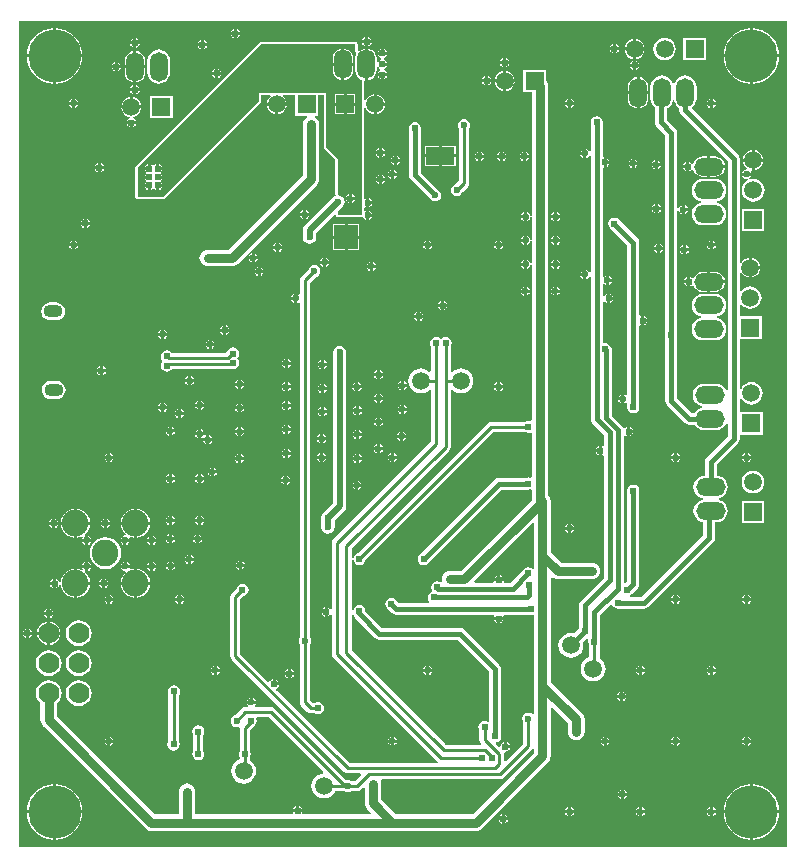
<source format=gbl>
G04*
G04 #@! TF.GenerationSoftware,Altium Limited,Altium Designer,18.1.9 (240)*
G04*
G04 Layer_Physical_Order=2*
G04 Layer_Color=16711680*
%FSLAX44Y44*%
%MOMM*%
G71*
G01*
G75*
%ADD10C,0.2540*%
%ADD15C,0.4000*%
%ADD66C,1.5000*%
%ADD74R,2.4000X1.4900*%
%ADD78R,2.0500X2.0500*%
%ADD103C,0.8000*%
%ADD105C,0.5000*%
%ADD111C,4.5000*%
%ADD112C,1.7780*%
%ADD113O,1.5000X2.5000*%
%ADD114C,2.2620*%
%ADD115O,1.6000X1.1000*%
%ADD116O,2.5000X1.5000*%
%ADD117R,1.5000X1.5000*%
%ADD118R,1.5000X1.5000*%
%ADD119C,0.6100*%
%ADD120C,0.6000*%
G36*
X650000Y0D02*
X640000Y0D01*
X0D01*
Y700000D01*
X650000Y700000D01*
X650000Y0D01*
D02*
G37*
%LPC*%
G36*
X184270Y692877D02*
Y690270D01*
X186877D01*
X186815Y690580D01*
X185920Y691920D01*
X184580Y692815D01*
X184270Y692877D01*
D02*
G37*
G36*
X181730D02*
X181420Y692815D01*
X180080Y691920D01*
X179185Y690580D01*
X179123Y690270D01*
X181730D01*
Y692877D01*
D02*
G37*
G36*
X186877Y687730D02*
X184270D01*
Y685123D01*
X184580Y685185D01*
X185920Y686080D01*
X186815Y687420D01*
X186877Y687730D01*
D02*
G37*
G36*
X181730D02*
X179123D01*
X179185Y687420D01*
X180080Y686080D01*
X181420Y685185D01*
X181730Y685123D01*
Y687730D01*
D02*
G37*
G36*
X295676Y685877D02*
Y683270D01*
X298283D01*
X298221Y683580D01*
X297326Y684920D01*
X295986Y685815D01*
X295676Y685877D01*
D02*
G37*
G36*
X293136D02*
X292826Y685815D01*
X291486Y684920D01*
X290591Y683580D01*
X290529Y683270D01*
X293136D01*
Y685877D01*
D02*
G37*
G36*
X99270Y684877D02*
Y682270D01*
X101877D01*
X101815Y682580D01*
X100920Y683920D01*
X99580Y684815D01*
X99270Y684877D01*
D02*
G37*
G36*
X96730D02*
X96420Y684815D01*
X95080Y683920D01*
X94185Y682580D01*
X94123Y682270D01*
X96730D01*
Y684877D01*
D02*
G37*
G36*
X284398Y682039D02*
X205000Y682039D01*
X205000Y682039D01*
X204220Y681884D01*
X203558Y681442D01*
X203558Y681442D01*
X169558Y647442D01*
X169558Y647442D01*
X98777Y576661D01*
X98335Y575999D01*
X98180Y575219D01*
X98180Y550909D01*
X98335Y550129D01*
X98777Y549467D01*
X99439Y549025D01*
X100219Y548870D01*
X122379Y548870D01*
X122379Y548870D01*
X123159Y549025D01*
X123821Y549467D01*
X204442Y630088D01*
X204884Y630750D01*
X205039Y631530D01*
Y636961D01*
X212354D01*
X212785Y635691D01*
X211966Y635062D01*
X210604Y633287D01*
X209747Y631219D01*
X209622Y630270D01*
X218028D01*
X226434D01*
X226309Y631219D01*
X225453Y633287D01*
X224090Y635062D01*
X223271Y635691D01*
X223702Y636961D01*
X233928D01*
Y619500D01*
X243387D01*
X243639Y618230D01*
X243470Y618160D01*
X242008Y617038D01*
X240886Y615576D01*
X240180Y613873D01*
X239940Y612045D01*
Y605000D01*
Y568924D01*
X177076Y506060D01*
X159629D01*
X157801Y505820D01*
X156098Y505115D01*
X154636Y503993D01*
X153514Y502530D01*
X152809Y500827D01*
X152568Y499000D01*
X152809Y497173D01*
X153514Y495470D01*
X154636Y494008D01*
X156098Y492886D01*
X157801Y492180D01*
X159629Y491940D01*
X180000D01*
X181827Y492180D01*
X183530Y492886D01*
X184993Y494008D01*
X251992Y561008D01*
X253114Y562470D01*
X253820Y564173D01*
X254060Y566000D01*
Y605000D01*
Y612045D01*
X253820Y613873D01*
X253114Y615576D01*
X251992Y617038D01*
X250530Y618160D01*
X250361Y618230D01*
X250613Y619500D01*
X252928D01*
Y636961D01*
X257799D01*
Y593183D01*
X257954Y592403D01*
X258396Y591741D01*
X267799Y582338D01*
Y552291D01*
X267821Y552179D01*
X267812Y552066D01*
X267692Y551864D01*
X265873Y550648D01*
X241873Y526648D01*
X240658Y524829D01*
X240231Y522683D01*
Y516683D01*
X240658Y514537D01*
X241873Y512718D01*
X243692Y511502D01*
X245838Y511076D01*
X247984Y511502D01*
X249804Y512718D01*
X251019Y514537D01*
X251446Y516683D01*
Y520360D01*
X266562Y535476D01*
X267926Y535044D01*
X267954Y534902D01*
X268396Y534241D01*
X269058Y533799D01*
X269838Y533644D01*
X289838Y533644D01*
X290619Y533799D01*
X290854Y533956D01*
X291320Y533763D01*
X292205Y532440D01*
X293528Y531556D01*
X293818Y531498D01*
Y535324D01*
Y539150D01*
X293528Y539092D01*
X293147Y538838D01*
X291877Y539517D01*
Y541460D01*
X293147Y542139D01*
X293439Y541944D01*
X293730Y541886D01*
Y545712D01*
Y549537D01*
X293439Y549479D01*
X293147Y549284D01*
X291877Y549963D01*
Y626213D01*
X293147Y626466D01*
X293873Y624713D01*
X295236Y622938D01*
X297011Y621575D01*
X299079Y620719D01*
X300028Y620594D01*
Y629000D01*
Y637406D01*
X299079Y637281D01*
X297011Y636425D01*
X295236Y635062D01*
X293873Y633287D01*
X293147Y631534D01*
X291877Y631787D01*
Y648425D01*
X292730Y649203D01*
Y663000D01*
Y676406D01*
X291781Y676281D01*
X289713Y675425D01*
X288293Y674335D01*
X286819Y674471D01*
X286772Y674567D01*
X286567Y674840D01*
X286437Y675034D01*
Y680000D01*
X286282Y680780D01*
X285840Y681442D01*
X285178Y681884D01*
X284398Y682039D01*
D02*
G37*
G36*
X156270Y683297D02*
Y680690D01*
X158877D01*
X158815Y681000D01*
X157920Y682340D01*
X156580Y683235D01*
X156270Y683297D01*
D02*
G37*
G36*
X153730D02*
X153420Y683235D01*
X152080Y682340D01*
X151185Y681000D01*
X151123Y680690D01*
X153730D01*
Y683297D01*
D02*
G37*
G36*
X298283Y680730D02*
X295676D01*
Y678123D01*
X295986Y678185D01*
X297326Y679080D01*
X298221Y680420D01*
X298283Y680730D01*
D02*
G37*
G36*
X293136D02*
X290529D01*
X290591Y680420D01*
X291486Y679080D01*
X292826Y678185D01*
X293136Y678123D01*
Y680730D01*
D02*
G37*
G36*
X505270Y679877D02*
Y677270D01*
X507877D01*
X507815Y677580D01*
X506920Y678920D01*
X505580Y679815D01*
X505270Y679877D01*
D02*
G37*
G36*
X502730D02*
X502420Y679815D01*
X501080Y678920D01*
X500185Y677580D01*
X500123Y677270D01*
X502730D01*
Y679877D01*
D02*
G37*
G36*
X522270Y684406D02*
Y677270D01*
X529406D01*
X529281Y678219D01*
X528425Y680287D01*
X527062Y682062D01*
X525287Y683425D01*
X523219Y684281D01*
X522270Y684406D01*
D02*
G37*
G36*
X519730D02*
X518781Y684281D01*
X516713Y683425D01*
X514938Y682062D01*
X513575Y680287D01*
X512719Y678219D01*
X512594Y677270D01*
X519730D01*
Y684406D01*
D02*
G37*
G36*
X101877Y679730D02*
X99270D01*
Y677123D01*
X99580Y677185D01*
X100920Y678080D01*
X101815Y679420D01*
X101877Y679730D01*
D02*
G37*
G36*
X96730D02*
X94123D01*
X94185Y679420D01*
X95080Y678080D01*
X96420Y677185D01*
X96730Y677123D01*
Y679730D01*
D02*
G37*
G36*
X158877Y678150D02*
X156270D01*
Y675543D01*
X156580Y675605D01*
X157920Y676500D01*
X158815Y677840D01*
X158877Y678150D01*
D02*
G37*
G36*
X153730D02*
X151123D01*
X151185Y677840D01*
X152080Y676500D01*
X153420Y675605D01*
X153730Y675543D01*
Y678150D01*
D02*
G37*
G36*
X308770Y676025D02*
Y673419D01*
X311377D01*
X311315Y673729D01*
X310420Y675069D01*
X309080Y675964D01*
X308770Y676025D01*
D02*
G37*
G36*
X306230D02*
X305920Y675964D01*
X304580Y675069D01*
X303685Y673729D01*
X303623Y673419D01*
X306230D01*
Y676025D01*
D02*
G37*
G36*
X507877Y674730D02*
X505270D01*
Y672123D01*
X505580Y672185D01*
X506920Y673080D01*
X507815Y674420D01*
X507877Y674730D01*
D02*
G37*
G36*
X502730D02*
X500123D01*
X500185Y674420D01*
X501080Y673080D01*
X502420Y672185D01*
X502730Y672123D01*
Y674730D01*
D02*
G37*
G36*
X621270Y693489D02*
Y671270D01*
X643489D01*
X643160Y674607D01*
X641816Y679037D01*
X639634Y683119D01*
X636697Y686697D01*
X633119Y689634D01*
X629037Y691816D01*
X624607Y693160D01*
X621270Y693489D01*
D02*
G37*
G36*
X31270D02*
Y671270D01*
X53489D01*
X53160Y674607D01*
X51816Y679037D01*
X49634Y683119D01*
X46697Y686697D01*
X43119Y689634D01*
X39037Y691816D01*
X34607Y693160D01*
X31270Y693489D01*
D02*
G37*
G36*
X618730D02*
X615393Y693160D01*
X610963Y691816D01*
X606881Y689634D01*
X603303Y686697D01*
X600366Y683119D01*
X598184Y679037D01*
X596840Y674607D01*
X596511Y671270D01*
X618730D01*
Y693489D01*
D02*
G37*
G36*
X28730D02*
X25393Y693160D01*
X20963Y691816D01*
X16881Y689634D01*
X13303Y686697D01*
X10366Y683119D01*
X8184Y679037D01*
X6840Y674607D01*
X6511Y671270D01*
X28730D01*
Y693489D01*
D02*
G37*
G36*
X529406Y674730D02*
X522270D01*
Y667594D01*
X523219Y667719D01*
X525287Y668575D01*
X527062Y669938D01*
X528425Y671713D01*
X529281Y673781D01*
X529406Y674730D01*
D02*
G37*
G36*
X519730D02*
X512594D01*
X512719Y673781D01*
X513575Y671713D01*
X514938Y669938D01*
X516713Y668575D01*
X518781Y667719D01*
X519730Y667594D01*
Y674730D01*
D02*
G37*
G36*
X581300Y685500D02*
X562300D01*
Y666500D01*
X581300D01*
Y685500D01*
D02*
G37*
G36*
X546400Y685582D02*
X543920Y685256D01*
X541609Y684298D01*
X539625Y682775D01*
X538102Y680791D01*
X537145Y678480D01*
X536818Y676000D01*
X537145Y673520D01*
X538102Y671209D01*
X539625Y669225D01*
X541609Y667702D01*
X543920Y666745D01*
X546400Y666418D01*
X548880Y666745D01*
X551191Y667702D01*
X553176Y669225D01*
X554698Y671209D01*
X555656Y673520D01*
X555982Y676000D01*
X555656Y678480D01*
X554698Y680791D01*
X553176Y682775D01*
X551191Y684298D01*
X548880Y685256D01*
X546400Y685582D01*
D02*
G37*
G36*
X412270Y668147D02*
Y665540D01*
X414877D01*
X414815Y665850D01*
X413920Y667190D01*
X412580Y668085D01*
X412270Y668147D01*
D02*
G37*
G36*
X409730D02*
X409420Y668085D01*
X408080Y667190D01*
X407185Y665850D01*
X407123Y665540D01*
X409730D01*
Y668147D01*
D02*
G37*
G36*
X522270Y665877D02*
Y663270D01*
X524877D01*
X524815Y663580D01*
X523920Y664920D01*
X522580Y665815D01*
X522270Y665877D01*
D02*
G37*
G36*
X519730D02*
X519420Y665815D01*
X518080Y664920D01*
X517185Y663580D01*
X517123Y663270D01*
X519730D01*
Y665877D01*
D02*
G37*
G36*
X83270Y664877D02*
Y662270D01*
X85877D01*
X85815Y662580D01*
X84920Y663920D01*
X83580Y664815D01*
X83270Y664877D01*
D02*
G37*
G36*
X80730D02*
X80420Y664815D01*
X79080Y663920D01*
X78185Y662580D01*
X78123Y662270D01*
X80730D01*
Y664877D01*
D02*
G37*
G36*
X99270Y674406D02*
Y662270D01*
X106573D01*
Y666000D01*
X106281Y668219D01*
X105425Y670287D01*
X104062Y672062D01*
X102287Y673425D01*
X100219Y674281D01*
X99270Y674406D01*
D02*
G37*
G36*
X96730D02*
X95781Y674281D01*
X93713Y673425D01*
X91938Y672062D01*
X90575Y670287D01*
X89719Y668219D01*
X89427Y666000D01*
Y662270D01*
X96730D01*
Y674406D01*
D02*
G37*
G36*
X414877Y663000D02*
X412270D01*
Y660393D01*
X412580Y660455D01*
X413920Y661350D01*
X414815Y662690D01*
X414877Y663000D01*
D02*
G37*
G36*
X409730D02*
X407123D01*
X407185Y662690D01*
X408080Y661350D01*
X409420Y660455D01*
X409730Y660393D01*
Y663000D01*
D02*
G37*
G36*
X524877Y660730D02*
X522270D01*
Y658123D01*
X522580Y658185D01*
X523920Y659080D01*
X524815Y660420D01*
X524877Y660730D01*
D02*
G37*
G36*
X519730D02*
X517123D01*
X517185Y660420D01*
X518080Y659080D01*
X519420Y658185D01*
X519730Y658123D01*
Y660730D01*
D02*
G37*
G36*
X85877Y659730D02*
X83270D01*
Y657123D01*
X83580Y657185D01*
X84920Y658080D01*
X85815Y659420D01*
X85877Y659730D01*
D02*
G37*
G36*
X80730D02*
X78123D01*
X78185Y659420D01*
X79080Y658080D01*
X80420Y657185D01*
X80730Y657123D01*
Y659730D01*
D02*
G37*
G36*
X168644Y659397D02*
Y656790D01*
X171250D01*
X171189Y657100D01*
X170294Y658440D01*
X168954Y659335D01*
X168644Y659397D01*
D02*
G37*
G36*
X166104D02*
X165793Y659335D01*
X164454Y658440D01*
X163559Y657100D01*
X163497Y656790D01*
X166104D01*
Y659397D01*
D02*
G37*
G36*
X295270Y676406D02*
Y663000D01*
Y649594D01*
X296219Y649719D01*
X298287Y650575D01*
X300062Y651938D01*
X301425Y653713D01*
X302281Y655781D01*
X302573Y658000D01*
Y660972D01*
X302662Y661007D01*
X303843Y661183D01*
X304580Y660080D01*
X305791Y659271D01*
X305860Y658594D01*
X305791Y657916D01*
X304580Y657107D01*
X303685Y655767D01*
X303623Y655457D01*
X311377D01*
X311315Y655767D01*
X310420Y657107D01*
X309209Y657916D01*
X309140Y658594D01*
X309209Y659271D01*
X310420Y660080D01*
X311315Y661420D01*
X311377Y661730D01*
X307500D01*
Y664270D01*
X311377D01*
X311315Y664580D01*
X310420Y665920D01*
X309080Y666815D01*
X308518Y666927D01*
Y668222D01*
X309080Y668334D01*
X310420Y669229D01*
X311315Y670568D01*
X311377Y670879D01*
X303623D01*
X303685Y670568D01*
X304580Y669229D01*
X305920Y668334D01*
X306482Y668222D01*
Y666927D01*
X305920Y666815D01*
X304580Y665920D01*
X303843Y664817D01*
X302662Y664993D01*
X302573Y665029D01*
Y668000D01*
X302281Y670219D01*
X301425Y672287D01*
X300062Y674062D01*
X298287Y675425D01*
X296219Y676281D01*
X295270Y676406D01*
D02*
G37*
G36*
X171250Y654250D02*
X168644D01*
Y651643D01*
X168954Y651705D01*
X170294Y652600D01*
X171189Y653940D01*
X171250Y654250D01*
D02*
G37*
G36*
X166104D02*
X163497D01*
X163559Y653940D01*
X164454Y652600D01*
X165793Y651705D01*
X166104Y651643D01*
Y654250D01*
D02*
G37*
G36*
X311377Y652917D02*
X308770D01*
Y650310D01*
X309080Y650372D01*
X310420Y651267D01*
X311315Y652607D01*
X311377Y652917D01*
D02*
G37*
G36*
X306230D02*
X303623D01*
X303685Y652607D01*
X304580Y651267D01*
X305920Y650372D01*
X306230Y650310D01*
Y652917D01*
D02*
G37*
G36*
X397270Y652877D02*
Y650270D01*
X399877D01*
X399815Y650580D01*
X398920Y651920D01*
X397580Y652815D01*
X397270Y652877D01*
D02*
G37*
G36*
X394730D02*
X394420Y652815D01*
X393080Y651920D01*
X392185Y650580D01*
X392123Y650270D01*
X394730D01*
Y652877D01*
D02*
G37*
G36*
X412270Y657406D02*
Y650270D01*
X419406D01*
X419281Y651219D01*
X418425Y653287D01*
X417062Y655062D01*
X415287Y656425D01*
X413219Y657281D01*
X412270Y657406D01*
D02*
G37*
G36*
X409730D02*
X408781Y657281D01*
X406713Y656425D01*
X404938Y655062D01*
X403575Y653287D01*
X402719Y651219D01*
X402594Y650270D01*
X409730D01*
Y657406D01*
D02*
G37*
G36*
X106573Y659730D02*
X99270D01*
Y647594D01*
X100219Y647719D01*
X102287Y648575D01*
X104062Y649938D01*
X105425Y651713D01*
X106281Y653781D01*
X106573Y656000D01*
Y659730D01*
D02*
G37*
G36*
X96730D02*
X89427D01*
Y656000D01*
X89719Y653781D01*
X90575Y651713D01*
X91938Y649938D01*
X93713Y648575D01*
X95781Y647719D01*
X96730Y647594D01*
Y659730D01*
D02*
G37*
G36*
X643489Y668730D02*
X621270D01*
Y646511D01*
X624607Y646840D01*
X629037Y648184D01*
X633119Y650366D01*
X636697Y653303D01*
X639634Y656881D01*
X641816Y660963D01*
X643160Y665393D01*
X643489Y668730D01*
D02*
G37*
G36*
X53489D02*
X31270D01*
Y646511D01*
X34607Y646840D01*
X39037Y648184D01*
X43119Y650366D01*
X46697Y653303D01*
X49634Y656881D01*
X51816Y660963D01*
X53160Y665393D01*
X53489Y668730D01*
D02*
G37*
G36*
X618730D02*
X596511D01*
X596840Y665393D01*
X598184Y660963D01*
X600366Y656881D01*
X603303Y653303D01*
X606881Y650366D01*
X610963Y648184D01*
X615393Y646840D01*
X618730Y646511D01*
Y668730D01*
D02*
G37*
G36*
X28730D02*
X6511D01*
X6840Y665393D01*
X8184Y660963D01*
X10366Y656881D01*
X13303Y653303D01*
X16881Y650366D01*
X20963Y648184D01*
X25393Y646840D01*
X28730Y646511D01*
Y668730D01*
D02*
G37*
G36*
X118000Y675582D02*
X115520Y675256D01*
X113209Y674298D01*
X111225Y672775D01*
X109702Y670791D01*
X108745Y668480D01*
X108418Y666000D01*
Y656000D01*
X108745Y653520D01*
X109702Y651209D01*
X111225Y649225D01*
X113209Y647702D01*
X115520Y646745D01*
X118000Y646418D01*
X120480Y646745D01*
X122791Y647702D01*
X124775Y649225D01*
X126298Y651209D01*
X127255Y653520D01*
X127582Y656000D01*
Y666000D01*
X127255Y668480D01*
X126298Y670791D01*
X124775Y672775D01*
X122791Y674298D01*
X120480Y675256D01*
X118000Y675582D01*
D02*
G37*
G36*
X564001Y653582D02*
X561521Y653256D01*
X559210Y652298D01*
X557225Y650776D01*
X555703Y648791D01*
X554745Y646480D01*
X554641Y645690D01*
X553360D01*
X553256Y646480D01*
X552299Y648791D01*
X550776Y650776D01*
X548792Y652298D01*
X546481Y653256D01*
X544001Y653582D01*
X541521Y653256D01*
X539210Y652298D01*
X537225Y650776D01*
X535703Y648791D01*
X534745Y646480D01*
X534419Y644000D01*
Y634000D01*
X534745Y631520D01*
X535703Y629209D01*
X537225Y627225D01*
X537902Y626705D01*
Y614000D01*
X538290Y612049D01*
X539395Y610395D01*
X546902Y602888D01*
Y434256D01*
X546851Y434000D01*
X546902Y433744D01*
Y378000D01*
X547290Y376049D01*
X548395Y374395D01*
X563395Y359395D01*
X565049Y358290D01*
X567000Y357902D01*
X571937D01*
X573225Y356225D01*
X575209Y354702D01*
X577520Y353745D01*
X580000Y353418D01*
X590000D01*
X592480Y353745D01*
X594791Y354702D01*
X596776Y356225D01*
X598298Y358209D01*
X598632Y359015D01*
X599902Y358762D01*
Y348112D01*
X581785Y329995D01*
X580680Y328341D01*
X580292Y326390D01*
Y314569D01*
X577910Y314256D01*
X575599Y313298D01*
X573615Y311775D01*
X572092Y309791D01*
X571134Y307480D01*
X570808Y305000D01*
X571134Y302520D01*
X572092Y300209D01*
X573615Y298225D01*
X575599Y296702D01*
X577910Y295745D01*
X578700Y295641D01*
Y294360D01*
X577910Y294256D01*
X575599Y293298D01*
X573615Y291775D01*
X572092Y289791D01*
X571134Y287480D01*
X570808Y285000D01*
X571134Y282520D01*
X572092Y280209D01*
X573615Y278225D01*
X575599Y276702D01*
X577910Y275745D01*
X578902Y275614D01*
Y264112D01*
X526888Y212098D01*
X517369D01*
X517201Y212579D01*
X517157Y213368D01*
X518641Y214359D01*
X518786Y214576D01*
X523605Y219395D01*
X524710Y221049D01*
X525098Y223000D01*
Y301744D01*
X525149Y302000D01*
X524757Y303970D01*
X523641Y305641D01*
X521970Y306757D01*
X520000Y307149D01*
X518030Y306757D01*
X516359Y305641D01*
X515243Y303970D01*
X514851Y302000D01*
X514902Y301744D01*
Y225112D01*
X513271Y223481D01*
X512098Y223967D01*
Y348289D01*
X512246Y348415D01*
X513368Y348852D01*
X514366Y348185D01*
X514676Y348123D01*
Y352000D01*
Y355877D01*
X514366Y355815D01*
X513026Y354920D01*
X513019Y354909D01*
X512297Y354949D01*
X511625Y355108D01*
X510605Y356635D01*
X502048Y365191D01*
Y421048D01*
X501660Y422999D01*
X500555Y424653D01*
X499785Y425423D01*
X499640Y425640D01*
X497969Y426756D01*
X495999Y427148D01*
X495029Y426955D01*
X494047Y427761D01*
Y462694D01*
X494454Y462840D01*
X495317Y462905D01*
X496080Y461763D01*
X497420Y460868D01*
X497730Y460806D01*
Y464683D01*
Y468560D01*
X497420Y468498D01*
X496080Y467603D01*
X495317Y466461D01*
X494454Y466526D01*
X494047Y466672D01*
Y476572D01*
X494553Y476896D01*
X495317Y477124D01*
X496439Y476374D01*
X496730Y476316D01*
Y480142D01*
Y483967D01*
X496439Y483909D01*
X495317Y483160D01*
X494553Y483387D01*
X494047Y483711D01*
Y575083D01*
X494730Y575607D01*
Y580000D01*
Y584393D01*
X494047Y584917D01*
Y602795D01*
X494098Y603051D01*
Y613744D01*
X494149Y614000D01*
X493757Y615970D01*
X492641Y617641D01*
X490970Y618757D01*
X489000Y619149D01*
X487030Y618757D01*
X485359Y617641D01*
X484243Y615970D01*
X483851Y614000D01*
X483902Y613744D01*
Y603256D01*
X483851Y603000D01*
Y589675D01*
X482581Y589386D01*
X481884Y590429D01*
X480561Y591313D01*
X480270Y591371D01*
Y587545D01*
Y583720D01*
X480561Y583778D01*
X481884Y584661D01*
X482581Y585705D01*
X483851Y585415D01*
Y487130D01*
X482581Y486841D01*
X481884Y487884D01*
X480561Y488768D01*
X480270Y488826D01*
Y485000D01*
Y481174D01*
X480561Y481232D01*
X481884Y482116D01*
X482581Y483160D01*
X483851Y482870D01*
Y362596D01*
X484239Y360645D01*
X485344Y358991D01*
X494902Y349433D01*
Y340052D01*
X493782Y339453D01*
X493580Y339588D01*
X493270Y339650D01*
Y335773D01*
Y331897D01*
X493580Y331958D01*
X493782Y332093D01*
X494902Y331494D01*
Y228112D01*
X475395Y208605D01*
X474290Y206951D01*
X473902Y205000D01*
Y184875D01*
X470106Y181079D01*
X469741Y181230D01*
X467000Y181591D01*
X464259Y181230D01*
X461705Y180172D01*
X459511Y178489D01*
X457828Y176295D01*
X456770Y173741D01*
X456409Y171000D01*
X456770Y168259D01*
X457828Y165705D01*
X459511Y163511D01*
X461705Y161828D01*
X464259Y160770D01*
X467000Y160410D01*
X469741Y160770D01*
X472295Y161828D01*
X474489Y163511D01*
X476172Y165705D01*
X477230Y168259D01*
X477591Y171000D01*
X477230Y173741D01*
X477217Y173771D01*
X480729Y177282D01*
X481902Y176796D01*
Y174256D01*
X481851Y174000D01*
X482243Y172030D01*
X482646Y171426D01*
Y160976D01*
X480705Y160172D01*
X478511Y158489D01*
X476828Y156295D01*
X475770Y153741D01*
X475409Y151000D01*
X475770Y148259D01*
X476828Y145705D01*
X478511Y143511D01*
X480705Y141828D01*
X483259Y140770D01*
X486000Y140409D01*
X488741Y140770D01*
X491295Y141828D01*
X493489Y143511D01*
X495172Y145705D01*
X496230Y148259D01*
X496591Y151000D01*
X496230Y153741D01*
X495172Y156295D01*
X493489Y158489D01*
X491354Y160127D01*
Y171426D01*
X491757Y172030D01*
X492149Y174000D01*
X492098Y174256D01*
Y196917D01*
X500953Y205772D01*
X502169Y205403D01*
X502243Y205030D01*
X503359Y203359D01*
X505030Y202243D01*
X507000Y201851D01*
X507256Y201902D01*
X528996D01*
X528999Y201901D01*
X530950Y202290D01*
X532604Y203395D01*
X587605Y258395D01*
X588710Y260049D01*
X589098Y262000D01*
Y275418D01*
X590390D01*
X592870Y275745D01*
X595181Y276702D01*
X597165Y278225D01*
X598688Y280209D01*
X599646Y282520D01*
X599972Y285000D01*
X599646Y287480D01*
X598688Y289791D01*
X597165Y291775D01*
X595181Y293298D01*
X592870Y294256D01*
X592080Y294360D01*
Y295641D01*
X592870Y295745D01*
X595181Y296702D01*
X597165Y298225D01*
X598688Y300209D01*
X599646Y302520D01*
X599972Y305000D01*
X599646Y307480D01*
X598688Y309791D01*
X597165Y311775D01*
X595181Y313298D01*
X592870Y314256D01*
X590488Y314569D01*
Y324278D01*
X608605Y342395D01*
X609710Y344049D01*
X610098Y346000D01*
Y348397D01*
X610500Y349500D01*
X611368Y349500D01*
X629500D01*
Y368500D01*
X611368D01*
X610500Y368500D01*
X610098Y369604D01*
Y380162D01*
X611368Y380415D01*
X611702Y379609D01*
X613225Y377625D01*
X615209Y376102D01*
X617520Y375145D01*
X620000Y374818D01*
X622480Y375145D01*
X624791Y376102D01*
X626776Y377625D01*
X628298Y379609D01*
X629255Y381920D01*
X629582Y384400D01*
X629255Y386880D01*
X628298Y389191D01*
X626776Y391175D01*
X624791Y392698D01*
X622480Y393656D01*
X620000Y393982D01*
X617520Y393656D01*
X615209Y392698D01*
X613225Y391175D01*
X611702Y389191D01*
X611368Y388385D01*
X610098Y388638D01*
Y430600D01*
X628500D01*
Y449600D01*
X610098D01*
Y459410D01*
X611368Y459841D01*
X612225Y458725D01*
X614209Y457202D01*
X616520Y456245D01*
X619000Y455918D01*
X621480Y456245D01*
X623791Y457202D01*
X625775Y458725D01*
X627298Y460709D01*
X628256Y463020D01*
X628582Y465500D01*
X628256Y467980D01*
X627298Y470291D01*
X625775Y472276D01*
X623791Y473798D01*
X621480Y474756D01*
X619000Y475082D01*
X616520Y474756D01*
X614209Y473798D01*
X612225Y472276D01*
X611368Y471159D01*
X610098Y471590D01*
Y486861D01*
X611368Y487114D01*
X611575Y486613D01*
X612938Y484838D01*
X614713Y483475D01*
X616781Y482619D01*
X617730Y482494D01*
Y490900D01*
Y499306D01*
X616781Y499181D01*
X614713Y498325D01*
X612938Y496962D01*
X611575Y495187D01*
X611368Y494686D01*
X610098Y494939D01*
Y583000D01*
X609710Y584951D01*
X608605Y586605D01*
X569878Y625332D01*
X569961Y626599D01*
X570776Y627225D01*
X572299Y629209D01*
X573256Y631520D01*
X573583Y634000D01*
Y644000D01*
X573256Y646480D01*
X572299Y648791D01*
X570776Y650776D01*
X568792Y652298D01*
X566481Y653256D01*
X564001Y653582D01*
D02*
G37*
G36*
X399877Y647730D02*
X397270D01*
Y645123D01*
X397580Y645185D01*
X398920Y646080D01*
X399815Y647420D01*
X399877Y647730D01*
D02*
G37*
G36*
X394730D02*
X392123D01*
X392185Y647420D01*
X393080Y646080D01*
X394420Y645185D01*
X394730Y645123D01*
Y647730D01*
D02*
G37*
G36*
X99270Y645360D02*
Y642753D01*
X101877D01*
X101815Y643063D01*
X100920Y644403D01*
X99580Y645298D01*
X99270Y645360D01*
D02*
G37*
G36*
X96730D02*
X96420Y645298D01*
X95080Y644403D01*
X94185Y643063D01*
X94123Y642753D01*
X96730D01*
Y645360D01*
D02*
G37*
G36*
X419406Y647730D02*
X412270D01*
Y640594D01*
X413219Y640719D01*
X415287Y641575D01*
X417062Y642938D01*
X418425Y644713D01*
X419281Y646781D01*
X419406Y647730D01*
D02*
G37*
G36*
X409730D02*
X402594D01*
X402719Y646781D01*
X403575Y644713D01*
X404938Y642938D01*
X406713Y641575D01*
X408781Y640719D01*
X409730Y640594D01*
Y647730D01*
D02*
G37*
G36*
X525271Y652406D02*
Y640270D01*
X532574D01*
Y644000D01*
X532282Y646219D01*
X531426Y648287D01*
X530063Y650062D01*
X528288Y651425D01*
X526220Y652281D01*
X525271Y652406D01*
D02*
G37*
G36*
X522731D02*
X521782Y652281D01*
X519714Y651425D01*
X517939Y650062D01*
X516576Y648287D01*
X515720Y646219D01*
X515428Y644000D01*
Y640270D01*
X522731D01*
Y652406D01*
D02*
G37*
G36*
X101877Y640213D02*
X99270D01*
Y637607D01*
X99580Y637668D01*
X100920Y638563D01*
X101815Y639903D01*
X101877Y640213D01*
D02*
G37*
G36*
X96730D02*
X94123D01*
X94185Y639903D01*
X95080Y638563D01*
X96420Y637668D01*
X96730Y637607D01*
Y640213D01*
D02*
G37*
G36*
X587270Y633826D02*
Y631270D01*
X589826D01*
X589768Y631561D01*
X588884Y632884D01*
X587561Y633768D01*
X587270Y633826D01*
D02*
G37*
G36*
X584730D02*
X584439Y633768D01*
X583116Y632884D01*
X582232Y631561D01*
X582174Y631270D01*
X584730D01*
Y633826D01*
D02*
G37*
G36*
X467270D02*
Y631270D01*
X469826D01*
X469768Y631561D01*
X468884Y632884D01*
X467561Y633768D01*
X467270Y633826D01*
D02*
G37*
G36*
X464730D02*
X464439Y633768D01*
X463116Y632884D01*
X462232Y631561D01*
X462174Y631270D01*
X464730D01*
Y633826D01*
D02*
G37*
G36*
X47270D02*
Y631270D01*
X49826D01*
X49768Y631561D01*
X48884Y632884D01*
X47561Y633768D01*
X47270Y633826D01*
D02*
G37*
G36*
X44730D02*
X44439Y633768D01*
X43116Y632884D01*
X42232Y631561D01*
X42174Y631270D01*
X44730D01*
Y633826D01*
D02*
G37*
G36*
X302568Y637406D02*
Y630270D01*
X309704D01*
X309579Y631219D01*
X308723Y633287D01*
X307360Y635062D01*
X305585Y636425D01*
X303517Y637281D01*
X302568Y637406D01*
D02*
G37*
G36*
X96270Y635406D02*
Y628270D01*
X103406D01*
X103281Y629219D01*
X102425Y631287D01*
X101062Y633062D01*
X99287Y634425D01*
X97219Y635281D01*
X96270Y635406D01*
D02*
G37*
G36*
X93730D02*
X92781Y635281D01*
X90713Y634425D01*
X88938Y633062D01*
X87575Y631287D01*
X86719Y629219D01*
X86594Y628270D01*
X93730D01*
Y635406D01*
D02*
G37*
G36*
X589826Y628730D02*
X587270D01*
Y626174D01*
X587561Y626232D01*
X588884Y627116D01*
X589768Y628439D01*
X589826Y628730D01*
D02*
G37*
G36*
X584730D02*
X582174D01*
X582232Y628439D01*
X583116Y627116D01*
X584439Y626232D01*
X584730Y626174D01*
Y628730D01*
D02*
G37*
G36*
X469826D02*
X467270D01*
Y626174D01*
X467561Y626232D01*
X468884Y627116D01*
X469768Y628439D01*
X469826Y628730D01*
D02*
G37*
G36*
X464730D02*
X462174D01*
X462232Y628439D01*
X463116Y627116D01*
X464439Y626232D01*
X464730Y626174D01*
Y628730D01*
D02*
G37*
G36*
X49826D02*
X47270D01*
Y626174D01*
X47561Y626232D01*
X48884Y627116D01*
X49768Y628439D01*
X49826Y628730D01*
D02*
G37*
G36*
X44730D02*
X42174D01*
X42232Y628439D01*
X43116Y627116D01*
X44439Y626232D01*
X44730Y626174D01*
Y628730D01*
D02*
G37*
G36*
X532574Y637730D02*
X525271D01*
Y625594D01*
X526220Y625719D01*
X528288Y626575D01*
X530063Y627938D01*
X531426Y629713D01*
X532282Y631781D01*
X532574Y634000D01*
Y637730D01*
D02*
G37*
G36*
X522731D02*
X515428D01*
Y634000D01*
X515720Y631781D01*
X516576Y629713D01*
X517939Y627938D01*
X519714Y626575D01*
X521782Y625719D01*
X522731Y625594D01*
Y637730D01*
D02*
G37*
G36*
X226434Y627730D02*
X219298D01*
Y620594D01*
X220247Y620719D01*
X222315Y621575D01*
X224090Y622938D01*
X225453Y624713D01*
X226309Y626781D01*
X226434Y627730D01*
D02*
G37*
G36*
X309704Y627730D02*
X302568D01*
Y620594D01*
X303517Y620719D01*
X305585Y621575D01*
X307360Y622938D01*
X308723Y624713D01*
X309579Y626781D01*
X309704Y627730D01*
D02*
G37*
G36*
X216758Y627730D02*
X209622D01*
X209747Y626781D01*
X210604Y624713D01*
X211966Y622938D01*
X213741Y621575D01*
X215809Y620719D01*
X216758Y620594D01*
Y627730D01*
D02*
G37*
G36*
X129900Y636500D02*
X110900D01*
Y617500D01*
X129900D01*
Y636500D01*
D02*
G37*
G36*
X103406Y625730D02*
X95000D01*
X86594D01*
X86719Y624781D01*
X87575Y622713D01*
X88938Y620938D01*
X90713Y619575D01*
X92781Y618719D01*
X94054Y618551D01*
X94096Y617265D01*
X93420Y617130D01*
X92080Y616235D01*
X91185Y614896D01*
X91123Y614585D01*
X98877D01*
X98815Y614896D01*
X97920Y616235D01*
X96580Y617130D01*
X95904Y617265D01*
X95946Y618551D01*
X97219Y618719D01*
X99287Y619575D01*
X101062Y620938D01*
X102425Y622713D01*
X103281Y624781D01*
X103406Y625730D01*
D02*
G37*
G36*
X98877Y612045D02*
X96270D01*
Y609439D01*
X96580Y609500D01*
X97920Y610396D01*
X98815Y611735D01*
X98877Y612045D01*
D02*
G37*
G36*
X93730D02*
X91123D01*
X91185Y611735D01*
X92080Y610396D01*
X93420Y609500D01*
X93730Y609439D01*
Y612045D01*
D02*
G37*
G36*
X306855Y591802D02*
Y589195D01*
X309461D01*
X309400Y589506D01*
X308505Y590845D01*
X307165Y591740D01*
X306855Y591802D01*
D02*
G37*
G36*
X304315D02*
X304004Y591740D01*
X302665Y590845D01*
X301770Y589506D01*
X301708Y589195D01*
X304315D01*
Y591802D01*
D02*
G37*
G36*
X477730Y591371D02*
X477439Y591313D01*
X476116Y590429D01*
X475232Y589106D01*
X475174Y588815D01*
X477730D01*
Y591371D01*
D02*
G37*
G36*
X369568Y593995D02*
X357838D01*
Y586815D01*
X369568D01*
Y593995D01*
D02*
G37*
G36*
X355298D02*
X343568D01*
Y586815D01*
X355298D01*
Y593995D01*
D02*
G37*
G36*
X428838Y589052D02*
Y586445D01*
X431445D01*
X431383Y586756D01*
X430488Y588095D01*
X429148Y588990D01*
X428838Y589052D01*
D02*
G37*
G36*
X426298D02*
X425988Y588990D01*
X424648Y588095D01*
X423753Y586756D01*
X423691Y586445D01*
X426298D01*
Y589052D01*
D02*
G37*
G36*
X409838D02*
Y586445D01*
X412445D01*
X412383Y586756D01*
X411488Y588095D01*
X410148Y588990D01*
X409838Y589052D01*
D02*
G37*
G36*
X407298D02*
X406988Y588990D01*
X405648Y588095D01*
X404753Y586756D01*
X404691Y586445D01*
X407298D01*
Y589052D01*
D02*
G37*
G36*
X390838D02*
Y586445D01*
X393445D01*
X393383Y586756D01*
X392488Y588095D01*
X391148Y588990D01*
X390838Y589052D01*
D02*
G37*
G36*
X388298D02*
X387988Y588990D01*
X386648Y588095D01*
X385753Y586756D01*
X385691Y586445D01*
X388298D01*
Y589052D01*
D02*
G37*
G36*
X309461Y586655D02*
X306855D01*
Y584049D01*
X307165Y584110D01*
X308505Y585005D01*
X309400Y586345D01*
X309461Y586655D01*
D02*
G37*
G36*
X304315D02*
X301708D01*
X301770Y586345D01*
X302665Y585005D01*
X304004Y584110D01*
X304315Y584049D01*
Y586655D01*
D02*
G37*
G36*
X477730Y586275D02*
X475174D01*
X475232Y585985D01*
X476116Y584661D01*
X477439Y583778D01*
X477730Y583720D01*
Y586275D01*
D02*
G37*
G36*
X622770Y590178D02*
Y583041D01*
X629906D01*
X629781Y583991D01*
X628925Y586058D01*
X627562Y587834D01*
X625787Y589196D01*
X623719Y590053D01*
X622770Y590178D01*
D02*
G37*
G36*
X620230Y590178D02*
X619281Y590053D01*
X617213Y589196D01*
X615438Y587834D01*
X614075Y586058D01*
X613219Y583991D01*
X613094Y583041D01*
X620230D01*
Y590178D01*
D02*
G37*
G36*
X319838Y585519D02*
Y582912D01*
X322445D01*
X322383Y583222D01*
X321488Y584562D01*
X320148Y585457D01*
X319838Y585519D01*
D02*
G37*
G36*
X317298D02*
X316988Y585457D01*
X315648Y584562D01*
X314753Y583222D01*
X314692Y582912D01*
X317298D01*
Y585519D01*
D02*
G37*
G36*
X431445Y583905D02*
X428838D01*
Y581299D01*
X429148Y581360D01*
X430488Y582256D01*
X431383Y583595D01*
X431445Y583905D01*
D02*
G37*
G36*
X426298D02*
X423691D01*
X423753Y583595D01*
X424648Y582256D01*
X425988Y581360D01*
X426298Y581299D01*
Y583905D01*
D02*
G37*
G36*
X412445D02*
X409838D01*
Y581299D01*
X410148Y581360D01*
X411488Y582256D01*
X412383Y583595D01*
X412445Y583905D01*
D02*
G37*
G36*
X407298D02*
X404691D01*
X404753Y583595D01*
X405648Y582256D01*
X406988Y581360D01*
X407298Y581299D01*
Y583905D01*
D02*
G37*
G36*
X393445D02*
X390838D01*
Y581299D01*
X391148Y581360D01*
X392488Y582256D01*
X393383Y583595D01*
X393445Y583905D01*
D02*
G37*
G36*
X388298D02*
X385691D01*
X385753Y583595D01*
X386648Y582256D01*
X387988Y581360D01*
X388298Y581299D01*
Y583905D01*
D02*
G37*
G36*
X497270Y583826D02*
Y581270D01*
X499826D01*
X499768Y581561D01*
X498884Y582884D01*
X497561Y583768D01*
X497270Y583826D01*
D02*
G37*
G36*
X520984Y582826D02*
Y580270D01*
X523540D01*
X523482Y580561D01*
X522598Y581884D01*
X521275Y582768D01*
X520984Y582826D01*
D02*
G37*
G36*
X518444D02*
X518153Y582768D01*
X516830Y581884D01*
X515946Y580561D01*
X515888Y580270D01*
X518444D01*
Y582826D01*
D02*
G37*
G36*
X540480Y581826D02*
Y579270D01*
X543036D01*
X542978Y579561D01*
X542094Y580884D01*
X540771Y581768D01*
X540480Y581826D01*
D02*
G37*
G36*
X537940D02*
X537649Y581768D01*
X536326Y580884D01*
X535442Y579561D01*
X535384Y579270D01*
X537940D01*
Y581826D01*
D02*
G37*
G36*
X322445Y580372D02*
X319838D01*
Y577765D01*
X320148Y577827D01*
X321488Y578722D01*
X322383Y580062D01*
X322445Y580372D01*
D02*
G37*
G36*
X317298D02*
X314692D01*
X314753Y580062D01*
X315648Y578722D01*
X316988Y577827D01*
X317298Y577765D01*
Y580372D01*
D02*
G37*
G36*
X369568Y584275D02*
X357838D01*
Y577095D01*
X369568D01*
Y584275D01*
D02*
G37*
G36*
X355298D02*
X343568D01*
Y577095D01*
X355298D01*
Y584275D01*
D02*
G37*
G36*
X68967Y579330D02*
Y576724D01*
X71574D01*
X71512Y577034D01*
X70617Y578374D01*
X69277Y579269D01*
X68967Y579330D01*
D02*
G37*
G36*
X66427D02*
X66116Y579269D01*
X64777Y578374D01*
X63882Y577034D01*
X63820Y576724D01*
X66427D01*
Y579330D01*
D02*
G37*
G36*
X499826Y578730D02*
X497270D01*
Y576174D01*
X497561Y576232D01*
X498884Y577116D01*
X499768Y578439D01*
X499826Y578730D01*
D02*
G37*
G36*
X523540Y577730D02*
X520984D01*
Y575174D01*
X521275Y575232D01*
X522598Y576116D01*
X523482Y577439D01*
X523540Y577730D01*
D02*
G37*
G36*
X518444D02*
X515888D01*
X515946Y577439D01*
X516830Y576116D01*
X518153Y575232D01*
X518444Y575174D01*
Y577730D01*
D02*
G37*
G36*
X543036Y576730D02*
X540480D01*
Y574174D01*
X540771Y574232D01*
X542094Y575116D01*
X542978Y576439D01*
X543036Y576730D01*
D02*
G37*
G36*
X537940D02*
X535384D01*
X535442Y576439D01*
X536326Y575116D01*
X537649Y574232D01*
X537940Y574174D01*
Y576730D01*
D02*
G37*
G36*
X620230Y580502D02*
X613094D01*
X613219Y579553D01*
X614075Y577485D01*
X615438Y575709D01*
X616003Y575275D01*
X616003Y575267D01*
X615585Y573996D01*
X614439Y573768D01*
X613116Y572884D01*
X612232Y571561D01*
X612174Y571270D01*
X619826D01*
X619768Y571561D01*
X619340Y572202D01*
X620076Y573386D01*
X620230Y573366D01*
Y580502D01*
D02*
G37*
G36*
X629906D02*
X622770D01*
Y573365D01*
X623719Y573490D01*
X625787Y574347D01*
X627562Y575709D01*
X628925Y577485D01*
X629781Y579553D01*
X629906Y580502D01*
D02*
G37*
G36*
X71574Y574184D02*
X68967D01*
Y571577D01*
X69277Y571639D01*
X70617Y572534D01*
X71512Y573874D01*
X71574Y574184D01*
D02*
G37*
G36*
X66427D02*
X63820D01*
X63882Y573874D01*
X64777Y572534D01*
X66116Y571639D01*
X66427Y571577D01*
Y574184D01*
D02*
G37*
G36*
X317270Y573826D02*
Y571270D01*
X319826D01*
X319768Y571561D01*
X318884Y572884D01*
X317561Y573768D01*
X317270Y573826D01*
D02*
G37*
G36*
X314730D02*
X314439Y573768D01*
X313116Y572884D01*
X312232Y571561D01*
X312174Y571270D01*
X314730D01*
Y573826D01*
D02*
G37*
G36*
X307061Y569331D02*
Y566724D01*
X309667D01*
X309606Y567034D01*
X308711Y568374D01*
X307371Y569269D01*
X307061Y569331D01*
D02*
G37*
G36*
X304521D02*
X304210Y569269D01*
X302871Y568374D01*
X301976Y567034D01*
X301914Y566724D01*
X304521D01*
Y569331D01*
D02*
G37*
G36*
X319826Y568730D02*
X317270D01*
Y566174D01*
X317561Y566232D01*
X318884Y567116D01*
X319768Y568439D01*
X319826Y568730D01*
D02*
G37*
G36*
X314730D02*
X312174D01*
X312232Y568439D01*
X313116Y567116D01*
X314439Y566232D01*
X314730Y566174D01*
Y568730D01*
D02*
G37*
G36*
X309667Y564184D02*
X307061D01*
Y561577D01*
X307371Y561639D01*
X308711Y562534D01*
X309606Y563874D01*
X309667Y564184D01*
D02*
G37*
G36*
X304521D02*
X301914D01*
X301976Y563874D01*
X302871Y562534D01*
X304210Y561639D01*
X304521Y561577D01*
Y564184D01*
D02*
G37*
G36*
X376568Y616644D02*
X374617Y616255D01*
X372963Y615150D01*
X371858Y613497D01*
X371470Y611546D01*
X371858Y609595D01*
X372214Y609062D01*
Y564349D01*
X369246Y561381D01*
X368617Y561255D01*
X366963Y560150D01*
X365858Y558496D01*
X365470Y556545D01*
X365858Y554595D01*
X366963Y552941D01*
X368617Y551836D01*
X370568Y551447D01*
X372519Y551836D01*
X374173Y552941D01*
X375278Y554595D01*
X375403Y555224D01*
X379646Y559467D01*
X380590Y560879D01*
X380922Y562546D01*
Y609062D01*
X381278Y609595D01*
X381666Y611546D01*
X381278Y613497D01*
X380173Y615150D01*
X378519Y616255D01*
X376568Y616644D01*
D02*
G37*
G36*
X296270Y549537D02*
Y546982D01*
X298826D01*
X298768Y547272D01*
X297884Y548595D01*
X296561Y549479D01*
X296270Y549537D01*
D02*
G37*
G36*
X335000Y614240D02*
X333030Y613849D01*
X331359Y612732D01*
X330243Y611062D01*
X329851Y609092D01*
X329902Y608835D01*
Y569114D01*
X330290Y567163D01*
X331395Y565509D01*
X348463Y548441D01*
X350117Y547336D01*
X352068Y546948D01*
X354019Y547336D01*
X355673Y548441D01*
X356778Y550095D01*
X357166Y552046D01*
X356778Y553997D01*
X355673Y555650D01*
X340098Y571225D01*
Y608835D01*
X340149Y609092D01*
X339757Y611062D01*
X338641Y612732D01*
X336970Y613849D01*
X335000Y614240D01*
D02*
G37*
G36*
X619826Y568730D02*
X612174D01*
X612232Y568439D01*
X613116Y567116D01*
X614439Y566232D01*
X616000Y565922D01*
X616794Y566080D01*
X617165Y564859D01*
X616709Y564670D01*
X614725Y563147D01*
X613202Y561163D01*
X612245Y558852D01*
X611918Y556372D01*
X612245Y553892D01*
X613202Y551581D01*
X614725Y549596D01*
X616709Y548073D01*
X619020Y547116D01*
X621500Y546790D01*
X623980Y547116D01*
X626291Y548073D01*
X628275Y549596D01*
X629798Y551581D01*
X630756Y553892D01*
X631082Y556372D01*
X630756Y558852D01*
X629798Y561163D01*
X628275Y563147D01*
X626291Y564670D01*
X623980Y565627D01*
X621500Y565953D01*
X619020Y565627D01*
X618812Y565541D01*
X618211Y566666D01*
X618884Y567116D01*
X619768Y568439D01*
X619826Y568730D01*
D02*
G37*
G36*
X298826Y544441D02*
X296270D01*
Y541886D01*
X296561Y541944D01*
X297884Y542828D01*
X298768Y544151D01*
X298826Y544441D01*
D02*
G37*
G36*
X540770Y544468D02*
Y541862D01*
X543377D01*
X543315Y542172D01*
X542420Y543512D01*
X541080Y544407D01*
X540770Y544468D01*
D02*
G37*
G36*
X538230D02*
X537920Y544407D01*
X536580Y543512D01*
X535685Y542172D01*
X535623Y541862D01*
X538230D01*
Y544468D01*
D02*
G37*
G36*
X243108Y539509D02*
Y536953D01*
X245664D01*
X245606Y537244D01*
X244722Y538567D01*
X243399Y539451D01*
X243108Y539509D01*
D02*
G37*
G36*
X240568D02*
X240278Y539451D01*
X238955Y538567D01*
X238070Y537244D01*
X238013Y536953D01*
X240568D01*
Y539509D01*
D02*
G37*
G36*
X543377Y539322D02*
X540770D01*
Y536715D01*
X541080Y536777D01*
X542420Y537672D01*
X543315Y539011D01*
X543377Y539322D01*
D02*
G37*
G36*
X538230D02*
X535623D01*
X535685Y539011D01*
X536580Y537672D01*
X537920Y536777D01*
X538230Y536715D01*
Y539322D01*
D02*
G37*
G36*
X296358Y539150D02*
Y536594D01*
X298914D01*
X298856Y536885D01*
X297972Y538208D01*
X296649Y539092D01*
X296358Y539150D01*
D02*
G37*
G36*
X455520Y537616D02*
Y535060D01*
X458076D01*
X458018Y535351D01*
X457134Y536674D01*
X455811Y537558D01*
X455520Y537616D01*
D02*
G37*
G36*
X452980D02*
X452689Y537558D01*
X451366Y536674D01*
X450482Y535351D01*
X450424Y535060D01*
X452980D01*
Y537616D01*
D02*
G37*
G36*
X427404D02*
X427113Y537558D01*
X425790Y536674D01*
X424906Y535351D01*
X424848Y535060D01*
X427404D01*
Y537616D01*
D02*
G37*
G36*
X445900Y658500D02*
X426900D01*
Y639500D01*
X433940D01*
Y612045D01*
Y534329D01*
X432670Y534204D01*
X432595Y534580D01*
X432442Y535351D01*
X431558Y536674D01*
X430234Y537558D01*
X429944Y537616D01*
Y533790D01*
Y529965D01*
X430234Y530023D01*
X431558Y530907D01*
X432442Y532230D01*
X432595Y533001D01*
X432670Y533376D01*
X433940Y533251D01*
Y514330D01*
X432670Y514204D01*
X432595Y514580D01*
X432442Y515351D01*
X431558Y516674D01*
X430234Y517558D01*
X429944Y517616D01*
Y513790D01*
Y509965D01*
X430234Y510023D01*
X431558Y510907D01*
X432442Y512230D01*
X432595Y513001D01*
X432670Y513376D01*
X433940Y513251D01*
Y494329D01*
X432670Y494204D01*
X432595Y494579D01*
X432442Y495351D01*
X431558Y496674D01*
X430234Y497558D01*
X429944Y497616D01*
Y493790D01*
Y489964D01*
X430234Y490022D01*
X431558Y490906D01*
X432442Y492229D01*
X432595Y493000D01*
X432670Y493376D01*
X433940Y493251D01*
Y449000D01*
Y361519D01*
X432670Y360816D01*
X430999Y361148D01*
X429029Y360756D01*
X428427Y360354D01*
X399855D01*
X398189Y360022D01*
X396776Y359079D01*
X286734Y249036D01*
X286022Y248895D01*
X284352Y247778D01*
X283235Y246108D01*
X282843Y244138D01*
X283235Y242167D01*
X284352Y240497D01*
X286022Y239381D01*
X287992Y238989D01*
X289963Y239381D01*
X291633Y240497D01*
X292749Y242167D01*
X292891Y242879D01*
X401658Y351646D01*
X428424D01*
X429029Y351242D01*
X430999Y350850D01*
X432670Y351182D01*
X433940Y350479D01*
Y313521D01*
X432670Y312817D01*
X431000Y313149D01*
X430744Y313098D01*
X406303D01*
X404352Y312710D01*
X402698Y311605D01*
X339017Y247924D01*
X338800Y247778D01*
X337683Y246108D01*
X337291Y244138D01*
X337683Y242167D01*
X338800Y240497D01*
X340470Y239381D01*
X342440Y238989D01*
X344411Y239381D01*
X346081Y240497D01*
X346226Y240714D01*
X408414Y302902D01*
X430744D01*
X431000Y302851D01*
X432670Y303183D01*
X433940Y302479D01*
Y293925D01*
X374076Y234060D01*
X365000D01*
X363173Y233820D01*
X361470Y233114D01*
X360008Y231992D01*
X358886Y230530D01*
X358180Y228827D01*
X357940Y227000D01*
X358154Y225368D01*
X357919Y224767D01*
X356741Y224241D01*
X355970Y224756D01*
X353999Y225148D01*
X352029Y224756D01*
X350359Y223640D01*
X349242Y221970D01*
X348850Y219999D01*
X349242Y218029D01*
X349600Y217494D01*
X349429Y217083D01*
X348921Y216223D01*
X347461Y215248D01*
X346345Y213577D01*
X345953Y211607D01*
X346345Y209636D01*
X347192Y208368D01*
X346648Y207098D01*
X321112D01*
X318786Y209424D01*
X318641Y209641D01*
X316970Y210757D01*
X315000Y211149D01*
X313030Y210757D01*
X311359Y209641D01*
X310243Y207971D01*
X309851Y206000D01*
X310243Y204030D01*
X311359Y202359D01*
X311576Y202214D01*
X315395Y198395D01*
X317049Y197290D01*
X319000Y196902D01*
X401736D01*
X402415Y195632D01*
X402185Y195288D01*
X402123Y194978D01*
X409877D01*
X409815Y195288D01*
X409585Y195632D01*
X410264Y196902D01*
X432744D01*
X433000Y196851D01*
X434670Y197183D01*
X435940Y196479D01*
Y137000D01*
Y112893D01*
X434670Y112508D01*
X434605Y112605D01*
X432951Y113710D01*
X431000Y114098D01*
X429049Y113710D01*
X427395Y112605D01*
X426290Y110951D01*
X425902Y109000D01*
X426290Y107049D01*
X426646Y106516D01*
Y87803D01*
X411847Y73004D01*
X410674Y73490D01*
Y78680D01*
X410454Y79784D01*
X411344Y80841D01*
X411432Y80884D01*
X411500Y80871D01*
X413080Y81185D01*
X414420Y82080D01*
X415315Y83420D01*
X415377Y83730D01*
X411500D01*
Y85000D01*
X410230D01*
Y88877D01*
X409920Y88815D01*
X408580Y87920D01*
X407685Y86580D01*
X407467Y85486D01*
X406179Y84978D01*
X403501Y87656D01*
X403919Y89034D01*
X404970Y89243D01*
X406641Y90359D01*
X407757Y92030D01*
X408149Y94000D01*
X408098Y94256D01*
Y151000D01*
X407710Y152951D01*
X406605Y154605D01*
X376605Y184605D01*
X374951Y185710D01*
X373000Y186098D01*
X307110D01*
X293123Y200086D01*
X292749Y201963D01*
X291633Y203633D01*
X289963Y204749D01*
X287992Y205141D01*
X286022Y204749D01*
X284352Y203633D01*
X283235Y201963D01*
X282843Y199992D01*
X282894Y199736D01*
Y198006D01*
X283283Y196056D01*
X284388Y194402D01*
X301394Y177395D01*
X303048Y176290D01*
X304999Y175902D01*
X370888D01*
X397902Y148888D01*
Y106994D01*
X396632Y106315D01*
X395970Y106757D01*
X394000Y107149D01*
X392030Y106757D01*
X390359Y105641D01*
X389243Y103970D01*
X388851Y102000D01*
X389243Y100030D01*
X389646Y99426D01*
Y91000D01*
X389978Y89334D01*
X390922Y87922D01*
X390996Y87847D01*
X390510Y86674D01*
X361483D01*
X281454Y166703D01*
Y253297D01*
X364078Y335922D01*
X365022Y337334D01*
X365354Y339000D01*
Y387118D01*
X365726Y387245D01*
X366624Y387425D01*
X368705Y385828D01*
X371259Y384770D01*
X374000Y384409D01*
X376741Y384770D01*
X379295Y385828D01*
X381489Y387511D01*
X383172Y389705D01*
X384230Y392259D01*
X384591Y395000D01*
X384230Y397741D01*
X383172Y400295D01*
X381489Y402489D01*
X379295Y404172D01*
X376741Y405230D01*
X374000Y405591D01*
X371259Y405230D01*
X368705Y404172D01*
X366624Y402575D01*
X365726Y402755D01*
X365354Y402882D01*
Y424426D01*
X365757Y425030D01*
X366149Y427000D01*
X365757Y428970D01*
X364641Y430641D01*
X362970Y431757D01*
X361000Y432149D01*
X359030Y431757D01*
X357849Y430968D01*
X356950Y430743D01*
X356051Y430968D01*
X354870Y431757D01*
X352900Y432149D01*
X350930Y431757D01*
X349259Y430641D01*
X348143Y428970D01*
X347751Y427000D01*
X348143Y425030D01*
X348546Y424426D01*
Y403004D01*
X347276Y402652D01*
X345295Y404172D01*
X342741Y405230D01*
X340000Y405591D01*
X337259Y405230D01*
X334705Y404172D01*
X332511Y402489D01*
X330828Y400295D01*
X329770Y397741D01*
X329409Y395000D01*
X329770Y392259D01*
X330828Y389705D01*
X332511Y387511D01*
X334705Y385828D01*
X337259Y384770D01*
X340000Y384409D01*
X342741Y384770D01*
X345295Y385828D01*
X347276Y387349D01*
X348546Y386997D01*
Y343703D01*
X265922Y261078D01*
X264978Y259666D01*
X264646Y258000D01*
Y201892D01*
X263376Y201507D01*
X262920Y202190D01*
X261580Y203085D01*
X261270Y203147D01*
Y199270D01*
Y195393D01*
X261580Y195455D01*
X262920Y196350D01*
X263376Y197034D01*
X264646Y196648D01*
Y164000D01*
X264978Y162334D01*
X265922Y160921D01*
X353922Y72922D01*
X354367Y72624D01*
X353982Y71354D01*
X279803D01*
X217810Y133348D01*
X218105Y134848D01*
X218920Y135393D01*
X219815Y136733D01*
X219877Y137043D01*
X216000D01*
Y138313D01*
X214730D01*
Y142190D01*
X214420Y142128D01*
X213080Y141233D01*
X212535Y140418D01*
X211034Y140123D01*
X187354Y163803D01*
Y210195D01*
X190260Y213102D01*
X190972Y213243D01*
X192643Y214359D01*
X193759Y216030D01*
X194151Y218000D01*
X193759Y219970D01*
X192643Y221641D01*
X190972Y222757D01*
X189002Y223149D01*
X187032Y222757D01*
X185361Y221641D01*
X184245Y219970D01*
X184103Y219258D01*
X179921Y215077D01*
X178978Y213664D01*
X178646Y211998D01*
Y162000D01*
X178978Y160334D01*
X179921Y158922D01*
X274921Y63922D01*
X276334Y62978D01*
X278000Y62646D01*
X288830D01*
X289316Y61473D01*
X284197Y56354D01*
X280984D01*
X280451Y56710D01*
X278500Y57098D01*
X276881Y56776D01*
X216078Y117578D01*
X214666Y118522D01*
X213000Y118854D01*
X199873D01*
X199476Y120116D01*
X200361Y121439D01*
X200418Y121730D01*
X192767D01*
X192825Y121439D01*
X193709Y120116D01*
X193312Y118854D01*
X191500D01*
X189834Y118522D01*
X188421Y117578D01*
X182678Y111835D01*
X182049Y111710D01*
X180395Y110605D01*
X179290Y108951D01*
X178902Y107000D01*
X179290Y105049D01*
X180395Y103395D01*
X182049Y102290D01*
X184000Y101902D01*
X185594Y102219D01*
X186462Y101588D01*
X186699Y101262D01*
X186646Y101000D01*
Y81574D01*
X186243Y80970D01*
X185851Y79000D01*
X186243Y77030D01*
X186646Y76426D01*
Y74476D01*
X184705Y73672D01*
X182511Y71989D01*
X180828Y69795D01*
X179770Y67241D01*
X179409Y64500D01*
X179770Y61759D01*
X180828Y59205D01*
X182511Y57011D01*
X184705Y55328D01*
X187259Y54270D01*
X190000Y53910D01*
X192741Y54270D01*
X195295Y55328D01*
X197489Y57011D01*
X199172Y59205D01*
X200230Y61759D01*
X200591Y64500D01*
X200230Y67241D01*
X199172Y69795D01*
X197489Y71989D01*
X195354Y73627D01*
Y76426D01*
X195757Y77030D01*
X196149Y79000D01*
X195757Y80970D01*
X195354Y81574D01*
Y99197D01*
X199079Y102921D01*
X199153Y103033D01*
X199641Y103359D01*
X200757Y105030D01*
X201149Y107000D01*
X200776Y108876D01*
X200795Y109167D01*
X201318Y110146D01*
X211197D01*
X257533Y63810D01*
X257078Y62469D01*
X255259Y62230D01*
X252705Y61172D01*
X250511Y59489D01*
X248828Y57295D01*
X247770Y54741D01*
X247409Y52000D01*
X247770Y49259D01*
X248828Y46705D01*
X250511Y44511D01*
X252705Y42828D01*
X255259Y41770D01*
X258000Y41410D01*
X260741Y41770D01*
X263295Y42828D01*
X265489Y44511D01*
X267172Y46705D01*
X267562Y47646D01*
X275833D01*
X276834Y46978D01*
X278500Y46646D01*
X280166Y46978D01*
X281167Y47646D01*
X286000D01*
X287666Y47978D01*
X289079Y48922D01*
X291266Y51109D01*
X292440Y50623D01*
Y37500D01*
X292680Y35673D01*
X293386Y33970D01*
X294508Y32508D01*
X297781Y29234D01*
X297295Y28060D01*
X240153D01*
X239474Y29330D01*
X239534Y29420D01*
X239596Y29730D01*
X231842D01*
X231904Y29420D01*
X231964Y29330D01*
X231285Y28060D01*
X149060D01*
Y47000D01*
X148820Y48827D01*
X148115Y50530D01*
X146993Y51993D01*
X145530Y53115D01*
X143827Y53820D01*
X142000Y54060D01*
X140173Y53820D01*
X138470Y53115D01*
X137008Y51993D01*
X135886Y50530D01*
X135180Y48827D01*
X134940Y47000D01*
Y28060D01*
X114925D01*
X32060Y110925D01*
Y122237D01*
X32767Y122780D01*
X34512Y125054D01*
X35610Y127704D01*
X35984Y130546D01*
X35610Y133389D01*
X34512Y136038D01*
X32767Y138313D01*
X30492Y140059D01*
X27843Y141156D01*
X25000Y141530D01*
X22157Y141156D01*
X19508Y140059D01*
X17233Y138313D01*
X15488Y136038D01*
X14390Y133389D01*
X14016Y130546D01*
X14390Y127704D01*
X15488Y125054D01*
X17233Y122780D01*
X17940Y122237D01*
Y108000D01*
X18180Y106173D01*
X18886Y104470D01*
X20008Y103008D01*
X107008Y16008D01*
X108470Y14886D01*
X110173Y14180D01*
X112000Y13940D01*
X387000D01*
X388827Y14180D01*
X390530Y14886D01*
X391992Y16008D01*
X447993Y72008D01*
X449114Y73470D01*
X449820Y75173D01*
X450060Y77000D01*
Y118295D01*
X451234Y118781D01*
X464690Y105325D01*
Y98000D01*
X464930Y96173D01*
X465635Y94470D01*
X466758Y93008D01*
X468220Y91886D01*
X469923Y91180D01*
X471750Y90940D01*
X473577Y91180D01*
X475280Y91886D01*
X476743Y93008D01*
X477864Y94470D01*
X478570Y96173D01*
X478810Y98000D01*
Y108250D01*
X478570Y110077D01*
X477864Y111780D01*
X476743Y113243D01*
X450060Y139924D01*
Y228302D01*
X451330Y228760D01*
X452470Y227886D01*
X454173Y227180D01*
X456000Y226940D01*
X485000D01*
X486827Y227180D01*
X488530Y227886D01*
X489992Y229008D01*
X491115Y230470D01*
X491820Y232173D01*
X492060Y234000D01*
X491820Y235827D01*
X491115Y237530D01*
X489992Y238993D01*
X488530Y240114D01*
X486827Y240820D01*
X485000Y241060D01*
X458924D01*
X450060Y249925D01*
Y293000D01*
X449820Y294827D01*
X449114Y296530D01*
X448060Y297904D01*
Y449000D01*
Y612045D01*
Y644400D01*
X447820Y646227D01*
X447114Y647930D01*
X445993Y649392D01*
X445900Y649485D01*
Y658500D01*
D02*
G37*
G36*
X245664Y534413D02*
X243108D01*
Y531857D01*
X243399Y531915D01*
X244722Y532799D01*
X245606Y534122D01*
X245664Y534413D01*
D02*
G37*
G36*
X240568D02*
X238013D01*
X238070Y534122D01*
X238955Y532799D01*
X240278Y531915D01*
X240568Y531857D01*
Y534413D01*
D02*
G37*
G36*
X298914Y534054D02*
X296358D01*
Y531498D01*
X296649Y531556D01*
X297972Y532440D01*
X298856Y533763D01*
X298914Y534054D01*
D02*
G37*
G36*
X458076Y532520D02*
X455520D01*
Y529965D01*
X455811Y530023D01*
X457134Y530907D01*
X458018Y532230D01*
X458076Y532520D01*
D02*
G37*
G36*
X452980D02*
X450424D01*
X450482Y532230D01*
X451366Y530907D01*
X452689Y530023D01*
X452980Y529965D01*
Y532520D01*
D02*
G37*
G36*
X427404D02*
X424848D01*
X424906Y532230D01*
X425790Y530907D01*
X427113Y530023D01*
X427404Y529965D01*
Y532520D01*
D02*
G37*
G36*
X57270Y532215D02*
Y529608D01*
X59877D01*
X59815Y529918D01*
X58920Y531258D01*
X57580Y532153D01*
X57270Y532215D01*
D02*
G37*
G36*
X54730D02*
X54420Y532153D01*
X53080Y531258D01*
X52185Y529918D01*
X52123Y529608D01*
X54730D01*
Y532215D01*
D02*
G37*
G36*
X59877Y527068D02*
X57270D01*
Y524461D01*
X57580Y524523D01*
X58920Y525418D01*
X59815Y526758D01*
X59877Y527068D01*
D02*
G37*
G36*
X54730D02*
X52123D01*
X52185Y526758D01*
X53080Y525418D01*
X54420Y524523D01*
X54730Y524461D01*
Y527068D01*
D02*
G37*
G36*
X631000Y540472D02*
X612000D01*
Y521472D01*
X631000D01*
Y540472D01*
D02*
G37*
G36*
X288088Y527933D02*
X278108D01*
Y517953D01*
X288088D01*
Y527933D01*
D02*
G37*
G36*
X275568D02*
X265588D01*
Y517953D01*
X275568D01*
Y527933D01*
D02*
G37*
G36*
X455520Y517616D02*
Y515060D01*
X458076D01*
X458018Y515351D01*
X457134Y516674D01*
X455811Y517558D01*
X455520Y517616D01*
D02*
G37*
G36*
X452980D02*
X452689Y517558D01*
X451366Y516674D01*
X450482Y515351D01*
X450424Y515060D01*
X452980D01*
Y517616D01*
D02*
G37*
G36*
X427404D02*
X427113Y517558D01*
X425790Y516674D01*
X424906Y515351D01*
X424848Y515060D01*
X427404D01*
Y517616D01*
D02*
G37*
G36*
X407270Y513826D02*
Y511270D01*
X409826D01*
X409768Y511561D01*
X408884Y512884D01*
X407561Y513768D01*
X407270Y513826D01*
D02*
G37*
G36*
X404730D02*
X404439Y513768D01*
X403116Y512884D01*
X402232Y511561D01*
X402174Y511270D01*
X404730D01*
Y513826D01*
D02*
G37*
G36*
X347270D02*
Y511270D01*
X349826D01*
X349768Y511561D01*
X348884Y512884D01*
X347561Y513768D01*
X347270Y513826D01*
D02*
G37*
G36*
X344730D02*
X344439Y513768D01*
X343116Y512884D01*
X342232Y511561D01*
X342174Y511270D01*
X344730D01*
Y513826D01*
D02*
G37*
G36*
X47270D02*
Y511270D01*
X49826D01*
X49768Y511561D01*
X48884Y512884D01*
X47561Y513768D01*
X47270Y513826D01*
D02*
G37*
G36*
X44730D02*
X44439Y513768D01*
X43116Y512884D01*
X42232Y511561D01*
X42174Y511270D01*
X44730D01*
Y513826D01*
D02*
G37*
G36*
X458076Y512520D02*
X455520D01*
Y509965D01*
X455811Y510023D01*
X457134Y510907D01*
X458018Y512230D01*
X458076Y512520D01*
D02*
G37*
G36*
X452980D02*
X450424D01*
X450482Y512230D01*
X451366Y510907D01*
X452689Y510023D01*
X452980Y509965D01*
Y512520D01*
D02*
G37*
G36*
X427404D02*
X424848D01*
X424906Y512230D01*
X425790Y510907D01*
X427113Y510023D01*
X427404Y509965D01*
Y512520D01*
D02*
G37*
G36*
X220270Y512009D02*
Y509453D01*
X222826D01*
X222768Y509744D01*
X221884Y511067D01*
X220561Y511951D01*
X220270Y512009D01*
D02*
G37*
G36*
X217730D02*
X217439Y511951D01*
X216116Y511067D01*
X215232Y509744D01*
X215174Y509453D01*
X217730D01*
Y512009D01*
D02*
G37*
G36*
X542660Y510942D02*
Y508386D01*
X545216D01*
X545158Y508677D01*
X544274Y510000D01*
X542951Y510884D01*
X542660Y510942D01*
D02*
G37*
G36*
X540120D02*
X539829Y510884D01*
X538506Y510000D01*
X537622Y508677D01*
X537564Y508386D01*
X540120D01*
Y510942D01*
D02*
G37*
G36*
X409826Y508730D02*
X407270D01*
Y506174D01*
X407561Y506232D01*
X408884Y507116D01*
X409768Y508439D01*
X409826Y508730D01*
D02*
G37*
G36*
X404730D02*
X402174D01*
X402232Y508439D01*
X403116Y507116D01*
X404439Y506232D01*
X404730Y506174D01*
Y508730D01*
D02*
G37*
G36*
X349826D02*
X347270D01*
Y506174D01*
X347561Y506232D01*
X348884Y507116D01*
X349768Y508439D01*
X349826Y508730D01*
D02*
G37*
G36*
X344730D02*
X342174D01*
X342232Y508439D01*
X343116Y507116D01*
X344439Y506232D01*
X344730Y506174D01*
Y508730D01*
D02*
G37*
G36*
X49826D02*
X47270D01*
Y506174D01*
X47561Y506232D01*
X48884Y507116D01*
X49768Y508439D01*
X49826Y508730D01*
D02*
G37*
G36*
X44730D02*
X42174D01*
X42232Y508439D01*
X43116Y507116D01*
X44439Y506232D01*
X44730Y506174D01*
Y508730D01*
D02*
G37*
G36*
X288088Y515413D02*
X278108D01*
Y505433D01*
X288088D01*
Y515413D01*
D02*
G37*
G36*
X275568D02*
X265588D01*
Y505433D01*
X275568D01*
Y515413D01*
D02*
G37*
G36*
X222826Y506913D02*
X220270D01*
Y504357D01*
X220561Y504415D01*
X221884Y505299D01*
X222768Y506622D01*
X222826Y506913D01*
D02*
G37*
G36*
X217730D02*
X215174D01*
X215232Y506622D01*
X216116Y505299D01*
X217439Y504415D01*
X217730Y504357D01*
Y506913D01*
D02*
G37*
G36*
X545216Y505846D02*
X542660D01*
Y503291D01*
X542951Y503348D01*
X544274Y504232D01*
X545158Y505556D01*
X545216Y505846D01*
D02*
G37*
G36*
X540120D02*
X537564D01*
X537622Y505556D01*
X538506Y504232D01*
X539829Y503348D01*
X540120Y503291D01*
Y505846D01*
D02*
G37*
G36*
X199270Y502984D02*
Y500429D01*
X201826D01*
X201768Y500719D01*
X200884Y502042D01*
X199561Y502926D01*
X199270Y502984D01*
D02*
G37*
G36*
X196730D02*
X196439Y502926D01*
X195116Y502042D01*
X194232Y500719D01*
X194174Y500429D01*
X196730D01*
Y502984D01*
D02*
G37*
G36*
X259858Y499081D02*
Y496525D01*
X262414D01*
X262356Y496815D01*
X261472Y498139D01*
X260149Y499023D01*
X259858Y499081D01*
D02*
G37*
G36*
X257318D02*
X257027Y499023D01*
X255704Y498139D01*
X254820Y496815D01*
X254762Y496525D01*
X257318D01*
Y499081D01*
D02*
G37*
G36*
X201826Y497888D02*
X199270D01*
Y495333D01*
X199561Y495391D01*
X200884Y496275D01*
X201768Y497598D01*
X201826Y497888D01*
D02*
G37*
G36*
X196730D02*
X194174D01*
X194232Y497598D01*
X195116Y496275D01*
X196439Y495391D01*
X196730Y495333D01*
Y497888D01*
D02*
G37*
G36*
X455520Y497616D02*
Y495060D01*
X458076D01*
X458018Y495351D01*
X457134Y496674D01*
X455811Y497558D01*
X455520Y497616D01*
D02*
G37*
G36*
X452980D02*
X452689Y497558D01*
X451366Y496674D01*
X450482Y495351D01*
X450424Y495060D01*
X452980D01*
Y497616D01*
D02*
G37*
G36*
X427404D02*
X427113Y497558D01*
X425790Y496674D01*
X424906Y495351D01*
X424848Y495060D01*
X427404D01*
Y497616D01*
D02*
G37*
G36*
X299270Y495826D02*
Y493270D01*
X301826D01*
X301768Y493561D01*
X300884Y494884D01*
X299561Y495768D01*
X299270Y495826D01*
D02*
G37*
G36*
X296730D02*
X296439Y495768D01*
X295116Y494884D01*
X294232Y493561D01*
X294174Y493270D01*
X296730D01*
Y495826D01*
D02*
G37*
G36*
X620270Y499306D02*
Y492170D01*
X627406D01*
X627281Y493119D01*
X626425Y495187D01*
X625062Y496962D01*
X623287Y498325D01*
X621219Y499181D01*
X620270Y499306D01*
D02*
G37*
G36*
X262414Y493985D02*
X259858D01*
Y491429D01*
X260149Y491487D01*
X261472Y492371D01*
X262356Y493694D01*
X262414Y493985D01*
D02*
G37*
G36*
X257318D02*
X254762D01*
X254820Y493694D01*
X255704Y492371D01*
X257027Y491487D01*
X257318Y491429D01*
Y493985D01*
D02*
G37*
G36*
X458076Y492520D02*
X455520D01*
Y489964D01*
X455811Y490022D01*
X457134Y490906D01*
X458018Y492229D01*
X458076Y492520D01*
D02*
G37*
G36*
X452980D02*
X450424D01*
X450482Y492229D01*
X451366Y490906D01*
X452689Y490022D01*
X452980Y489964D01*
Y492520D01*
D02*
G37*
G36*
X427404D02*
X424848D01*
X424906Y492229D01*
X425790Y490906D01*
X427113Y490022D01*
X427404Y489964D01*
Y492520D01*
D02*
G37*
G36*
X204338Y491509D02*
Y488953D01*
X206893D01*
X206835Y489244D01*
X205951Y490567D01*
X204628Y491451D01*
X204338Y491509D01*
D02*
G37*
G36*
X201798D02*
X201507Y491451D01*
X200184Y490567D01*
X199300Y489244D01*
X199242Y488953D01*
X201798D01*
Y491509D01*
D02*
G37*
G36*
X301826Y490730D02*
X299270D01*
Y488174D01*
X299561Y488232D01*
X300884Y489116D01*
X301768Y490439D01*
X301826Y490730D01*
D02*
G37*
G36*
X296730D02*
X294174D01*
X294232Y490439D01*
X295116Y489116D01*
X296439Y488232D01*
X296730Y488174D01*
Y490730D01*
D02*
G37*
G36*
X477730Y488826D02*
X477439Y488768D01*
X476116Y487884D01*
X475232Y486561D01*
X475174Y486270D01*
X477730D01*
Y488826D01*
D02*
G37*
G36*
X206893Y486413D02*
X204338D01*
Y483857D01*
X204628Y483915D01*
X205951Y484799D01*
X206835Y486122D01*
X206893Y486413D01*
D02*
G37*
G36*
X201798D02*
X199242D01*
X199300Y486122D01*
X200184Y484799D01*
X201507Y483915D01*
X201798Y483857D01*
Y486413D01*
D02*
G37*
G36*
X627406Y489630D02*
X620270D01*
Y482494D01*
X621219Y482619D01*
X623287Y483475D01*
X625062Y484838D01*
X626425Y486613D01*
X627281Y488681D01*
X627406Y489630D01*
D02*
G37*
G36*
X499270Y483967D02*
Y481412D01*
X501826D01*
X501768Y481702D01*
X500884Y483025D01*
X499561Y483909D01*
X499270Y483967D01*
D02*
G37*
G36*
X477730Y483730D02*
X475174D01*
X475232Y483439D01*
X476116Y482116D01*
X477439Y481232D01*
X477730Y481174D01*
Y483730D01*
D02*
G37*
G36*
X501826Y478872D02*
X499270D01*
Y476316D01*
X499561Y476374D01*
X500884Y477258D01*
X501768Y478581D01*
X501826Y478872D01*
D02*
G37*
G36*
X455270Y474826D02*
Y472270D01*
X457826D01*
X457768Y472561D01*
X456884Y473884D01*
X455561Y474768D01*
X455270Y474826D01*
D02*
G37*
G36*
X452730D02*
X452439Y474768D01*
X451116Y473884D01*
X450232Y472561D01*
X450174Y472270D01*
X452730D01*
Y474826D01*
D02*
G37*
G36*
X429694D02*
Y472270D01*
X432249D01*
X432192Y472561D01*
X431307Y473884D01*
X429984Y474768D01*
X429694Y474826D01*
D02*
G37*
G36*
X427154D02*
X426863Y474768D01*
X425540Y473884D01*
X424656Y472561D01*
X424598Y472270D01*
X427154D01*
Y474826D01*
D02*
G37*
G36*
X250000Y493098D02*
X248049Y492710D01*
X246395Y491605D01*
X245290Y489951D01*
X245165Y489322D01*
X238922Y483078D01*
X237978Y481666D01*
X237646Y480000D01*
Y468538D01*
X236376Y467906D01*
X235561Y468451D01*
X235270Y468509D01*
Y464683D01*
Y460857D01*
X235561Y460915D01*
X236376Y461460D01*
X237646Y460829D01*
Y177484D01*
X237290Y176951D01*
X236902Y175000D01*
X237290Y173049D01*
X237646Y172516D01*
Y123000D01*
X237978Y121334D01*
X238922Y119922D01*
X243922Y114922D01*
X245334Y113978D01*
X247000Y113646D01*
X250426D01*
X251030Y113243D01*
X253000Y112851D01*
X254970Y113243D01*
X256641Y114359D01*
X257757Y116030D01*
X258149Y118000D01*
X257757Y119971D01*
X256641Y121641D01*
X254970Y122757D01*
X253000Y123149D01*
X251030Y122757D01*
X250426Y122354D01*
X248803D01*
X246354Y124803D01*
Y172516D01*
X246710Y173049D01*
X247098Y175000D01*
X246710Y176951D01*
X246354Y177484D01*
Y478197D01*
X251322Y483165D01*
X251951Y483290D01*
X253605Y484395D01*
X254710Y486049D01*
X255098Y488000D01*
X254710Y489951D01*
X253605Y491605D01*
X251951Y492710D01*
X250000Y493098D01*
D02*
G37*
G36*
X457826Y469730D02*
X455270D01*
Y467174D01*
X455561Y467232D01*
X456884Y468116D01*
X457768Y469439D01*
X457826Y469730D01*
D02*
G37*
G36*
X452730D02*
X450174D01*
X450232Y469439D01*
X451116Y468116D01*
X452439Y467232D01*
X452730Y467174D01*
Y469730D01*
D02*
G37*
G36*
X432249D02*
X429694D01*
Y467174D01*
X429984Y467232D01*
X431307Y468116D01*
X432192Y469439D01*
X432249Y469730D01*
D02*
G37*
G36*
X427154D02*
X424598D01*
X424656Y469439D01*
X425540Y468116D01*
X426863Y467232D01*
X427154Y467174D01*
Y469730D01*
D02*
G37*
G36*
X500270Y468560D02*
Y465953D01*
X502877D01*
X502815Y466263D01*
X501920Y467603D01*
X500580Y468498D01*
X500270Y468560D01*
D02*
G37*
G36*
X232730Y468509D02*
X232439Y468451D01*
X231116Y467567D01*
X230232Y466244D01*
X230174Y465953D01*
X232730D01*
Y468509D01*
D02*
G37*
G36*
Y463413D02*
X230174D01*
X230232Y463122D01*
X231116Y461799D01*
X232439Y460915D01*
X232730Y460857D01*
Y463413D01*
D02*
G37*
G36*
X502877D02*
X500270D01*
Y460806D01*
X500580Y460868D01*
X501920Y461763D01*
X502815Y463103D01*
X502877Y463413D01*
D02*
G37*
G36*
X359672Y462560D02*
Y459953D01*
X362279D01*
X362217Y460263D01*
X361322Y461603D01*
X359982Y462498D01*
X359672Y462560D01*
D02*
G37*
G36*
X357132D02*
X356822Y462498D01*
X355482Y461603D01*
X354587Y460263D01*
X354525Y459953D01*
X357132D01*
Y462560D01*
D02*
G37*
G36*
X362279Y457413D02*
X359672D01*
Y454807D01*
X359982Y454868D01*
X361322Y455763D01*
X362217Y457103D01*
X362279Y457413D01*
D02*
G37*
G36*
X357132D02*
X354525D01*
X354587Y457103D01*
X355482Y455763D01*
X356822Y454868D01*
X357132Y454807D01*
Y457413D01*
D02*
G37*
G36*
X339672Y453389D02*
Y450782D01*
X342279D01*
X342217Y451092D01*
X341322Y452432D01*
X339982Y453327D01*
X339672Y453389D01*
D02*
G37*
G36*
X337132D02*
X336822Y453327D01*
X335482Y452432D01*
X334587Y451092D01*
X334525Y450782D01*
X337132D01*
Y453389D01*
D02*
G37*
G36*
X529270Y449877D02*
Y447270D01*
X531877D01*
X531815Y447580D01*
X530920Y448920D01*
X529580Y449815D01*
X529270Y449877D01*
D02*
G37*
G36*
X31250Y461315D02*
X26250D01*
X24292Y461057D01*
X22468Y460301D01*
X20901Y459099D01*
X19699Y457532D01*
X18943Y455708D01*
X18685Y453750D01*
X18943Y451792D01*
X19699Y449967D01*
X20901Y448401D01*
X22468Y447199D01*
X24292Y446443D01*
X26250Y446185D01*
X31250D01*
X33208Y446443D01*
X35032Y447199D01*
X36599Y448401D01*
X37801Y449967D01*
X38557Y451792D01*
X38815Y453750D01*
X38557Y455708D01*
X37801Y457532D01*
X36599Y459099D01*
X35032Y460301D01*
X33208Y461057D01*
X31250Y461315D01*
D02*
G37*
G36*
X342279Y448242D02*
X339672D01*
Y445635D01*
X339982Y445697D01*
X341322Y446592D01*
X342217Y447932D01*
X342279Y448242D01*
D02*
G37*
G36*
X337132D02*
X334525D01*
X334587Y447932D01*
X335482Y446592D01*
X336822Y445697D01*
X337132Y445635D01*
Y448242D01*
D02*
G37*
G36*
X531877Y444730D02*
X529270D01*
Y442123D01*
X529580Y442185D01*
X530920Y443080D01*
X531815Y444420D01*
X531877Y444730D01*
D02*
G37*
G36*
X504000Y533149D02*
X502030Y532757D01*
X500359Y531641D01*
X499243Y529970D01*
X498851Y528000D01*
X499243Y526030D01*
X500359Y524359D01*
X500576Y524214D01*
X514902Y509888D01*
Y383059D01*
X514199Y382713D01*
X513632Y382574D01*
X512430Y383377D01*
X512139Y383435D01*
Y379609D01*
Y375783D01*
X512430Y375841D01*
X513632Y376645D01*
X514199Y376506D01*
X514902Y376159D01*
Y372756D01*
X514851Y372500D01*
X515243Y370530D01*
X516359Y368859D01*
X518030Y367743D01*
X520000Y367351D01*
X521970Y367743D01*
X523641Y368859D01*
X524757Y370530D01*
X525149Y372500D01*
X525098Y372756D01*
Y441721D01*
X526218Y442320D01*
X526420Y442185D01*
X526730Y442123D01*
Y446000D01*
Y449877D01*
X526420Y449815D01*
X526218Y449680D01*
X525098Y450279D01*
Y512000D01*
X524710Y513951D01*
X523605Y515605D01*
X507786Y531424D01*
X507641Y531641D01*
X505970Y532757D01*
X504000Y533149D01*
D02*
G37*
G36*
X175390Y441877D02*
Y439270D01*
X177996D01*
X177935Y439580D01*
X177040Y440920D01*
X175700Y441815D01*
X175390Y441877D01*
D02*
G37*
G36*
X172850D02*
X172540Y441815D01*
X171200Y440920D01*
X170305Y439580D01*
X170243Y439270D01*
X172850D01*
Y441877D01*
D02*
G37*
G36*
X122770Y438326D02*
Y435770D01*
X125326D01*
X125268Y436060D01*
X124384Y437384D01*
X123061Y438268D01*
X122770Y438326D01*
D02*
G37*
G36*
X120230D02*
X119939Y438268D01*
X118616Y437384D01*
X117732Y436060D01*
X117674Y435770D01*
X120230D01*
Y438326D01*
D02*
G37*
G36*
X177996Y436730D02*
X175390D01*
Y434123D01*
X175700Y434185D01*
X177040Y435080D01*
X177935Y436420D01*
X177996Y436730D01*
D02*
G37*
G36*
X172850D02*
X170243D01*
X170305Y436420D01*
X171200Y435080D01*
X172540Y434185D01*
X172850Y434123D01*
Y436730D01*
D02*
G37*
G36*
X125326Y433230D02*
X122770D01*
Y430674D01*
X123061Y430732D01*
X124384Y431616D01*
X125268Y432939D01*
X125326Y433230D01*
D02*
G37*
G36*
X120230D02*
X117674D01*
X117732Y432939D01*
X118616Y431616D01*
X119939Y430732D01*
X120230Y430674D01*
Y433230D01*
D02*
G37*
G36*
X162828Y429826D02*
Y427270D01*
X165384D01*
X165326Y427561D01*
X164442Y428884D01*
X163119Y429768D01*
X162828Y429826D01*
D02*
G37*
G36*
X160288D02*
X159997Y429768D01*
X158674Y428884D01*
X157790Y427561D01*
X157732Y427270D01*
X160288D01*
Y429826D01*
D02*
G37*
G36*
X165384Y424730D02*
X162828D01*
Y422174D01*
X163119Y422232D01*
X164442Y423116D01*
X165326Y424439D01*
X165384Y424730D01*
D02*
G37*
G36*
X160288D02*
X157732D01*
X157790Y424439D01*
X158674Y423116D01*
X159997Y422232D01*
X160288Y422174D01*
Y424730D01*
D02*
G37*
G36*
X181000Y423249D02*
X179030Y422857D01*
X177359Y421741D01*
X176782Y420876D01*
X174820Y418915D01*
X129021D01*
X128649Y419472D01*
X126979Y420588D01*
X125008Y420980D01*
X123038Y420588D01*
X121367Y419472D01*
X120251Y417801D01*
X119859Y415831D01*
X120251Y413860D01*
X121040Y412680D01*
X121265Y411781D01*
X121040Y410881D01*
X120251Y409701D01*
X119859Y407731D01*
X120251Y405760D01*
X121367Y404090D01*
X123038Y402974D01*
X125008Y402582D01*
X126979Y402974D01*
X128649Y404090D01*
X129021Y404646D01*
X180000D01*
X181666Y404978D01*
X181679Y404986D01*
X182970Y405243D01*
X184641Y406359D01*
X185757Y408030D01*
X186149Y410000D01*
X185757Y411970D01*
X184968Y413151D01*
X184743Y414050D01*
X184968Y414949D01*
X185757Y416130D01*
X186149Y418100D01*
X185757Y420070D01*
X184641Y421741D01*
X182970Y422857D01*
X181000Y423249D01*
D02*
G37*
G36*
X227270Y413826D02*
Y411270D01*
X229826D01*
X229768Y411561D01*
X228884Y412884D01*
X227561Y413768D01*
X227270Y413826D01*
D02*
G37*
G36*
X224730D02*
X224439Y413768D01*
X223116Y412884D01*
X222232Y411561D01*
X222174Y411270D01*
X224730D01*
Y413826D01*
D02*
G37*
G36*
X257731Y412616D02*
Y410060D01*
X260287D01*
X260229Y410351D01*
X259345Y411674D01*
X258022Y412558D01*
X257731Y412616D01*
D02*
G37*
G36*
X255191D02*
X254900Y412558D01*
X253577Y411674D01*
X252693Y410351D01*
X252635Y410060D01*
X255191D01*
Y412616D01*
D02*
G37*
G36*
X229826Y408730D02*
X227270D01*
Y406174D01*
X227561Y406232D01*
X228884Y407116D01*
X229768Y408439D01*
X229826Y408730D01*
D02*
G37*
G36*
X224730D02*
X222174D01*
X222232Y408439D01*
X223116Y407116D01*
X224439Y406232D01*
X224730Y406174D01*
Y408730D01*
D02*
G37*
G36*
X260287Y407520D02*
X257731D01*
Y404965D01*
X258022Y405023D01*
X259345Y405907D01*
X260229Y407230D01*
X260287Y407520D01*
D02*
G37*
G36*
X255191D02*
X252635D01*
X252693Y407230D01*
X253577Y405907D01*
X254900Y405023D01*
X255191Y404965D01*
Y407520D01*
D02*
G37*
G36*
X70770Y407326D02*
Y404770D01*
X73326D01*
X73268Y405061D01*
X72384Y406384D01*
X71061Y407268D01*
X70770Y407326D01*
D02*
G37*
G36*
X68230D02*
X67939Y407268D01*
X66616Y406384D01*
X65732Y405061D01*
X65674Y404770D01*
X68230D01*
Y407326D01*
D02*
G37*
G36*
X305520Y403950D02*
Y401394D01*
X308076D01*
X308018Y401685D01*
X307134Y403008D01*
X305811Y403892D01*
X305520Y403950D01*
D02*
G37*
G36*
X302980D02*
X302689Y403892D01*
X301366Y403008D01*
X300482Y401685D01*
X300424Y401394D01*
X302980D01*
Y403950D01*
D02*
G37*
G36*
X73326Y402230D02*
X70770D01*
Y399674D01*
X71061Y399732D01*
X72384Y400616D01*
X73268Y401939D01*
X73326Y402230D01*
D02*
G37*
G36*
X68230D02*
X65674D01*
X65732Y401939D01*
X66616Y400616D01*
X67939Y399732D01*
X68230Y399674D01*
Y402230D01*
D02*
G37*
G36*
X308076Y398854D02*
X305520D01*
Y396298D01*
X305811Y396356D01*
X307134Y397240D01*
X308018Y398564D01*
X308076Y398854D01*
D02*
G37*
G36*
X302980D02*
X300424D01*
X300482Y398564D01*
X301366Y397240D01*
X302689Y396356D01*
X302980Y396298D01*
Y398854D01*
D02*
G37*
G36*
X145560Y398826D02*
Y396270D01*
X148116D01*
X148058Y396561D01*
X147174Y397884D01*
X145851Y398768D01*
X145560Y398826D01*
D02*
G37*
G36*
X143020D02*
X142730Y398768D01*
X141406Y397884D01*
X140522Y396561D01*
X140464Y396270D01*
X143020D01*
Y398826D01*
D02*
G37*
G36*
X187822Y395856D02*
Y393300D01*
X190377D01*
X190319Y393591D01*
X189436Y394914D01*
X188112Y395798D01*
X187822Y395856D01*
D02*
G37*
G36*
X185282D02*
X184991Y395798D01*
X183668Y394914D01*
X182784Y393591D01*
X182726Y393300D01*
X185282D01*
Y395856D01*
D02*
G37*
G36*
X325520Y394820D02*
Y392264D01*
X328076D01*
X328018Y392555D01*
X327134Y393878D01*
X325811Y394762D01*
X325520Y394820D01*
D02*
G37*
G36*
X322980D02*
X322689Y394762D01*
X321366Y393878D01*
X320482Y392555D01*
X320424Y392264D01*
X322980D01*
Y394820D01*
D02*
G37*
G36*
X407270Y393826D02*
Y391270D01*
X409826D01*
X409768Y391561D01*
X408884Y392884D01*
X407561Y393768D01*
X407270Y393826D01*
D02*
G37*
G36*
X404730D02*
X404439Y393768D01*
X403116Y392884D01*
X402232Y391561D01*
X402174Y391270D01*
X404730D01*
Y393826D01*
D02*
G37*
G36*
X287270D02*
Y391270D01*
X289826D01*
X289768Y391561D01*
X288884Y392884D01*
X287561Y393768D01*
X287270Y393826D01*
D02*
G37*
G36*
X284730D02*
X284439Y393768D01*
X283116Y392884D01*
X282232Y391561D01*
X282174Y391270D01*
X284730D01*
Y393826D01*
D02*
G37*
G36*
X227270D02*
Y391270D01*
X229826D01*
X229768Y391561D01*
X228884Y392884D01*
X227561Y393768D01*
X227270Y393826D01*
D02*
G37*
G36*
X224730D02*
X224439Y393768D01*
X223116Y392884D01*
X222232Y391561D01*
X222174Y391270D01*
X224730D01*
Y393826D01*
D02*
G37*
G36*
X148116Y393730D02*
X145560D01*
Y391174D01*
X145851Y391232D01*
X147174Y392116D01*
X148058Y393439D01*
X148116Y393730D01*
D02*
G37*
G36*
X143020D02*
X140464D01*
X140522Y393439D01*
X141406Y392116D01*
X142730Y391232D01*
X143020Y391174D01*
Y393730D01*
D02*
G37*
G36*
X257731Y392616D02*
Y390060D01*
X260287D01*
X260229Y390351D01*
X259345Y391674D01*
X258022Y392558D01*
X257731Y392616D01*
D02*
G37*
G36*
X255191D02*
X254900Y392558D01*
X253577Y391674D01*
X252693Y390351D01*
X252635Y390060D01*
X255191D01*
Y392616D01*
D02*
G37*
G36*
X190377Y390760D02*
X187822D01*
Y388204D01*
X188112Y388262D01*
X189436Y389146D01*
X190319Y390470D01*
X190377Y390760D01*
D02*
G37*
G36*
X185282D02*
X182726D01*
X182784Y390470D01*
X183668Y389146D01*
X184991Y388262D01*
X185282Y388204D01*
Y390760D01*
D02*
G37*
G36*
X328076Y389724D02*
X325520D01*
Y387169D01*
X325811Y387226D01*
X327134Y388111D01*
X328018Y389434D01*
X328076Y389724D01*
D02*
G37*
G36*
X322980D02*
X320424D01*
X320482Y389434D01*
X321366Y388111D01*
X322689Y387226D01*
X322980Y387169D01*
Y389724D01*
D02*
G37*
G36*
X409826Y388730D02*
X407270D01*
Y386174D01*
X407561Y386232D01*
X408884Y387116D01*
X409768Y388439D01*
X409826Y388730D01*
D02*
G37*
G36*
X404730D02*
X402174D01*
X402232Y388439D01*
X403116Y387116D01*
X404439Y386232D01*
X404730Y386174D01*
Y388730D01*
D02*
G37*
G36*
X289826D02*
X287270D01*
Y386174D01*
X287561Y386232D01*
X288884Y387116D01*
X289768Y388439D01*
X289826Y388730D01*
D02*
G37*
G36*
X284730D02*
X282174D01*
X282232Y388439D01*
X283116Y387116D01*
X284439Y386232D01*
X284730Y386174D01*
Y388730D01*
D02*
G37*
G36*
X229826D02*
X227270D01*
Y386174D01*
X227561Y386232D01*
X228884Y387116D01*
X229768Y388439D01*
X229826Y388730D01*
D02*
G37*
G36*
X224730D02*
X222174D01*
X222232Y388439D01*
X223116Y387116D01*
X224439Y386232D01*
X224730Y386174D01*
Y388730D01*
D02*
G37*
G36*
X260287Y387520D02*
X257731D01*
Y384965D01*
X258022Y385023D01*
X259345Y385907D01*
X260229Y387230D01*
X260287Y387520D01*
D02*
G37*
G36*
X255191D02*
X252635D01*
X252693Y387230D01*
X253577Y385907D01*
X254900Y385023D01*
X255191Y384965D01*
Y387520D01*
D02*
G37*
G36*
X305520Y383950D02*
Y381394D01*
X308076D01*
X308018Y381685D01*
X307134Y383008D01*
X305811Y383892D01*
X305520Y383950D01*
D02*
G37*
G36*
X302980D02*
X302689Y383892D01*
X301366Y383008D01*
X300482Y381685D01*
X300424Y381394D01*
X302980D01*
Y383950D01*
D02*
G37*
G36*
X509599Y383435D02*
X509308Y383377D01*
X507985Y382493D01*
X507101Y381170D01*
X507043Y380879D01*
X509599D01*
Y383435D01*
D02*
G37*
G36*
X31750Y394815D02*
X26750D01*
X24792Y394557D01*
X22968Y393801D01*
X21401Y392599D01*
X20199Y391032D01*
X19443Y389208D01*
X19185Y387250D01*
X19443Y385292D01*
X20199Y383467D01*
X21401Y381901D01*
X22968Y380699D01*
X24792Y379943D01*
X26750Y379685D01*
X31750D01*
X33708Y379943D01*
X35532Y380699D01*
X37099Y381901D01*
X38301Y383467D01*
X39057Y385292D01*
X39315Y387250D01*
X39057Y389208D01*
X38301Y391032D01*
X37099Y392599D01*
X35532Y393801D01*
X33708Y394557D01*
X31750Y394815D01*
D02*
G37*
G36*
X308076Y378854D02*
X305520D01*
Y376299D01*
X305811Y376356D01*
X307134Y377240D01*
X308018Y378564D01*
X308076Y378854D01*
D02*
G37*
G36*
X302980D02*
X300424D01*
X300482Y378564D01*
X301366Y377240D01*
X302689Y376356D01*
X302980Y376299D01*
Y378854D01*
D02*
G37*
G36*
X509599Y378339D02*
X507043D01*
X507101Y378048D01*
X507985Y376725D01*
X509308Y375841D01*
X509599Y375783D01*
Y378339D01*
D02*
G37*
G36*
X154162Y378306D02*
Y375750D01*
X156718D01*
X156660Y376041D01*
X155776Y377364D01*
X154453Y378248D01*
X154162Y378306D01*
D02*
G37*
G36*
X151622D02*
X151331Y378248D01*
X150008Y377364D01*
X149124Y376041D01*
X149066Y375750D01*
X151622D01*
Y378306D01*
D02*
G37*
G36*
X227304Y377596D02*
Y375040D01*
X229860D01*
X229802Y375331D01*
X228918Y376654D01*
X227595Y377538D01*
X227304Y377596D01*
D02*
G37*
G36*
X224764D02*
X224473Y377538D01*
X223150Y376654D01*
X222266Y375331D01*
X222208Y375040D01*
X224764D01*
Y377596D01*
D02*
G37*
G36*
X122770Y376326D02*
Y373770D01*
X125326D01*
X125268Y374061D01*
X124384Y375384D01*
X123061Y376268D01*
X122770Y376326D01*
D02*
G37*
G36*
X120230D02*
X119939Y376268D01*
X118616Y375384D01*
X117732Y374061D01*
X117674Y373770D01*
X120230D01*
Y376326D01*
D02*
G37*
G36*
X187822Y375856D02*
Y373300D01*
X190377D01*
X190319Y373591D01*
X189436Y374914D01*
X188112Y375798D01*
X187822Y375856D01*
D02*
G37*
G36*
X185282D02*
X184991Y375798D01*
X183668Y374914D01*
X182784Y373591D01*
X182726Y373300D01*
X185282D01*
Y375856D01*
D02*
G37*
G36*
X325520Y374820D02*
Y372264D01*
X328076D01*
X328018Y372555D01*
X327134Y373878D01*
X325811Y374762D01*
X325520Y374820D01*
D02*
G37*
G36*
X322980D02*
X322689Y374762D01*
X321366Y373878D01*
X320482Y372555D01*
X320424Y372264D01*
X322980D01*
Y374820D01*
D02*
G37*
G36*
X287520Y373373D02*
Y370817D01*
X290076D01*
X290018Y371108D01*
X289134Y372431D01*
X287811Y373315D01*
X287520Y373373D01*
D02*
G37*
G36*
X284980D02*
X284689Y373315D01*
X283366Y372431D01*
X282482Y371108D01*
X282424Y370817D01*
X284980D01*
Y373373D01*
D02*
G37*
G36*
X156718Y373210D02*
X154162D01*
Y370654D01*
X154453Y370712D01*
X155776Y371596D01*
X156660Y372919D01*
X156718Y373210D01*
D02*
G37*
G36*
X151622D02*
X149066D01*
X149124Y372919D01*
X150008Y371596D01*
X151331Y370712D01*
X151622Y370654D01*
Y373210D01*
D02*
G37*
G36*
X257731Y372616D02*
Y370060D01*
X260287D01*
X260229Y370351D01*
X259345Y371674D01*
X258022Y372558D01*
X257731Y372616D01*
D02*
G37*
G36*
X255191D02*
X254900Y372558D01*
X253577Y371674D01*
X252693Y370351D01*
X252635Y370060D01*
X255191D01*
Y372616D01*
D02*
G37*
G36*
X229860Y372500D02*
X227304D01*
Y369945D01*
X227595Y370003D01*
X228918Y370887D01*
X229802Y372210D01*
X229860Y372500D01*
D02*
G37*
G36*
X224764D02*
X222208D01*
X222266Y372210D01*
X223150Y370887D01*
X224473Y370003D01*
X224764Y369945D01*
Y372500D01*
D02*
G37*
G36*
X136662Y371326D02*
Y368770D01*
X139218D01*
X139160Y369061D01*
X138276Y370384D01*
X136953Y371268D01*
X136662Y371326D01*
D02*
G37*
G36*
X134122D02*
X133831Y371268D01*
X132508Y370384D01*
X131624Y369061D01*
X131566Y368770D01*
X134122D01*
Y371326D01*
D02*
G37*
G36*
X125326Y371230D02*
X122770D01*
Y368674D01*
X123061Y368732D01*
X124384Y369616D01*
X125268Y370939D01*
X125326Y371230D01*
D02*
G37*
G36*
X120230D02*
X117674D01*
X117732Y370939D01*
X118616Y369616D01*
X119939Y368732D01*
X120230Y368674D01*
Y371230D01*
D02*
G37*
G36*
X190377Y370760D02*
X187822D01*
Y368204D01*
X188112Y368262D01*
X189436Y369146D01*
X190319Y370470D01*
X190377Y370760D01*
D02*
G37*
G36*
X185282D02*
X182726D01*
X182784Y370470D01*
X183668Y369146D01*
X184991Y368262D01*
X185282Y368204D01*
Y370760D01*
D02*
G37*
G36*
X328076Y369724D02*
X325520D01*
Y367168D01*
X325811Y367226D01*
X327134Y368110D01*
X328018Y369433D01*
X328076Y369724D01*
D02*
G37*
G36*
X322980D02*
X320424D01*
X320482Y369433D01*
X321366Y368110D01*
X322689Y367226D01*
X322980Y367168D01*
Y369724D01*
D02*
G37*
G36*
X290076Y368277D02*
X287520D01*
Y365722D01*
X287811Y365779D01*
X289134Y366664D01*
X290018Y367987D01*
X290076Y368277D01*
D02*
G37*
G36*
X284980D02*
X282424D01*
X282482Y367987D01*
X283366Y366664D01*
X284689Y365779D01*
X284980Y365722D01*
Y368277D01*
D02*
G37*
G36*
X260287Y367520D02*
X257731D01*
Y364964D01*
X258022Y365022D01*
X259345Y365906D01*
X260229Y367229D01*
X260287Y367520D01*
D02*
G37*
G36*
X255191D02*
X252635D01*
X252693Y367229D01*
X253577Y365906D01*
X254900Y365022D01*
X255191Y364964D01*
Y367520D01*
D02*
G37*
G36*
X139218Y366230D02*
X136662D01*
Y363674D01*
X136953Y363732D01*
X138276Y364616D01*
X139160Y365939D01*
X139218Y366230D01*
D02*
G37*
G36*
X134122D02*
X131566D01*
X131624Y365939D01*
X132508Y364616D01*
X133831Y363732D01*
X134122Y363674D01*
Y366230D01*
D02*
G37*
G36*
X305520Y363950D02*
Y361394D01*
X308076D01*
X308018Y361685D01*
X307134Y363008D01*
X305811Y363892D01*
X305520Y363950D01*
D02*
G37*
G36*
X302980D02*
X302689Y363892D01*
X301366Y363008D01*
X300482Y361685D01*
X300424Y361394D01*
X302980D01*
Y363950D01*
D02*
G37*
G36*
X308076Y358854D02*
X305520D01*
Y356298D01*
X305811Y356356D01*
X307134Y357240D01*
X308018Y358563D01*
X308076Y358854D01*
D02*
G37*
G36*
X302980D02*
X300424D01*
X300482Y358563D01*
X301366Y357240D01*
X302689Y356356D01*
X302980Y356298D01*
Y358854D01*
D02*
G37*
G36*
X227304Y357596D02*
Y355040D01*
X229860D01*
X229802Y355331D01*
X228918Y356654D01*
X227595Y357538D01*
X227304Y357596D01*
D02*
G37*
G36*
X224764D02*
X224473Y357538D01*
X223150Y356654D01*
X222266Y355331D01*
X222208Y355040D01*
X224764D01*
Y357596D01*
D02*
G37*
G36*
X129162Y356326D02*
Y353770D01*
X131718D01*
X131660Y354061D01*
X130776Y355384D01*
X129453Y356268D01*
X129162Y356326D01*
D02*
G37*
G36*
X126622D02*
X126331Y356268D01*
X125008Y355384D01*
X124124Y354061D01*
X124066Y353770D01*
X126622D01*
Y356326D01*
D02*
G37*
G36*
X187822Y355856D02*
Y353300D01*
X190377D01*
X190319Y353591D01*
X189436Y354914D01*
X188112Y355798D01*
X187822Y355856D01*
D02*
G37*
G36*
X185282D02*
X184991Y355798D01*
X183668Y354914D01*
X182784Y353591D01*
X182726Y353300D01*
X185282D01*
Y355856D01*
D02*
G37*
G36*
X517216Y355877D02*
Y353270D01*
X519823D01*
X519761Y353580D01*
X518866Y354920D01*
X517527Y355815D01*
X517216Y355877D01*
D02*
G37*
G36*
X154132Y353846D02*
Y351290D01*
X156688D01*
X156630Y351581D01*
X155746Y352904D01*
X154423Y353788D01*
X154132Y353846D01*
D02*
G37*
G36*
X151592D02*
X151301Y353788D01*
X149978Y352904D01*
X149094Y351581D01*
X149036Y351290D01*
X151592D01*
Y353846D01*
D02*
G37*
G36*
X287520Y353373D02*
Y350817D01*
X290076D01*
X290018Y351108D01*
X289134Y352431D01*
X287811Y353315D01*
X287520Y353373D01*
D02*
G37*
G36*
X284980D02*
X284689Y353315D01*
X283366Y352431D01*
X282482Y351108D01*
X282424Y350817D01*
X284980D01*
Y353373D01*
D02*
G37*
G36*
X229860Y352500D02*
X227304D01*
Y349945D01*
X227595Y350003D01*
X228918Y350887D01*
X229802Y352210D01*
X229860Y352500D01*
D02*
G37*
G36*
X224764D02*
X222208D01*
X222266Y352210D01*
X223150Y350887D01*
X224473Y350003D01*
X224764Y349945D01*
Y352500D01*
D02*
G37*
G36*
X325270Y352030D02*
Y349474D01*
X327826D01*
X327768Y349765D01*
X326884Y351088D01*
X325561Y351972D01*
X325270Y352030D01*
D02*
G37*
G36*
X322730D02*
X322439Y351972D01*
X321116Y351088D01*
X320232Y349765D01*
X320174Y349474D01*
X322730D01*
Y352030D01*
D02*
G37*
G36*
X131718Y351230D02*
X129162D01*
Y348674D01*
X129453Y348732D01*
X130776Y349616D01*
X131660Y350939D01*
X131718Y351230D01*
D02*
G37*
G36*
X126622D02*
X124066D01*
X124124Y350939D01*
X125008Y349616D01*
X126331Y348732D01*
X126622Y348674D01*
Y351230D01*
D02*
G37*
G36*
X158555Y348826D02*
X158264Y348768D01*
X157944Y348554D01*
X157649Y348750D01*
X154132D01*
Y346194D01*
X154423Y346252D01*
X154744Y346467D01*
X155038Y346270D01*
X158555D01*
Y348826D01*
D02*
G37*
G36*
X190377Y350760D02*
X187822D01*
Y348204D01*
X188112Y348262D01*
X189436Y349146D01*
X190319Y350469D01*
X190377Y350760D01*
D02*
G37*
G36*
X185282D02*
X182726D01*
X182784Y350469D01*
X183668Y349146D01*
X184991Y348262D01*
X185282Y348204D01*
Y350760D01*
D02*
G37*
G36*
X519823Y350730D02*
X517216D01*
Y348123D01*
X517527Y348185D01*
X518866Y349080D01*
X519761Y350420D01*
X519823Y350730D01*
D02*
G37*
G36*
X257481Y349826D02*
Y347270D01*
X260037D01*
X259979Y347561D01*
X259095Y348884D01*
X257772Y349768D01*
X257481Y349826D01*
D02*
G37*
G36*
X254941D02*
X254650Y349768D01*
X253327Y348884D01*
X252443Y347561D01*
X252385Y347270D01*
X254941D01*
Y349826D01*
D02*
G37*
G36*
X161095Y348826D02*
Y346270D01*
X163651D01*
X163593Y346561D01*
X162709Y347884D01*
X161386Y348768D01*
X161095Y348826D01*
D02*
G37*
G36*
X151592Y348750D02*
X149036D01*
X149094Y348460D01*
X149978Y347136D01*
X151301Y346252D01*
X151592Y346194D01*
Y348750D01*
D02*
G37*
G36*
X290076Y348277D02*
X287520D01*
Y345722D01*
X287811Y345779D01*
X289134Y346664D01*
X290018Y347987D01*
X290076Y348277D01*
D02*
G37*
G36*
X284980D02*
X282424D01*
X282482Y347987D01*
X283366Y346664D01*
X284689Y345779D01*
X284980Y345722D01*
Y348277D01*
D02*
G37*
G36*
X327826Y346934D02*
X325270D01*
Y344378D01*
X325561Y344436D01*
X326884Y345320D01*
X327768Y346643D01*
X327826Y346934D01*
D02*
G37*
G36*
X322730D02*
X320174D01*
X320232Y346643D01*
X321116Y345320D01*
X322439Y344436D01*
X322730Y344378D01*
Y346934D01*
D02*
G37*
G36*
X260037Y344730D02*
X257481D01*
Y342174D01*
X257772Y342232D01*
X259095Y343116D01*
X259979Y344439D01*
X260037Y344730D01*
D02*
G37*
G36*
X254941D02*
X252385D01*
X252443Y344439D01*
X253327Y343116D01*
X254650Y342232D01*
X254941Y342174D01*
Y344730D01*
D02*
G37*
G36*
X163651Y343730D02*
X161095D01*
Y341174D01*
X161386Y341232D01*
X162709Y342116D01*
X163593Y343439D01*
X163651Y343730D01*
D02*
G37*
G36*
X158555D02*
X155999D01*
X156057Y343439D01*
X156941Y342116D01*
X158264Y341232D01*
X158555Y341174D01*
Y343730D01*
D02*
G37*
G36*
X305270Y341160D02*
Y338604D01*
X307826D01*
X307768Y338895D01*
X306884Y340218D01*
X305561Y341102D01*
X305270Y341160D01*
D02*
G37*
G36*
X302730D02*
X302439Y341102D01*
X301116Y340218D01*
X300232Y338895D01*
X300174Y338604D01*
X302730D01*
Y341160D01*
D02*
G37*
G36*
X490730Y339650D02*
X490420Y339588D01*
X489080Y338693D01*
X488185Y337354D01*
X488123Y337043D01*
X490730D01*
Y339650D01*
D02*
G37*
G36*
X227304Y337596D02*
Y335040D01*
X229860D01*
X229802Y335331D01*
X228918Y336654D01*
X227595Y337538D01*
X227304Y337596D01*
D02*
G37*
G36*
X224764D02*
X224473Y337538D01*
X223150Y336654D01*
X222266Y335331D01*
X222208Y335040D01*
X224764D01*
Y337596D01*
D02*
G37*
G36*
X307826Y336064D02*
X305270D01*
Y333508D01*
X305561Y333566D01*
X306884Y334450D01*
X307768Y335773D01*
X307826Y336064D01*
D02*
G37*
G36*
X302730D02*
X300174D01*
X300232Y335773D01*
X301116Y334450D01*
X302439Y333566D01*
X302730Y333508D01*
Y336064D01*
D02*
G37*
G36*
X490730Y334503D02*
X488123D01*
X488185Y334193D01*
X489080Y332853D01*
X490420Y331958D01*
X490730Y331897D01*
Y334503D01*
D02*
G37*
G36*
X617270Y333826D02*
Y331270D01*
X619826D01*
X619768Y331561D01*
X618884Y332884D01*
X617561Y333768D01*
X617270Y333826D01*
D02*
G37*
G36*
X614730D02*
X614439Y333768D01*
X613116Y332884D01*
X612232Y331561D01*
X612174Y331270D01*
X614730D01*
Y333826D01*
D02*
G37*
G36*
X557270D02*
Y331270D01*
X559826D01*
X559768Y331561D01*
X558884Y332884D01*
X557561Y333768D01*
X557270Y333826D01*
D02*
G37*
G36*
X554730D02*
X554439Y333768D01*
X553116Y332884D01*
X552232Y331561D01*
X552174Y331270D01*
X554730D01*
Y333826D01*
D02*
G37*
G36*
X317270D02*
Y331270D01*
X319826D01*
X319768Y331561D01*
X318884Y332884D01*
X317561Y333768D01*
X317270Y333826D01*
D02*
G37*
G36*
X314730D02*
X314439Y333768D01*
X313116Y332884D01*
X312232Y331561D01*
X312174Y331270D01*
X314730D01*
Y333826D01*
D02*
G37*
G36*
X257270D02*
Y331270D01*
X259826D01*
X259768Y331561D01*
X258884Y332884D01*
X257561Y333768D01*
X257270Y333826D01*
D02*
G37*
G36*
X254730D02*
X254439Y333768D01*
X253116Y332884D01*
X252232Y331561D01*
X252174Y331270D01*
X254730D01*
Y333826D01*
D02*
G37*
G36*
X77270D02*
Y331270D01*
X79826D01*
X79768Y331561D01*
X78884Y332884D01*
X77561Y333768D01*
X77270Y333826D01*
D02*
G37*
G36*
X74730D02*
X74439Y333768D01*
X73116Y332884D01*
X72232Y331561D01*
X72174Y331270D01*
X74730D01*
Y333826D01*
D02*
G37*
G36*
X287520Y333373D02*
Y330817D01*
X290076D01*
X290018Y331108D01*
X289134Y332431D01*
X287811Y333315D01*
X287520Y333373D01*
D02*
G37*
G36*
X284980D02*
X284689Y333315D01*
X283366Y332431D01*
X282482Y331108D01*
X282424Y330817D01*
X284980D01*
Y333373D01*
D02*
G37*
G36*
X187572Y333066D02*
Y330510D01*
X190127D01*
X190070Y330801D01*
X189186Y332124D01*
X187862Y333008D01*
X187572Y333066D01*
D02*
G37*
G36*
X185032D02*
X184741Y333008D01*
X183418Y332124D01*
X182534Y330801D01*
X182476Y330510D01*
X185032D01*
Y333066D01*
D02*
G37*
G36*
X229860Y332500D02*
X227304D01*
Y329944D01*
X227595Y330002D01*
X228918Y330886D01*
X229802Y332209D01*
X229860Y332500D01*
D02*
G37*
G36*
X224764D02*
X222208D01*
X222266Y332209D01*
X223150Y330886D01*
X224473Y330002D01*
X224764Y329944D01*
Y332500D01*
D02*
G37*
G36*
X619826Y328730D02*
X617270D01*
Y326174D01*
X617561Y326232D01*
X618884Y327116D01*
X619768Y328439D01*
X619826Y328730D01*
D02*
G37*
G36*
X614730D02*
X612174D01*
X612232Y328439D01*
X613116Y327116D01*
X614439Y326232D01*
X614730Y326174D01*
Y328730D01*
D02*
G37*
G36*
X559826D02*
X557270D01*
Y326174D01*
X557561Y326232D01*
X558884Y327116D01*
X559768Y328439D01*
X559826Y328730D01*
D02*
G37*
G36*
X554730D02*
X552174D01*
X552232Y328439D01*
X553116Y327116D01*
X554439Y326232D01*
X554730Y326174D01*
Y328730D01*
D02*
G37*
G36*
X319826D02*
X317270D01*
Y326174D01*
X317561Y326232D01*
X318884Y327116D01*
X319768Y328439D01*
X319826Y328730D01*
D02*
G37*
G36*
X314730D02*
X312174D01*
X312232Y328439D01*
X313116Y327116D01*
X314439Y326232D01*
X314730Y326174D01*
Y328730D01*
D02*
G37*
G36*
X259826D02*
X257270D01*
Y326174D01*
X257561Y326232D01*
X258884Y327116D01*
X259768Y328439D01*
X259826Y328730D01*
D02*
G37*
G36*
X254730D02*
X252174D01*
X252232Y328439D01*
X253116Y327116D01*
X254439Y326232D01*
X254730Y326174D01*
Y328730D01*
D02*
G37*
G36*
X79826D02*
X77270D01*
Y326174D01*
X77561Y326232D01*
X78884Y327116D01*
X79768Y328439D01*
X79826Y328730D01*
D02*
G37*
G36*
X74730D02*
X72174D01*
X72232Y328439D01*
X73116Y327116D01*
X74439Y326232D01*
X74730Y326174D01*
Y328730D01*
D02*
G37*
G36*
X290076Y328277D02*
X287520D01*
Y325721D01*
X287811Y325779D01*
X289134Y326663D01*
X290018Y327986D01*
X290076Y328277D01*
D02*
G37*
G36*
X284980D02*
X282424D01*
X282482Y327986D01*
X283366Y326663D01*
X284689Y325779D01*
X284980Y325721D01*
Y328277D01*
D02*
G37*
G36*
X190127Y327970D02*
X187572D01*
Y325414D01*
X187862Y325472D01*
X189186Y326356D01*
X190070Y327679D01*
X190127Y327970D01*
D02*
G37*
G36*
X185032D02*
X182476D01*
X182534Y327679D01*
X183418Y326356D01*
X184741Y325472D01*
X185032Y325414D01*
Y327970D01*
D02*
G37*
G36*
X164822Y321606D02*
Y319050D01*
X167378D01*
X167320Y319341D01*
X166436Y320664D01*
X165113Y321548D01*
X164822Y321606D01*
D02*
G37*
G36*
X162282D02*
X161991Y321548D01*
X160668Y320664D01*
X159784Y319341D01*
X159726Y319050D01*
X162282D01*
Y321606D01*
D02*
G37*
G36*
X167378Y316510D02*
X164822D01*
Y313954D01*
X165113Y314012D01*
X166436Y314896D01*
X167320Y316219D01*
X167378Y316510D01*
D02*
G37*
G36*
X162282D02*
X159726D01*
X159784Y316219D01*
X160668Y314896D01*
X161991Y314012D01*
X162282Y313954D01*
Y316510D01*
D02*
G37*
G36*
X154132Y315856D02*
Y313300D01*
X156688D01*
X156630Y313591D01*
X155746Y314914D01*
X154423Y315798D01*
X154132Y315856D01*
D02*
G37*
G36*
X151592D02*
X151301Y315798D01*
X149978Y314914D01*
X149094Y313591D01*
X149036Y313300D01*
X151592D01*
Y315856D01*
D02*
G37*
G36*
X129162D02*
Y313300D01*
X131718D01*
X131660Y313591D01*
X130776Y314914D01*
X129453Y315798D01*
X129162Y315856D01*
D02*
G37*
G36*
X126622D02*
X126331Y315798D01*
X125008Y314914D01*
X124124Y313591D01*
X124066Y313300D01*
X126622D01*
Y315856D01*
D02*
G37*
G36*
X227054Y314806D02*
Y312250D01*
X229610D01*
X229552Y312541D01*
X228668Y313864D01*
X227345Y314748D01*
X227054Y314806D01*
D02*
G37*
G36*
X224514D02*
X224223Y314748D01*
X222900Y313864D01*
X222016Y312541D01*
X221958Y312250D01*
X224514D01*
Y314806D01*
D02*
G37*
G36*
X156688Y310760D02*
X154132D01*
Y308204D01*
X154423Y308262D01*
X155746Y309146D01*
X156630Y310469D01*
X156688Y310760D01*
D02*
G37*
G36*
X151592D02*
X149036D01*
X149094Y310469D01*
X149978Y309146D01*
X151301Y308262D01*
X151592Y308204D01*
Y310760D01*
D02*
G37*
G36*
X131718D02*
X129162D01*
Y308204D01*
X129453Y308262D01*
X130776Y309146D01*
X131660Y310469D01*
X131718Y310760D01*
D02*
G37*
G36*
X126622D02*
X124066D01*
X124124Y310469D01*
X125008Y309146D01*
X126331Y308262D01*
X126622Y308204D01*
Y310760D01*
D02*
G37*
G36*
X287270Y310583D02*
Y308027D01*
X289826D01*
X289768Y308318D01*
X288884Y309641D01*
X287561Y310525D01*
X287270Y310583D01*
D02*
G37*
G36*
X284730D02*
X284439Y310525D01*
X283116Y309641D01*
X282232Y308318D01*
X282174Y308027D01*
X284730D01*
Y310583D01*
D02*
G37*
G36*
X229610Y309710D02*
X227054D01*
Y307154D01*
X227345Y307212D01*
X228668Y308096D01*
X229552Y309419D01*
X229610Y309710D01*
D02*
G37*
G36*
X224514D02*
X221958D01*
X222016Y309419D01*
X222900Y308096D01*
X224223Y307212D01*
X224514Y307154D01*
Y309710D01*
D02*
G37*
G36*
X289826Y305487D02*
X287270D01*
Y302931D01*
X287561Y302989D01*
X288884Y303873D01*
X289768Y305196D01*
X289826Y305487D01*
D02*
G37*
G36*
X284730D02*
X282174D01*
X282232Y305196D01*
X283116Y303873D01*
X284439Y302989D01*
X284730Y302931D01*
Y305487D01*
D02*
G37*
G36*
X621390Y318982D02*
X618910Y318655D01*
X616599Y317698D01*
X614615Y316175D01*
X613092Y314191D01*
X612135Y311880D01*
X611808Y309400D01*
X612135Y306920D01*
X613092Y304609D01*
X614615Y302625D01*
X616599Y301102D01*
X618910Y300145D01*
X621390Y299818D01*
X623870Y300145D01*
X626181Y301102D01*
X628166Y302625D01*
X629688Y304609D01*
X630645Y306920D01*
X630972Y309400D01*
X630645Y311880D01*
X629688Y314191D01*
X628166Y316175D01*
X626181Y317698D01*
X623870Y318655D01*
X621390Y318982D01*
D02*
G37*
G36*
X154132Y280826D02*
Y278270D01*
X156688D01*
X156630Y278561D01*
X155746Y279884D01*
X154423Y280768D01*
X154132Y280826D01*
D02*
G37*
G36*
X151592D02*
X151301Y280768D01*
X149978Y279884D01*
X149094Y278561D01*
X149036Y278270D01*
X151592D01*
Y280826D01*
D02*
G37*
G36*
X129162D02*
Y278270D01*
X131718D01*
X131660Y278561D01*
X130776Y279884D01*
X129453Y280768D01*
X129162Y280826D01*
D02*
G37*
G36*
X126622D02*
X126331Y280768D01*
X125008Y279884D01*
X124124Y278561D01*
X124066Y278270D01*
X126622D01*
Y280826D01*
D02*
G37*
G36*
X74270Y278277D02*
Y275670D01*
X76877D01*
X76815Y275980D01*
X75920Y277320D01*
X74580Y278215D01*
X74270Y278277D01*
D02*
G37*
G36*
X71730D02*
X71420Y278215D01*
X70080Y277320D01*
X69185Y275980D01*
X69123Y275670D01*
X71730D01*
Y278277D01*
D02*
G37*
G36*
X48924Y286649D02*
Y275670D01*
X59903D01*
X59647Y277614D01*
X58407Y280608D01*
X56433Y283180D01*
X53862Y285153D01*
X50867Y286393D01*
X48924Y286649D01*
D02*
G37*
G36*
X46384D02*
X44440Y286393D01*
X41446Y285153D01*
X38874Y283180D01*
X36901Y280608D01*
X35661Y277614D01*
X35405Y275670D01*
X46384D01*
Y286649D01*
D02*
G37*
G36*
X30520Y278277D02*
Y275670D01*
X33127D01*
X33065Y275980D01*
X32170Y277320D01*
X30830Y278215D01*
X30520Y278277D01*
D02*
G37*
G36*
X27980D02*
X27670Y278215D01*
X26330Y277320D01*
X25435Y275980D01*
X25373Y275670D01*
X27980D01*
Y278277D01*
D02*
G37*
G36*
X99724Y286649D02*
Y275670D01*
X110703D01*
X110447Y277614D01*
X109206Y280608D01*
X107233Y283180D01*
X104662Y285153D01*
X101667Y286393D01*
X99724Y286649D01*
D02*
G37*
G36*
X97184Y286649D02*
X95240Y286393D01*
X92246Y285153D01*
X89674Y283180D01*
X87701Y280608D01*
X86461Y277614D01*
X86205Y275670D01*
X97184D01*
Y286649D01*
D02*
G37*
G36*
X630890Y293500D02*
X611890D01*
Y274500D01*
X630890D01*
Y293500D01*
D02*
G37*
G36*
X156688Y275730D02*
X154132D01*
Y273174D01*
X154423Y273232D01*
X155746Y274116D01*
X156630Y275439D01*
X156688Y275730D01*
D02*
G37*
G36*
X151592D02*
X149036D01*
X149094Y275439D01*
X149978Y274116D01*
X151301Y273232D01*
X151592Y273174D01*
Y275730D01*
D02*
G37*
G36*
X131718D02*
X129162D01*
Y273174D01*
X129453Y273232D01*
X130776Y274116D01*
X131660Y275439D01*
X131718Y275730D01*
D02*
G37*
G36*
X126622D02*
X124066D01*
X124124Y275439D01*
X125008Y274116D01*
X126331Y273232D01*
X126622Y273174D01*
Y275730D01*
D02*
G37*
G36*
X467270Y273826D02*
Y271270D01*
X469826D01*
X469768Y271561D01*
X468884Y272884D01*
X467561Y273768D01*
X467270Y273826D01*
D02*
G37*
G36*
X464730D02*
X464439Y273768D01*
X463116Y272884D01*
X462232Y271561D01*
X462174Y271270D01*
X464730D01*
Y273826D01*
D02*
G37*
G36*
X76877Y273130D02*
X74270D01*
Y270523D01*
X74580Y270585D01*
X75920Y271480D01*
X76815Y272820D01*
X76877Y273130D01*
D02*
G37*
G36*
X71730D02*
X69123D01*
X69185Y272820D01*
X70080Y271480D01*
X71420Y270585D01*
X71730Y270523D01*
Y273130D01*
D02*
G37*
G36*
X33127D02*
X30520D01*
Y270523D01*
X30830Y270585D01*
X32170Y271480D01*
X33065Y272820D01*
X33127Y273130D01*
D02*
G37*
G36*
X27980D02*
X25373D01*
X25435Y272820D01*
X26330Y271480D01*
X27670Y270585D01*
X27980Y270523D01*
Y273130D01*
D02*
G37*
G36*
X469826Y268730D02*
X467270D01*
Y266174D01*
X467561Y266232D01*
X468884Y267116D01*
X469768Y268439D01*
X469826Y268730D01*
D02*
G37*
G36*
X464730D02*
X462174D01*
X462232Y268439D01*
X463116Y267116D01*
X464439Y266232D01*
X464730Y266174D01*
Y268730D01*
D02*
G37*
G36*
X271392Y424608D02*
X269246Y424181D01*
X267426Y422965D01*
X266211Y421146D01*
X265784Y419000D01*
Y408500D01*
Y291323D01*
X257426Y282966D01*
X256211Y281146D01*
X255784Y279000D01*
Y271000D01*
X256211Y268854D01*
X257426Y267035D01*
X259246Y265819D01*
X261392Y265392D01*
X263538Y265819D01*
X265357Y267035D01*
X266573Y268854D01*
X266999Y271000D01*
Y276677D01*
X275357Y285035D01*
X276572Y286854D01*
X276999Y289000D01*
Y408500D01*
Y419000D01*
X276572Y421146D01*
X275357Y422965D01*
X273538Y424181D01*
X271392Y424608D01*
D02*
G37*
G36*
X97184Y273130D02*
X86205D01*
X86461Y271187D01*
X87701Y268192D01*
X89674Y265620D01*
X90151Y265254D01*
X89613Y264067D01*
X89554Y264078D01*
X87993Y263768D01*
X86670Y262884D01*
X85786Y261561D01*
X85728Y261270D01*
X93379D01*
X93322Y261561D01*
X93076Y261929D01*
X93918Y262955D01*
X95240Y262407D01*
X97184Y262151D01*
Y273130D01*
D02*
G37*
G36*
X152270Y264942D02*
Y262386D01*
X154826D01*
X154768Y262677D01*
X153884Y264000D01*
X152561Y264884D01*
X152270Y264942D01*
D02*
G37*
G36*
X149730D02*
X149439Y264884D01*
X148116Y264000D01*
X147232Y262677D01*
X147174Y262386D01*
X149730D01*
Y264942D01*
D02*
G37*
G36*
X129046D02*
Y262386D01*
X131601D01*
X131544Y262677D01*
X130660Y264000D01*
X129337Y264884D01*
X129046Y264942D01*
D02*
G37*
G36*
X126506D02*
X126215Y264884D01*
X124892Y264000D01*
X124008Y262677D01*
X123950Y262386D01*
X126506D01*
Y264942D01*
D02*
G37*
G36*
X110703Y273130D02*
X99724D01*
Y262151D01*
X101667Y262407D01*
X104662Y263647D01*
X107233Y265620D01*
X109206Y268192D01*
X110447Y271187D01*
X110703Y273130D01*
D02*
G37*
G36*
X46384Y273130D02*
X35405D01*
X35661Y271187D01*
X36901Y268192D01*
X38874Y265620D01*
X41446Y263647D01*
X44440Y262407D01*
X46384Y262151D01*
Y273130D01*
D02*
G37*
G36*
X113654Y263826D02*
Y261270D01*
X116209D01*
X116152Y261561D01*
X115268Y262884D01*
X113945Y263768D01*
X113654Y263826D01*
D02*
G37*
G36*
X111114D02*
X110823Y263768D01*
X109500Y262884D01*
X108616Y261561D01*
X108558Y261270D01*
X111114D01*
Y263826D01*
D02*
G37*
G36*
X58594D02*
Y261270D01*
X61150D01*
X61092Y261561D01*
X60208Y262884D01*
X58885Y263768D01*
X58594Y263826D01*
D02*
G37*
G36*
X59903Y273130D02*
X48924D01*
Y262151D01*
X50867Y262407D01*
X53255Y263396D01*
X54097Y262370D01*
X53556Y261561D01*
X53498Y261270D01*
X56054D01*
Y264237D01*
X55687Y265048D01*
X56433Y265620D01*
X58407Y268192D01*
X59647Y271187D01*
X59903Y273130D01*
D02*
G37*
G36*
X154826Y259846D02*
X152270D01*
Y257290D01*
X152561Y257348D01*
X153884Y258232D01*
X154768Y259555D01*
X154826Y259846D01*
D02*
G37*
G36*
X149730D02*
X147174D01*
X147232Y259555D01*
X148116Y258232D01*
X149439Y257348D01*
X149730Y257290D01*
Y259846D01*
D02*
G37*
G36*
X131601D02*
X129046D01*
Y257290D01*
X129337Y257348D01*
X130660Y258232D01*
X131544Y259555D01*
X131601Y259846D01*
D02*
G37*
G36*
X126506D02*
X123950D01*
X124008Y259555D01*
X124892Y258232D01*
X126215Y257348D01*
X126506Y257290D01*
Y259846D01*
D02*
G37*
G36*
X116209Y258730D02*
X113654D01*
Y256174D01*
X113945Y256232D01*
X115268Y257116D01*
X116152Y258439D01*
X116209Y258730D01*
D02*
G37*
G36*
X111114D02*
X108558D01*
X108616Y258439D01*
X109500Y257116D01*
X110823Y256232D01*
X111114Y256174D01*
Y258730D01*
D02*
G37*
G36*
X93379D02*
X90824D01*
Y256174D01*
X91115Y256232D01*
X92438Y257116D01*
X93322Y258439D01*
X93379Y258730D01*
D02*
G37*
G36*
X88284D02*
X85728D01*
X85786Y258439D01*
X86670Y257116D01*
X87993Y256232D01*
X88284Y256174D01*
Y258730D01*
D02*
G37*
G36*
X61150D02*
X58594D01*
Y256174D01*
X58885Y256232D01*
X60208Y257116D01*
X61092Y258439D01*
X61150Y258730D01*
D02*
G37*
G36*
X56054D02*
X53498D01*
X53556Y258439D01*
X54440Y257116D01*
X55763Y256232D01*
X56054Y256174D01*
Y258730D01*
D02*
G37*
G36*
X145270Y247747D02*
Y245192D01*
X147826D01*
X147768Y245482D01*
X146884Y246806D01*
X145561Y247690D01*
X145270Y247747D01*
D02*
G37*
G36*
X142730D02*
X142439Y247690D01*
X141116Y246806D01*
X140232Y245482D01*
X140174Y245192D01*
X142730D01*
Y247747D01*
D02*
G37*
G36*
X188260Y242815D02*
Y240259D01*
X190816D01*
X190758Y240550D01*
X189874Y241873D01*
X188551Y242757D01*
X188260Y242815D01*
D02*
G37*
G36*
X185721D02*
X185430Y242757D01*
X184107Y241873D01*
X183223Y240550D01*
X183165Y240259D01*
X185721D01*
Y242815D01*
D02*
G37*
G36*
X147826Y242652D02*
X145270D01*
Y240096D01*
X145561Y240154D01*
X146884Y241038D01*
X147768Y242361D01*
X147826Y242652D01*
D02*
G37*
G36*
X142730D02*
X140174D01*
X140232Y242361D01*
X141116Y241038D01*
X142439Y240154D01*
X142730Y240096D01*
Y242652D01*
D02*
G37*
G36*
X129432Y242063D02*
Y239507D01*
X131988D01*
X131930Y239798D01*
X131046Y241121D01*
X129723Y242005D01*
X129432Y242063D01*
D02*
G37*
G36*
X126892D02*
X126601Y242005D01*
X125278Y241121D01*
X124394Y239798D01*
X124336Y239507D01*
X126892D01*
Y242063D01*
D02*
G37*
G36*
X113654Y241826D02*
Y239270D01*
X116209D01*
X116152Y239561D01*
X115268Y240884D01*
X113945Y241768D01*
X113654Y241826D01*
D02*
G37*
G36*
X111114D02*
X110823Y241768D01*
X109500Y240884D01*
X108616Y239561D01*
X108558Y239270D01*
X111114D01*
Y241826D01*
D02*
G37*
G36*
X91162D02*
Y239270D01*
X93718D01*
X93660Y239561D01*
X92776Y240884D01*
X91453Y241768D01*
X91162Y241826D01*
D02*
G37*
G36*
X88622D02*
X88331Y241768D01*
X87008Y240884D01*
X86124Y239561D01*
X86066Y239270D01*
X88622D01*
Y241826D01*
D02*
G37*
G36*
X58594D02*
Y239270D01*
X61150D01*
X61092Y239561D01*
X60208Y240884D01*
X58885Y241768D01*
X58594Y241826D01*
D02*
G37*
G36*
X56054D02*
X55763Y241768D01*
X54440Y240884D01*
X53556Y239561D01*
X53498Y239270D01*
X56054D01*
Y241826D01*
D02*
G37*
G36*
X73054Y262425D02*
X69579Y261968D01*
X66341Y260626D01*
X63561Y258493D01*
X61427Y255713D01*
X60086Y252475D01*
X59629Y249000D01*
X60086Y245525D01*
X61427Y242288D01*
X63561Y239507D01*
X66341Y237374D01*
X69579Y236033D01*
X73054Y235575D01*
X76528Y236033D01*
X79766Y237374D01*
X82547Y239507D01*
X84680Y242288D01*
X86021Y245525D01*
X86479Y249000D01*
X86021Y252475D01*
X84680Y255713D01*
X82547Y258493D01*
X79766Y260626D01*
X76528Y261968D01*
X73054Y262425D01*
D02*
G37*
G36*
X190816Y237719D02*
X188260D01*
Y235163D01*
X188551Y235221D01*
X189874Y236105D01*
X190758Y237428D01*
X190816Y237719D01*
D02*
G37*
G36*
X185721D02*
X183165D01*
X183223Y237428D01*
X184107Y236105D01*
X185430Y235221D01*
X185721Y235163D01*
Y237719D01*
D02*
G37*
G36*
X56054Y236730D02*
X53498D01*
X53556Y236439D01*
X54097Y235630D01*
X53255Y234604D01*
X50867Y235593D01*
X48924Y235849D01*
Y224870D01*
X59903D01*
X59647Y226814D01*
X58407Y229808D01*
X56433Y232380D01*
X55687Y232952D01*
X56054Y233762D01*
Y236730D01*
D02*
G37*
G36*
X131988Y236967D02*
X129432D01*
Y234412D01*
X129723Y234469D01*
X131046Y235353D01*
X131930Y236677D01*
X131988Y236967D01*
D02*
G37*
G36*
X126892D02*
X124336D01*
X124394Y236677D01*
X125278Y235353D01*
X126601Y234469D01*
X126892Y234412D01*
Y236967D01*
D02*
G37*
G36*
X116209Y236730D02*
X113654D01*
Y234174D01*
X113945Y234232D01*
X115268Y235116D01*
X116152Y236439D01*
X116209Y236730D01*
D02*
G37*
G36*
X111114D02*
X108558D01*
X108616Y236439D01*
X109500Y235116D01*
X110823Y234232D01*
X111114Y234174D01*
Y236730D01*
D02*
G37*
G36*
X61150D02*
X58594D01*
Y234174D01*
X58885Y234232D01*
X60208Y235116D01*
X61092Y236439D01*
X61150Y236730D01*
D02*
G37*
G36*
X72770Y227477D02*
Y224870D01*
X75377D01*
X75315Y225180D01*
X74420Y226520D01*
X73080Y227415D01*
X72770Y227477D01*
D02*
G37*
G36*
X70230D02*
X69920Y227415D01*
X68580Y226520D01*
X67685Y225180D01*
X67623Y224870D01*
X70230D01*
Y227477D01*
D02*
G37*
G36*
X99724Y235849D02*
Y224870D01*
X110703D01*
X110447Y226814D01*
X109206Y229808D01*
X107233Y232380D01*
X104662Y234353D01*
X101667Y235593D01*
X99724Y235849D01*
D02*
G37*
G36*
X93718Y236730D02*
X86066D01*
X86124Y236439D01*
X87008Y235116D01*
X88331Y234232D01*
X89658Y233968D01*
X89993Y233247D01*
X90077Y232689D01*
X89674Y232380D01*
X87701Y229808D01*
X86461Y226814D01*
X86205Y224870D01*
X97184D01*
Y235849D01*
X95240Y235593D01*
X94385Y235239D01*
X93543Y236265D01*
X93660Y236439D01*
X93718Y236730D01*
D02*
G37*
G36*
X28622Y227022D02*
X28312Y226961D01*
X26972Y226066D01*
X26077Y224726D01*
X26015Y224416D01*
X28622D01*
Y227022D01*
D02*
G37*
G36*
X46384Y235849D02*
X44440Y235593D01*
X41446Y234353D01*
X38874Y232380D01*
X36901Y229808D01*
X35661Y226814D01*
X35282Y223937D01*
X34991Y223709D01*
X33794Y224288D01*
X33707Y224726D01*
X32812Y226066D01*
X31472Y226961D01*
X31162Y227022D01*
Y223146D01*
Y219269D01*
X31472Y219331D01*
X32812Y220226D01*
X33707Y221565D01*
X33802Y222044D01*
X35207Y222598D01*
X35387Y222468D01*
X35661Y220387D01*
X36901Y217392D01*
X38874Y214820D01*
X41446Y212847D01*
X44440Y211607D01*
X46384Y211351D01*
Y223600D01*
Y235849D01*
D02*
G37*
G36*
X75377Y222330D02*
X72770D01*
Y219723D01*
X73080Y219785D01*
X74420Y220680D01*
X75315Y222020D01*
X75377Y222330D01*
D02*
G37*
G36*
X70230D02*
X67623D01*
X67685Y222020D01*
X68580Y220680D01*
X69920Y219785D01*
X70230Y219723D01*
Y222330D01*
D02*
G37*
G36*
X28622Y221876D02*
X26015D01*
X26077Y221565D01*
X26972Y220226D01*
X28312Y219331D01*
X28622Y219269D01*
Y221876D01*
D02*
G37*
G36*
X110703Y222330D02*
X99724D01*
Y211351D01*
X101667Y211607D01*
X104662Y212847D01*
X107233Y214820D01*
X109206Y217392D01*
X110447Y220387D01*
X110703Y222330D01*
D02*
G37*
G36*
X97184D02*
X86205D01*
X86461Y220387D01*
X87701Y217392D01*
X89674Y214820D01*
X92246Y212847D01*
X95240Y211607D01*
X97184Y211351D01*
Y222330D01*
D02*
G37*
G36*
X59903Y222330D02*
X48924D01*
Y211351D01*
X50867Y211607D01*
X53862Y212847D01*
X56433Y214820D01*
X58407Y217392D01*
X59647Y220387D01*
X59903Y222330D01*
D02*
G37*
G36*
X617270Y213826D02*
Y211270D01*
X619826D01*
X619768Y211561D01*
X618884Y212884D01*
X617561Y213768D01*
X617270Y213826D01*
D02*
G37*
G36*
X614730D02*
X614439Y213768D01*
X613116Y212884D01*
X612232Y211561D01*
X612174Y211270D01*
X614730D01*
Y213826D01*
D02*
G37*
G36*
X557270D02*
Y211270D01*
X559826D01*
X559768Y211561D01*
X558884Y212884D01*
X557561Y213768D01*
X557270Y213826D01*
D02*
G37*
G36*
X554730D02*
X554439Y213768D01*
X553116Y212884D01*
X552232Y211561D01*
X552174Y211270D01*
X554730D01*
Y213826D01*
D02*
G37*
G36*
X137270D02*
Y211270D01*
X139826D01*
X139768Y211561D01*
X138884Y212884D01*
X137561Y213768D01*
X137270Y213826D01*
D02*
G37*
G36*
X134730D02*
X134439Y213768D01*
X133116Y212884D01*
X132232Y211561D01*
X132174Y211270D01*
X134730D01*
Y213826D01*
D02*
G37*
G36*
X77270D02*
Y211270D01*
X79826D01*
X79768Y211561D01*
X78884Y212884D01*
X77561Y213768D01*
X77270Y213826D01*
D02*
G37*
G36*
X74730D02*
X74439Y213768D01*
X73116Y212884D01*
X72232Y211561D01*
X72174Y211270D01*
X74730D01*
Y213826D01*
D02*
G37*
G36*
X619826Y208730D02*
X617270D01*
Y206174D01*
X617561Y206232D01*
X618884Y207116D01*
X619768Y208439D01*
X619826Y208730D01*
D02*
G37*
G36*
X614730D02*
X612174D01*
X612232Y208439D01*
X613116Y207116D01*
X614439Y206232D01*
X614730Y206174D01*
Y208730D01*
D02*
G37*
G36*
X559826D02*
X557270D01*
Y206174D01*
X557561Y206232D01*
X558884Y207116D01*
X559768Y208439D01*
X559826Y208730D01*
D02*
G37*
G36*
X554730D02*
X552174D01*
X552232Y208439D01*
X553116Y207116D01*
X554439Y206232D01*
X554730Y206174D01*
Y208730D01*
D02*
G37*
G36*
X139826D02*
X137270D01*
Y206174D01*
X137561Y206232D01*
X138884Y207116D01*
X139768Y208439D01*
X139826Y208730D01*
D02*
G37*
G36*
X134730D02*
X132174D01*
X132232Y208439D01*
X133116Y207116D01*
X134439Y206232D01*
X134730Y206174D01*
Y208730D01*
D02*
G37*
G36*
X79826D02*
X77270D01*
Y206174D01*
X77561Y206232D01*
X78884Y207116D01*
X79768Y208439D01*
X79826Y208730D01*
D02*
G37*
G36*
X74730D02*
X72174D01*
X72232Y208439D01*
X73116Y207116D01*
X74439Y206232D01*
X74730Y206174D01*
Y208730D01*
D02*
G37*
G36*
X258730Y203147D02*
X258420Y203085D01*
X257080Y202190D01*
X256185Y200850D01*
X256123Y200540D01*
X258730D01*
Y203147D01*
D02*
G37*
G36*
X26270Y202213D02*
Y199606D01*
X28877D01*
X28815Y199917D01*
X27920Y201256D01*
X26580Y202151D01*
X26270Y202213D01*
D02*
G37*
G36*
X23730D02*
X23420Y202151D01*
X22080Y201256D01*
X21185Y199917D01*
X21123Y199606D01*
X23730D01*
Y202213D01*
D02*
G37*
G36*
X258730Y198000D02*
X256123D01*
X256185Y197690D01*
X257080Y196350D01*
X258420Y195455D01*
X258730Y195393D01*
Y198000D01*
D02*
G37*
G36*
X28877Y197066D02*
X26270D01*
Y194460D01*
X26580Y194521D01*
X27920Y195417D01*
X28815Y196756D01*
X28877Y197066D01*
D02*
G37*
G36*
X23730D02*
X21123D01*
X21185Y196756D01*
X22080Y195417D01*
X23420Y194521D01*
X23730Y194460D01*
Y197066D01*
D02*
G37*
G36*
X409877Y192438D02*
X407270D01*
Y189831D01*
X407580Y189893D01*
X408920Y190788D01*
X409815Y192128D01*
X409877Y192438D01*
D02*
G37*
G36*
X404730D02*
X402123D01*
X402185Y192128D01*
X403080Y190788D01*
X404420Y189893D01*
X404730Y189831D01*
Y192438D01*
D02*
G37*
G36*
X26270Y191154D02*
Y182616D01*
X34808D01*
X34636Y183928D01*
X33639Y186334D01*
X32054Y188400D01*
X29988Y189985D01*
X27582Y190982D01*
X26270Y191154D01*
D02*
G37*
G36*
X8270Y185223D02*
Y182616D01*
X10877D01*
X10815Y182927D01*
X9920Y184266D01*
X8580Y185161D01*
X8270Y185223D01*
D02*
G37*
G36*
X5730D02*
X5420Y185161D01*
X4080Y184266D01*
X3185Y182927D01*
X3123Y182616D01*
X5730D01*
Y185223D01*
D02*
G37*
G36*
X23730Y191154D02*
X22418Y190982D01*
X20012Y189985D01*
X17946Y188400D01*
X16361Y186334D01*
X15365Y183928D01*
X15192Y182616D01*
X23730D01*
Y191154D01*
D02*
G37*
G36*
X10877Y180076D02*
X8270D01*
Y177470D01*
X8580Y177531D01*
X9920Y178426D01*
X10815Y179766D01*
X10877Y180076D01*
D02*
G37*
G36*
X5730D02*
X3123D01*
X3185Y179766D01*
X4080Y178426D01*
X5420Y177531D01*
X5730Y177470D01*
Y180076D01*
D02*
G37*
G36*
X34808D02*
X26270D01*
Y171538D01*
X27582Y171711D01*
X29988Y172708D01*
X32054Y174293D01*
X33639Y176359D01*
X34636Y178765D01*
X34808Y180076D01*
D02*
G37*
G36*
X23730D02*
X15192D01*
X15365Y178765D01*
X16361Y176359D01*
X17946Y174293D01*
X20012Y172708D01*
X22418Y171711D01*
X23730Y171538D01*
Y180076D01*
D02*
G37*
G36*
X50400Y192330D02*
X47557Y191956D01*
X44908Y190859D01*
X42633Y189113D01*
X40888Y186838D01*
X39790Y184189D01*
X39416Y181346D01*
X39790Y178503D01*
X40888Y175854D01*
X42633Y173580D01*
X44908Y171834D01*
X47557Y170737D01*
X50400Y170362D01*
X53243Y170737D01*
X55892Y171834D01*
X58167Y173580D01*
X59912Y175854D01*
X61010Y178503D01*
X61384Y181346D01*
X61010Y184189D01*
X59912Y186838D01*
X58167Y189113D01*
X55892Y190859D01*
X53243Y191956D01*
X50400Y192330D01*
D02*
G37*
G36*
X587270Y153826D02*
Y151270D01*
X589826D01*
X589768Y151561D01*
X588884Y152884D01*
X587561Y153768D01*
X587270Y153826D01*
D02*
G37*
G36*
X584730D02*
X584439Y153768D01*
X583116Y152884D01*
X582232Y151561D01*
X582174Y151270D01*
X584730D01*
Y153826D01*
D02*
G37*
G36*
X527270D02*
Y151270D01*
X529826D01*
X529768Y151561D01*
X528884Y152884D01*
X527561Y153768D01*
X527270Y153826D01*
D02*
G37*
G36*
X524730D02*
X524439Y153768D01*
X523116Y152884D01*
X522232Y151561D01*
X522174Y151270D01*
X524730D01*
Y153826D01*
D02*
G37*
G36*
X347270D02*
Y151270D01*
X349826D01*
X349768Y151561D01*
X348884Y152884D01*
X347561Y153768D01*
X347270Y153826D01*
D02*
G37*
G36*
X344730D02*
X344439Y153768D01*
X343116Y152884D01*
X342232Y151561D01*
X342174Y151270D01*
X344730D01*
Y153826D01*
D02*
G37*
G36*
X167270D02*
Y151270D01*
X169826D01*
X169768Y151561D01*
X168884Y152884D01*
X167561Y153768D01*
X167270Y153826D01*
D02*
G37*
G36*
X164730D02*
X164439Y153768D01*
X163116Y152884D01*
X162232Y151561D01*
X162174Y151270D01*
X164730D01*
Y153826D01*
D02*
G37*
G36*
X229770Y150877D02*
Y148270D01*
X232377D01*
X232315Y148580D01*
X231420Y149920D01*
X230080Y150815D01*
X229770Y150877D01*
D02*
G37*
G36*
X227230D02*
X226920Y150815D01*
X225580Y149920D01*
X224685Y148580D01*
X224623Y148270D01*
X227230D01*
Y150877D01*
D02*
G37*
G36*
X589826Y148730D02*
X587270D01*
Y146174D01*
X587561Y146232D01*
X588884Y147116D01*
X589768Y148439D01*
X589826Y148730D01*
D02*
G37*
G36*
X584730D02*
X582174D01*
X582232Y148439D01*
X583116Y147116D01*
X584439Y146232D01*
X584730Y146174D01*
Y148730D01*
D02*
G37*
G36*
X529826D02*
X527270D01*
Y146174D01*
X527561Y146232D01*
X528884Y147116D01*
X529768Y148439D01*
X529826Y148730D01*
D02*
G37*
G36*
X524730D02*
X522174D01*
X522232Y148439D01*
X523116Y147116D01*
X524439Y146232D01*
X524730Y146174D01*
Y148730D01*
D02*
G37*
G36*
X349826D02*
X347270D01*
Y146174D01*
X347561Y146232D01*
X348884Y147116D01*
X349768Y148439D01*
X349826Y148730D01*
D02*
G37*
G36*
X344730D02*
X342174D01*
X342232Y148439D01*
X343116Y147116D01*
X344439Y146232D01*
X344730Y146174D01*
Y148730D01*
D02*
G37*
G36*
X169826D02*
X167270D01*
Y146174D01*
X167561Y146232D01*
X168884Y147116D01*
X169768Y148439D01*
X169826Y148730D01*
D02*
G37*
G36*
X164730D02*
X162174D01*
X162232Y148439D01*
X163116Y147116D01*
X164439Y146232D01*
X164730Y146174D01*
Y148730D01*
D02*
G37*
G36*
X50400Y166930D02*
X47557Y166556D01*
X44908Y165459D01*
X42633Y163713D01*
X40888Y161438D01*
X39790Y158789D01*
X39416Y155946D01*
X39790Y153104D01*
X40888Y150454D01*
X42633Y148180D01*
X44908Y146434D01*
X47557Y145337D01*
X50400Y144962D01*
X53243Y145337D01*
X55892Y146434D01*
X58167Y148180D01*
X59912Y150454D01*
X61010Y153104D01*
X61384Y155946D01*
X61010Y158789D01*
X59912Y161438D01*
X58167Y163713D01*
X55892Y165459D01*
X53243Y166556D01*
X50400Y166930D01*
D02*
G37*
G36*
X25000D02*
X22157Y166556D01*
X19508Y165459D01*
X17233Y163713D01*
X15488Y161438D01*
X14390Y158789D01*
X14016Y155946D01*
X14390Y153104D01*
X15488Y150454D01*
X17233Y148180D01*
X19508Y146434D01*
X22157Y145337D01*
X25000Y144962D01*
X27843Y145337D01*
X30492Y146434D01*
X32767Y148180D01*
X34512Y150454D01*
X35610Y153104D01*
X35984Y155946D01*
X35610Y158789D01*
X34512Y161438D01*
X32767Y163713D01*
X30492Y165459D01*
X27843Y166556D01*
X25000Y166930D01*
D02*
G37*
G36*
X232377Y145730D02*
X229770D01*
Y143123D01*
X230080Y143185D01*
X231420Y144080D01*
X232315Y145420D01*
X232377Y145730D01*
D02*
G37*
G36*
X227230D02*
X224623D01*
X224685Y145420D01*
X225580Y144080D01*
X226920Y143185D01*
X227230Y143123D01*
Y145730D01*
D02*
G37*
G36*
X217270Y142190D02*
Y139583D01*
X219877D01*
X219815Y139893D01*
X218920Y141233D01*
X217580Y142128D01*
X217270Y142190D01*
D02*
G37*
G36*
X511513Y131877D02*
Y129270D01*
X514120D01*
X514058Y129580D01*
X513163Y130920D01*
X511823Y131815D01*
X511513Y131877D01*
D02*
G37*
G36*
X508973D02*
X508663Y131815D01*
X507323Y130920D01*
X506428Y129580D01*
X506366Y129270D01*
X508973D01*
Y131877D01*
D02*
G37*
G36*
X197863Y126826D02*
Y124270D01*
X200418D01*
X200361Y124561D01*
X199476Y125884D01*
X198153Y126768D01*
X197863Y126826D01*
D02*
G37*
G36*
X195323D02*
X195032Y126768D01*
X193709Y125884D01*
X192825Y124561D01*
X192767Y124270D01*
X195323D01*
Y126826D01*
D02*
G37*
G36*
X514120Y126730D02*
X511513D01*
Y124123D01*
X511823Y124185D01*
X513163Y125080D01*
X514058Y126420D01*
X514120Y126730D01*
D02*
G37*
G36*
X508973D02*
X506366D01*
X506428Y126420D01*
X507323Y125080D01*
X508663Y124185D01*
X508973Y124123D01*
Y126730D01*
D02*
G37*
G36*
X50400Y141530D02*
X47557Y141156D01*
X44908Y140059D01*
X42633Y138313D01*
X40888Y136038D01*
X39790Y133389D01*
X39416Y130546D01*
X39790Y127704D01*
X40888Y125054D01*
X42633Y122780D01*
X44908Y121034D01*
X47557Y119937D01*
X50400Y119562D01*
X53243Y119937D01*
X55892Y121034D01*
X58167Y122780D01*
X59912Y125054D01*
X61010Y127704D01*
X61384Y130546D01*
X61010Y133389D01*
X59912Y136038D01*
X58167Y138313D01*
X55892Y140059D01*
X53243Y141156D01*
X50400Y141530D01*
D02*
G37*
G36*
X617270Y93826D02*
Y91270D01*
X619826D01*
X619768Y91561D01*
X618884Y92884D01*
X617561Y93768D01*
X617270Y93826D01*
D02*
G37*
G36*
X614730D02*
X614439Y93768D01*
X613116Y92884D01*
X612232Y91561D01*
X612174Y91270D01*
X614730D01*
Y93826D01*
D02*
G37*
G36*
X557270D02*
Y91270D01*
X559826D01*
X559768Y91561D01*
X558884Y92884D01*
X557561Y93768D01*
X557270Y93826D01*
D02*
G37*
G36*
X554730D02*
X554439Y93768D01*
X553116Y92884D01*
X552232Y91561D01*
X552174Y91270D01*
X554730D01*
Y93826D01*
D02*
G37*
G36*
X497270D02*
Y91270D01*
X499826D01*
X499768Y91561D01*
X498884Y92884D01*
X497561Y93768D01*
X497270Y93826D01*
D02*
G37*
G36*
X494730D02*
X494439Y93768D01*
X493116Y92884D01*
X492232Y91561D01*
X492174Y91270D01*
X494730D01*
Y93826D01*
D02*
G37*
G36*
X317270D02*
Y91270D01*
X319826D01*
X319768Y91561D01*
X318884Y92884D01*
X317561Y93768D01*
X317270Y93826D01*
D02*
G37*
G36*
X314730D02*
X314439Y93768D01*
X313116Y92884D01*
X312232Y91561D01*
X312174Y91270D01*
X314730D01*
Y93826D01*
D02*
G37*
G36*
X77270D02*
Y91270D01*
X79826D01*
X79768Y91561D01*
X78884Y92884D01*
X77561Y93768D01*
X77270Y93826D01*
D02*
G37*
G36*
X74730D02*
X74439Y93768D01*
X73116Y92884D01*
X72232Y91561D01*
X72174Y91270D01*
X74730D01*
Y93826D01*
D02*
G37*
G36*
X412770Y88877D02*
Y86270D01*
X415377D01*
X415315Y86580D01*
X414420Y87920D01*
X413080Y88815D01*
X412770Y88877D01*
D02*
G37*
G36*
X619826Y88730D02*
X617270D01*
Y86174D01*
X617561Y86232D01*
X618884Y87116D01*
X619768Y88439D01*
X619826Y88730D01*
D02*
G37*
G36*
X614730D02*
X612174D01*
X612232Y88439D01*
X613116Y87116D01*
X614439Y86232D01*
X614730Y86174D01*
Y88730D01*
D02*
G37*
G36*
X559826D02*
X557270D01*
Y86174D01*
X557561Y86232D01*
X558884Y87116D01*
X559768Y88439D01*
X559826Y88730D01*
D02*
G37*
G36*
X554730D02*
X552174D01*
X552232Y88439D01*
X553116Y87116D01*
X554439Y86232D01*
X554730Y86174D01*
Y88730D01*
D02*
G37*
G36*
X499826D02*
X497270D01*
Y86174D01*
X497561Y86232D01*
X498884Y87116D01*
X499768Y88439D01*
X499826Y88730D01*
D02*
G37*
G36*
X494730D02*
X492174D01*
X492232Y88439D01*
X493116Y87116D01*
X494439Y86232D01*
X494730Y86174D01*
Y88730D01*
D02*
G37*
G36*
X319826D02*
X317270D01*
Y86174D01*
X317561Y86232D01*
X318884Y87116D01*
X319768Y88439D01*
X319826Y88730D01*
D02*
G37*
G36*
X314730D02*
X312174D01*
X312232Y88439D01*
X313116Y87116D01*
X314439Y86232D01*
X314730Y86174D01*
Y88730D01*
D02*
G37*
G36*
X79826D02*
X77270D01*
Y86174D01*
X77561Y86232D01*
X78884Y87116D01*
X79768Y88439D01*
X79826Y88730D01*
D02*
G37*
G36*
X74730D02*
X72174D01*
X72232Y88439D01*
X73116Y87116D01*
X74439Y86232D01*
X74730Y86174D01*
Y88730D01*
D02*
G37*
G36*
X131000Y137149D02*
X129030Y136757D01*
X127359Y135641D01*
X126243Y133970D01*
X125851Y132000D01*
X126243Y130030D01*
X126306Y129936D01*
Y89637D01*
X125903Y89033D01*
X125511Y87063D01*
X125903Y85093D01*
X127019Y83422D01*
X128689Y82306D01*
X130660Y81914D01*
X132630Y82306D01*
X134300Y83422D01*
X135417Y85093D01*
X135808Y87063D01*
X135417Y89033D01*
X135013Y89637D01*
Y128917D01*
X135757Y130030D01*
X136149Y132000D01*
X135757Y133970D01*
X134641Y135641D01*
X132970Y136757D01*
X131000Y137149D01*
D02*
G37*
G36*
X151662Y103149D02*
X149691Y102757D01*
X148021Y101641D01*
X146905Y99970D01*
X146513Y98000D01*
X146905Y96030D01*
X147238Y95531D01*
Y81574D01*
X146835Y80970D01*
X146443Y79000D01*
X146835Y77030D01*
X147951Y75359D01*
X149622Y74243D01*
X151592Y73851D01*
X153562Y74243D01*
X155233Y75359D01*
X156349Y77030D01*
X156741Y79000D01*
X156349Y80970D01*
X155946Y81574D01*
Y95322D01*
X156419Y96030D01*
X156811Y98000D01*
X156419Y99970D01*
X155303Y101641D01*
X153632Y102757D01*
X151662Y103149D01*
D02*
G37*
G36*
X512050Y48877D02*
Y46270D01*
X514657D01*
X514595Y46580D01*
X513700Y47920D01*
X512360Y48815D01*
X512050Y48877D01*
D02*
G37*
G36*
X509510D02*
X509200Y48815D01*
X507860Y47920D01*
X506965Y46580D01*
X506903Y46270D01*
X509510D01*
Y48877D01*
D02*
G37*
G36*
X514657Y43730D02*
X512050D01*
Y41123D01*
X512360Y41185D01*
X513700Y42080D01*
X514595Y43420D01*
X514657Y43730D01*
D02*
G37*
G36*
X509510D02*
X506903D01*
X506965Y43420D01*
X507860Y42080D01*
X509200Y41185D01*
X509510Y41123D01*
Y43730D01*
D02*
G37*
G36*
X236989Y34877D02*
Y32270D01*
X239596D01*
X239534Y32580D01*
X238639Y33920D01*
X237299Y34815D01*
X236989Y34877D01*
D02*
G37*
G36*
X234449D02*
X234139Y34815D01*
X232799Y33920D01*
X231904Y32580D01*
X231842Y32270D01*
X234449D01*
Y34877D01*
D02*
G37*
G36*
X31162Y53489D02*
Y31270D01*
X53381D01*
X53052Y34607D01*
X51708Y39037D01*
X49526Y43119D01*
X46589Y46698D01*
X43011Y49634D01*
X38928Y51816D01*
X34499Y53160D01*
X31162Y53489D01*
D02*
G37*
G36*
X587270Y33826D02*
Y31270D01*
X589826D01*
X589768Y31561D01*
X588884Y32884D01*
X587561Y33768D01*
X587270Y33826D01*
D02*
G37*
G36*
X584730D02*
X584439Y33768D01*
X583116Y32884D01*
X582232Y31561D01*
X582174Y31270D01*
X584730D01*
Y33826D01*
D02*
G37*
G36*
X527270D02*
Y31270D01*
X529826D01*
X529768Y31561D01*
X528884Y32884D01*
X527561Y33768D01*
X527270Y33826D01*
D02*
G37*
G36*
X524730D02*
X524439Y33768D01*
X523116Y32884D01*
X522232Y31561D01*
X522174Y31270D01*
X524730D01*
Y33826D01*
D02*
G37*
G36*
X467270D02*
Y31270D01*
X469826D01*
X469768Y31561D01*
X468884Y32884D01*
X467561Y33768D01*
X467270Y33826D01*
D02*
G37*
G36*
X464730D02*
X464439Y33768D01*
X463116Y32884D01*
X462232Y31561D01*
X462174Y31270D01*
X464730D01*
Y33826D01*
D02*
G37*
G36*
X28622Y53489D02*
X25285Y53160D01*
X20855Y51816D01*
X16773Y49634D01*
X13195Y46698D01*
X10258Y43119D01*
X8076Y39037D01*
X6732Y34607D01*
X6403Y31270D01*
X28622D01*
Y53489D01*
D02*
G37*
G36*
X621270Y53489D02*
Y31270D01*
X643489D01*
X643160Y34607D01*
X641816Y39037D01*
X639634Y43119D01*
X636697Y46697D01*
X633119Y49634D01*
X629037Y51816D01*
X624607Y53160D01*
X621270Y53489D01*
D02*
G37*
G36*
X618730D02*
X615393Y53160D01*
X610963Y51816D01*
X606881Y49634D01*
X603303Y46697D01*
X600366Y43119D01*
X598184Y39037D01*
X596840Y34607D01*
X596511Y31270D01*
X618730D01*
Y53489D01*
D02*
G37*
G36*
X589826Y28730D02*
X587270D01*
Y26174D01*
X587561Y26232D01*
X588884Y27116D01*
X589768Y28439D01*
X589826Y28730D01*
D02*
G37*
G36*
X584730D02*
X582174D01*
X582232Y28439D01*
X583116Y27116D01*
X584439Y26232D01*
X584730Y26174D01*
Y28730D01*
D02*
G37*
G36*
X529826D02*
X527270D01*
Y26174D01*
X527561Y26232D01*
X528884Y27116D01*
X529768Y28439D01*
X529826Y28730D01*
D02*
G37*
G36*
X524730D02*
X522174D01*
X522232Y28439D01*
X523116Y27116D01*
X524439Y26232D01*
X524730Y26174D01*
Y28730D01*
D02*
G37*
G36*
X469826D02*
X467270D01*
Y26174D01*
X467561Y26232D01*
X468884Y27116D01*
X469768Y28439D01*
X469826Y28730D01*
D02*
G37*
G36*
X464730D02*
X462174D01*
X462232Y28439D01*
X463116Y27116D01*
X464439Y26232D01*
X464730Y26174D01*
Y28730D01*
D02*
G37*
G36*
X410967Y27877D02*
Y25270D01*
X413573D01*
X413512Y25580D01*
X412617Y26920D01*
X411277Y27815D01*
X410967Y27877D01*
D02*
G37*
G36*
X408427D02*
X408117Y27815D01*
X406777Y26920D01*
X405882Y25580D01*
X405820Y25270D01*
X408427D01*
Y27877D01*
D02*
G37*
G36*
X413573Y22730D02*
X410967D01*
Y20123D01*
X411277Y20185D01*
X412617Y21080D01*
X413512Y22420D01*
X413573Y22730D01*
D02*
G37*
G36*
X408427D02*
X405820D01*
X405882Y22420D01*
X406777Y21080D01*
X408117Y20185D01*
X408427Y20123D01*
Y22730D01*
D02*
G37*
G36*
X53381Y28730D02*
X31162D01*
Y6511D01*
X34499Y6840D01*
X38928Y8184D01*
X43011Y10366D01*
X46589Y13303D01*
X49526Y16881D01*
X51708Y20963D01*
X53052Y25393D01*
X53381Y28730D01*
D02*
G37*
G36*
X28622D02*
X6403D01*
X6732Y25393D01*
X8076Y20963D01*
X10258Y16881D01*
X13195Y13303D01*
X16773Y10366D01*
X20855Y8184D01*
X25285Y6840D01*
X28622Y6511D01*
Y28730D01*
D02*
G37*
G36*
X643489Y28730D02*
X621270D01*
Y6511D01*
X624607Y6840D01*
X629037Y8184D01*
X633119Y10366D01*
X636697Y13303D01*
X639634Y16881D01*
X641816Y20963D01*
X643160Y25393D01*
X643489Y28730D01*
D02*
G37*
G36*
X618730D02*
X596511D01*
X596840Y25393D01*
X598184Y20963D01*
X600366Y16881D01*
X603303Y13303D01*
X606881Y10366D01*
X610963Y8184D01*
X615393Y6840D01*
X618730Y6511D01*
Y28730D01*
D02*
G37*
%LPD*%
G36*
X284398Y673683D02*
X284935D01*
X285545Y672413D01*
X284745Y670480D01*
X284418Y668000D01*
Y658000D01*
X284745Y655520D01*
X285702Y653209D01*
X287225Y651225D01*
X289209Y649702D01*
X289838Y649441D01*
Y535683D01*
X269838Y535683D01*
Y538753D01*
X273804Y542718D01*
X275019Y544537D01*
X275446Y546683D01*
X275019Y548829D01*
X273804Y550648D01*
X271984Y551864D01*
X269838Y552291D01*
X269838Y552291D01*
Y583183D01*
X259838Y593183D01*
Y639000D01*
X203000D01*
Y631530D01*
X122379Y550909D01*
X100219Y550909D01*
X100219Y575219D01*
X171000Y646000D01*
X205000Y680000D01*
X284398Y680000D01*
Y673683D01*
D02*
G37*
%LPC*%
G36*
X275270Y676406D02*
Y664270D01*
X282573D01*
Y668000D01*
X282281Y670219D01*
X281425Y672287D01*
X281227Y672544D01*
X280062Y674062D01*
X278287Y675425D01*
X276219Y676281D01*
X275270Y676406D01*
D02*
G37*
G36*
X272730Y676406D02*
X271781Y676281D01*
X269713Y675425D01*
X267938Y674062D01*
X266575Y672287D01*
X265719Y670219D01*
X265427Y668000D01*
Y664270D01*
X272730D01*
Y676406D01*
D02*
G37*
G36*
Y661730D02*
X265427D01*
Y658000D01*
X265719Y655781D01*
X266575Y653713D01*
X267938Y651938D01*
X269713Y650575D01*
X271781Y649719D01*
X272730Y649594D01*
Y661730D01*
D02*
G37*
G36*
X282573D02*
X275270D01*
Y649594D01*
X276219Y649719D01*
X278287Y650575D01*
X280062Y651938D01*
X281425Y653713D01*
X282281Y655781D01*
X282573Y658000D01*
Y661730D01*
D02*
G37*
G36*
X284398Y637500D02*
X277168D01*
Y630270D01*
X284398D01*
Y637500D01*
D02*
G37*
G36*
X274628D02*
X267398D01*
Y630270D01*
X274628D01*
Y637500D01*
D02*
G37*
G36*
X284398Y627730D02*
X277168D01*
Y620500D01*
X284398D01*
Y627730D01*
D02*
G37*
G36*
X274628D02*
X267398D01*
Y620500D01*
X274628D01*
Y627730D01*
D02*
G37*
G36*
X115986Y578501D02*
X115676Y578439D01*
X114413Y577596D01*
X114048Y577435D01*
X113208D01*
X112843Y577596D01*
X111580Y578439D01*
X111270Y578501D01*
Y574624D01*
X110000D01*
Y573354D01*
X106123D01*
X106185Y573044D01*
X107080Y571704D01*
Y570448D01*
X106185Y569109D01*
X106123Y568799D01*
X110000D01*
Y566259D01*
X106123D01*
X106185Y565948D01*
X107080Y564609D01*
Y563353D01*
X106185Y562013D01*
X106123Y561703D01*
X110000D01*
Y560433D01*
X111270D01*
Y556556D01*
X111580Y556618D01*
X112843Y557462D01*
X113208Y557622D01*
X114048D01*
X114413Y557462D01*
X115676Y556618D01*
X115986Y556556D01*
Y560433D01*
X117256D01*
Y561703D01*
X121132D01*
X121071Y562013D01*
X120176Y563353D01*
Y564609D01*
X121071Y565948D01*
X121132Y566259D01*
X117256D01*
Y568799D01*
X121132D01*
X121071Y569109D01*
X120176Y570448D01*
Y571704D01*
X121071Y573044D01*
X121132Y573354D01*
X117256D01*
Y574624D01*
X115986D01*
Y578501D01*
D02*
G37*
G36*
X118526D02*
Y575894D01*
X121132D01*
X121071Y576204D01*
X120176Y577544D01*
X118836Y578439D01*
X118526Y578501D01*
D02*
G37*
G36*
X108730D02*
X108420Y578439D01*
X107080Y577544D01*
X106185Y576204D01*
X106123Y575894D01*
X108730D01*
Y578501D01*
D02*
G37*
G36*
X121132Y559163D02*
X118526D01*
Y556556D01*
X118836Y556618D01*
X120176Y557513D01*
X121071Y558853D01*
X121132Y559163D01*
D02*
G37*
G36*
X108730D02*
X106123D01*
X106185Y558853D01*
X107080Y557513D01*
X108420Y556618D01*
X108730Y556556D01*
Y559163D01*
D02*
G37*
G36*
X281765Y553073D02*
Y550517D01*
X284321D01*
X284263Y550808D01*
X283379Y552131D01*
X282056Y553015D01*
X281765Y553073D01*
D02*
G37*
G36*
X279225D02*
X278934Y553015D01*
X277611Y552131D01*
X276727Y550808D01*
X276670Y550517D01*
X279225D01*
Y553073D01*
D02*
G37*
G36*
X284321Y547977D02*
X281765D01*
Y545421D01*
X282056Y545479D01*
X283379Y546363D01*
X284263Y547686D01*
X284321Y547977D01*
D02*
G37*
G36*
X279225D02*
X276670D01*
X276727Y547686D01*
X277611Y546363D01*
X278934Y545479D01*
X279225Y545421D01*
Y547977D01*
D02*
G37*
%LPD*%
G36*
X554745Y631520D02*
X555703Y629209D01*
X557225Y627225D01*
X558903Y625937D01*
Y623999D01*
X559291Y622048D01*
X560396Y620394D01*
X599902Y580888D01*
Y387238D01*
X598632Y386985D01*
X598298Y387791D01*
X596776Y389776D01*
X594791Y391298D01*
X592480Y392256D01*
X590000Y392582D01*
X580000D01*
X577520Y392256D01*
X575209Y391298D01*
X573225Y389776D01*
X571702Y387791D01*
X570745Y385480D01*
X570418Y383000D01*
X570745Y380520D01*
X571702Y378209D01*
X573225Y376225D01*
X575209Y374702D01*
X577520Y373745D01*
X578311Y373641D01*
Y372360D01*
X577520Y372256D01*
X575209Y371298D01*
X573225Y369776D01*
X571937Y368098D01*
X569112D01*
X557098Y380112D01*
Y433744D01*
X557149Y434000D01*
X557098Y434256D01*
Y538636D01*
X558368Y538761D01*
X558432Y538439D01*
X559316Y537116D01*
X560639Y536232D01*
X560930Y536174D01*
Y540000D01*
Y543826D01*
X560639Y543768D01*
X559316Y542884D01*
X558432Y541561D01*
X558368Y541239D01*
X557098Y541364D01*
Y605000D01*
X556710Y606951D01*
X555605Y608605D01*
X548098Y616112D01*
Y625415D01*
X548792Y625702D01*
X550776Y627225D01*
X552299Y629209D01*
X553256Y631520D01*
X553360Y632311D01*
X554641D01*
X554745Y631520D01*
D02*
G37*
%LPC*%
G36*
X582730Y584945D02*
X579000D01*
X576781Y584653D01*
X574713Y583796D01*
X572938Y582434D01*
X571575Y580658D01*
X570794Y578772D01*
X570171Y578564D01*
X569430Y578529D01*
X568920Y579291D01*
X567580Y580187D01*
X567270Y580248D01*
Y576372D01*
Y572495D01*
X567580Y572557D01*
X568920Y573452D01*
X569430Y574215D01*
X570171Y574179D01*
X570794Y573971D01*
X571575Y572085D01*
X572938Y570309D01*
X574713Y568947D01*
X576781Y568090D01*
X579000Y567798D01*
X582730D01*
Y576372D01*
Y584945D01*
D02*
G37*
G36*
X589000D02*
X585270D01*
Y577642D01*
X597406D01*
X597281Y578591D01*
X596425Y580658D01*
X595062Y582434D01*
X593287Y583796D01*
X591219Y584653D01*
X589000Y584945D01*
D02*
G37*
G36*
X564730Y580248D02*
X564420Y580187D01*
X563080Y579291D01*
X562185Y577952D01*
X562123Y577642D01*
X564730D01*
Y580248D01*
D02*
G37*
G36*
Y575102D02*
X562123D01*
X562185Y574791D01*
X563080Y573452D01*
X564420Y572557D01*
X564730Y572495D01*
Y575102D01*
D02*
G37*
G36*
X597406Y575102D02*
X585270D01*
Y567798D01*
X589000D01*
X591219Y568090D01*
X593287Y568947D01*
X595062Y570309D01*
X596425Y572085D01*
X597281Y574153D01*
X597406Y575102D01*
D02*
G37*
G36*
X563470Y543826D02*
Y541270D01*
X566026D01*
X565968Y541561D01*
X565084Y542884D01*
X563761Y543768D01*
X563470Y543826D01*
D02*
G37*
G36*
X566026Y538730D02*
X563470D01*
Y536174D01*
X563761Y536232D01*
X565084Y537116D01*
X565968Y538439D01*
X566026Y538730D01*
D02*
G37*
G36*
X589000Y565953D02*
X579000D01*
X576520Y565627D01*
X574209Y564670D01*
X572225Y563147D01*
X570702Y561163D01*
X569745Y558852D01*
X569418Y556372D01*
X569745Y553892D01*
X570702Y551581D01*
X572225Y549596D01*
X574209Y548073D01*
X576520Y547116D01*
X577311Y547012D01*
Y545731D01*
X576520Y545627D01*
X574209Y544670D01*
X572225Y543147D01*
X570702Y541162D01*
X569745Y538852D01*
X569418Y536372D01*
X569745Y533892D01*
X570702Y531581D01*
X572225Y529596D01*
X574209Y528073D01*
X576520Y527116D01*
X579000Y526790D01*
X589000D01*
X591480Y527116D01*
X593791Y528073D01*
X595775Y529596D01*
X597298Y531581D01*
X598256Y533892D01*
X598582Y536372D01*
X598256Y538852D01*
X597298Y541162D01*
X595775Y543147D01*
X593791Y544670D01*
X591480Y545627D01*
X590690Y545731D01*
Y547012D01*
X591480Y547116D01*
X593791Y548073D01*
X595775Y549596D01*
X597298Y551581D01*
X598256Y553892D01*
X598582Y556372D01*
X598256Y558852D01*
X597298Y561163D01*
X595775Y563147D01*
X593791Y564670D01*
X591480Y565627D01*
X589000Y565953D01*
D02*
G37*
G36*
X587270Y513826D02*
Y511270D01*
X589826D01*
X589768Y511561D01*
X588884Y512884D01*
X587561Y513768D01*
X587270Y513826D01*
D02*
G37*
G36*
X584730D02*
X584439Y513768D01*
X583116Y512884D01*
X582232Y511561D01*
X582174Y511270D01*
X584730D01*
Y513826D01*
D02*
G37*
G36*
X564393Y509826D02*
Y507270D01*
X566949D01*
X566891Y507561D01*
X566007Y508884D01*
X564684Y509768D01*
X564393Y509826D01*
D02*
G37*
G36*
X561853D02*
X561563Y509768D01*
X560239Y508884D01*
X559355Y507561D01*
X559298Y507270D01*
X561853D01*
Y509826D01*
D02*
G37*
G36*
X589826Y508730D02*
X587270D01*
Y506174D01*
X587561Y506232D01*
X588884Y507116D01*
X589768Y508439D01*
X589826Y508730D01*
D02*
G37*
G36*
X584730D02*
X582174D01*
X582232Y508439D01*
X583116Y507116D01*
X584439Y506232D01*
X584730Y506174D01*
Y508730D01*
D02*
G37*
G36*
X566949Y504730D02*
X564393D01*
Y502174D01*
X564684Y502232D01*
X566007Y503116D01*
X566891Y504439D01*
X566949Y504730D01*
D02*
G37*
G36*
X561853D02*
X559298D01*
X559355Y504439D01*
X560239Y503116D01*
X561563Y502232D01*
X561853Y502174D01*
Y504730D01*
D02*
G37*
G36*
X582730Y487445D02*
X579000D01*
X576781Y487153D01*
X574713Y486296D01*
X572938Y484934D01*
X571575Y483158D01*
X571210Y482276D01*
X570656Y482123D01*
X569738Y482042D01*
X568580Y482815D01*
X568270Y482877D01*
Y479000D01*
Y475123D01*
X568580Y475185D01*
X569655Y475903D01*
X570741Y475776D01*
X571144Y475626D01*
X571575Y474585D01*
X572938Y472809D01*
X574713Y471447D01*
X576781Y470590D01*
X579000Y470298D01*
X582730D01*
Y478872D01*
Y487445D01*
D02*
G37*
G36*
X565730Y482877D02*
X565420Y482815D01*
X564080Y481920D01*
X563185Y480580D01*
X563123Y480270D01*
X565730D01*
Y482877D01*
D02*
G37*
G36*
X589000Y487445D02*
X585270D01*
Y480142D01*
X597406D01*
X597281Y481091D01*
X596425Y483158D01*
X595062Y484934D01*
X593287Y486296D01*
X591219Y487153D01*
X589000Y487445D01*
D02*
G37*
G36*
X565730Y477730D02*
X563123D01*
X563185Y477420D01*
X564080Y476080D01*
X565420Y475185D01*
X565730Y475123D01*
Y477730D01*
D02*
G37*
G36*
X597406Y477602D02*
X585270D01*
Y470298D01*
X589000D01*
X591219Y470590D01*
X593287Y471447D01*
X595062Y472809D01*
X596425Y474585D01*
X597281Y476653D01*
X597406Y477602D01*
D02*
G37*
G36*
X589000Y468453D02*
X579000D01*
X576520Y468127D01*
X574209Y467170D01*
X572225Y465647D01*
X570702Y463662D01*
X569745Y461352D01*
X569418Y458872D01*
X569745Y456392D01*
X570702Y454081D01*
X572225Y452096D01*
X574209Y450573D01*
X576520Y449616D01*
X577311Y449512D01*
Y448231D01*
X576520Y448127D01*
X574209Y447170D01*
X572225Y445647D01*
X570702Y443662D01*
X569745Y441352D01*
X569418Y438872D01*
X569745Y436392D01*
X570702Y434081D01*
X572225Y432096D01*
X574209Y430573D01*
X576520Y429616D01*
X579000Y429290D01*
X589000D01*
X591480Y429616D01*
X593791Y430573D01*
X595775Y432096D01*
X597298Y434081D01*
X598256Y436392D01*
X598582Y438872D01*
X598256Y441352D01*
X597298Y443662D01*
X595775Y445647D01*
X593791Y447170D01*
X591480Y448127D01*
X590690Y448231D01*
Y449512D01*
X591480Y449616D01*
X593791Y450573D01*
X595775Y452096D01*
X597298Y454081D01*
X598256Y456392D01*
X598582Y458872D01*
X598256Y461352D01*
X597298Y463662D01*
X595775Y465647D01*
X593791Y467170D01*
X591480Y468127D01*
X589000Y468453D01*
D02*
G37*
%LPD*%
G36*
X435940Y274295D02*
Y247000D01*
Y235983D01*
X434670Y235598D01*
X434641Y235641D01*
X432970Y236757D01*
X431000Y237149D01*
X429030Y236757D01*
X427359Y235641D01*
X427214Y235424D01*
X415888Y224098D01*
X410755D01*
X410104Y225078D01*
X401850D01*
X401198Y224098D01*
X385742D01*
X385256Y225271D01*
X434766Y274781D01*
X435940Y274295D01*
D02*
G37*
G36*
Y83421D02*
Y79925D01*
X384076Y28060D01*
X318925D01*
X306560Y40425D01*
Y54000D01*
X306320Y55827D01*
X306092Y56376D01*
X306941Y57646D01*
X407000D01*
X408666Y57978D01*
X410079Y58922D01*
X434078Y82922D01*
X434670Y83806D01*
X435940Y83421D01*
D02*
G37*
%LPC*%
G36*
X407247Y230225D02*
Y227618D01*
X409853D01*
X409792Y227928D01*
X408897Y229268D01*
X407557Y230163D01*
X407247Y230225D01*
D02*
G37*
G36*
X404707D02*
X404397Y230163D01*
X403057Y229268D01*
X402162Y227928D01*
X402100Y227618D01*
X404707D01*
Y230225D01*
D02*
G37*
%LPD*%
D10*
X183000Y211998D02*
X189002Y218000D01*
X190500Y64000D02*
X191000Y64500D01*
Y79000D01*
X258000Y52000D02*
X275500D01*
X213000Y114500D02*
X275500Y52000D01*
X278500D01*
X286000D02*
X296000Y62000D01*
X278500Y52000D02*
X286000D01*
X288000Y54000D01*
X361000Y395000D02*
Y427000D01*
Y339000D02*
Y395000D01*
X374000D01*
X352900D02*
Y427000D01*
Y341900D02*
Y395000D01*
X340000D02*
X352900D01*
X487000Y152000D02*
Y174000D01*
X486000Y151000D02*
X487000Y152000D01*
X278500Y51000D02*
Y52000D01*
X184000Y107000D02*
X191500Y114500D01*
X213000D01*
X191000Y79000D02*
Y101000D01*
X130660Y131660D02*
X131000Y132000D01*
X130660Y87063D02*
Y131660D01*
X247000Y118000D02*
X253000D01*
X196000Y106000D02*
Y107000D01*
X191000Y101000D02*
X196000Y106000D01*
X242000Y123000D02*
X247000Y118000D01*
X242000Y123000D02*
Y175000D01*
Y480000D01*
X430999Y355999D02*
X431000Y356000D01*
Y356000D01*
X399855D02*
X431000D01*
X287992Y244138D02*
X399855Y356000D01*
X400000Y76000D02*
Y76838D01*
X406320Y70320D02*
Y78680D01*
X394000Y91000D02*
X406320Y78680D01*
X403000Y67000D02*
X406320Y70320D01*
X357000Y76000D02*
X391900D01*
X269000Y164000D02*
X357000Y76000D01*
X394518Y82320D02*
X400000Y76838D01*
X394000Y91000D02*
Y102000D01*
X278000Y67000D02*
X403000D01*
X183000Y162000D02*
X278000Y67000D01*
X296000Y62000D02*
X407000D01*
X431000Y86000D01*
X183000Y162000D02*
Y211998D01*
X277100Y255100D02*
X361000Y339000D01*
X277100Y164900D02*
Y255100D01*
X269000Y258000D02*
X352900Y341900D01*
X269000Y164000D02*
Y258000D01*
X359680Y82320D02*
X394518D01*
X277100Y164900D02*
X359680Y82320D01*
X361000Y427000D02*
X361000Y427000D01*
X431000Y86000D02*
Y109000D01*
X125008Y415831D02*
X126277Y414562D01*
X125008Y407731D02*
X126277Y409000D01*
X176624Y414562D02*
X180162Y418100D01*
X181000D01*
X126277Y414562D02*
X176624D01*
X126277Y409000D02*
X180000D01*
X181000Y410000D01*
X151592Y97930D02*
X151662Y98000D01*
X151592Y79000D02*
Y97930D01*
X242000Y480000D02*
X250000Y488000D01*
X376568Y562546D02*
Y611546D01*
X370568Y556545D02*
X376568Y562546D01*
D15*
X467237Y171000D02*
X479000Y182763D01*
X467000Y171000D02*
X467237D01*
X605000Y346000D02*
Y583000D01*
X564001Y623999D02*
Y639000D01*
Y623999D02*
X605000Y583000D01*
X585390Y326390D02*
X605000Y346000D01*
X585390Y305000D02*
Y326390D01*
X543000Y637999D02*
X544001Y639000D01*
X543000Y614000D02*
Y637999D01*
Y614000D02*
X552000Y605000D01*
Y434000D02*
Y605000D01*
X287992Y198006D02*
Y199992D01*
Y198006D02*
X304999Y181000D01*
X567000Y363000D02*
X585000D01*
X552000Y378000D02*
X567000Y363000D01*
X552000Y378000D02*
Y434000D01*
X403000Y94000D02*
Y151000D01*
X373000Y181000D02*
X403000Y151000D01*
X304999Y181000D02*
X373000D01*
X489000Y603051D02*
Y614000D01*
X488949Y603000D02*
X489000Y603051D01*
X488949Y362596D02*
Y603000D01*
Y362596D02*
X500000Y351545D01*
Y226000D02*
Y351545D01*
X479000Y205000D02*
X500000Y226000D01*
X479000Y182763D02*
Y205000D01*
X520000Y372500D02*
Y512000D01*
X504000Y528000D02*
X520000Y512000D01*
X515000Y218000D02*
X520000Y223000D01*
Y302000D01*
X496950Y363080D02*
X507000Y353030D01*
Y219028D02*
Y353030D01*
X487000Y199028D02*
X507000Y219028D01*
Y207000D02*
X528999D01*
X528999Y206999D01*
X495999Y421999D02*
X496950Y421048D01*
Y363080D02*
Y421048D01*
X487000Y174000D02*
Y199028D01*
X584000Y283610D02*
X585390Y285000D01*
X584000Y262000D02*
Y283610D01*
X528999Y206999D02*
X584000Y262000D01*
X319000Y202000D02*
X433000D01*
X315000Y206000D02*
X319000Y202000D01*
X406303Y308000D02*
X431000D01*
X342440Y244138D02*
X406303Y308000D01*
X354999Y219000D02*
X418000D01*
X353999Y219999D02*
X354999Y219000D01*
X351102Y211607D02*
X430000D01*
X418000Y219000D02*
X431000Y232000D01*
X432000Y213607D02*
Y222000D01*
X430000Y211607D02*
X432000Y213607D01*
X335000Y569114D02*
Y609092D01*
Y569114D02*
X352068Y552046D01*
D66*
X467000Y171000D02*
D03*
X486000Y151000D02*
D03*
X340000Y395000D02*
D03*
X374000D02*
D03*
X258000Y52000D02*
D03*
X190000Y64500D02*
D03*
X546400Y676000D02*
D03*
X521000D02*
D03*
X620000Y384400D02*
D03*
X301298Y629000D02*
D03*
X411000Y649000D02*
D03*
X218028Y629000D02*
D03*
X95000Y627000D02*
D03*
X621390Y309400D02*
D03*
X619000Y465500D02*
D03*
Y490900D02*
D03*
X621500Y556372D02*
D03*
Y581772D02*
D03*
D74*
X356568Y585545D02*
D03*
D78*
X276838Y516683D02*
D03*
D103*
X169827Y499000D02*
X180000D01*
X159629D02*
X169827D01*
X180000D02*
X247000Y566000D01*
X471750Y98000D02*
Y108250D01*
X443000Y137000D02*
X471750Y108250D01*
X299500Y37500D02*
X316000Y21000D01*
X299500Y37500D02*
Y54000D01*
X25000Y108000D02*
Y130546D01*
Y108000D02*
X112000Y21000D01*
X142000D01*
Y47000D01*
Y21000D02*
X316000D01*
X441000Y291000D02*
Y449000D01*
X456000Y234000D02*
X485000D01*
X443000Y247000D02*
X456000Y234000D01*
X365000Y227000D02*
X377000D01*
X441000Y291000D01*
X247000Y605000D02*
Y612045D01*
Y566000D02*
Y605000D01*
X441000Y449000D02*
Y612045D01*
X436400Y649000D02*
X441000Y644400D01*
Y612045D02*
Y644400D01*
X316000Y21000D02*
X387000D01*
X441000Y291000D02*
X443000Y293000D01*
X387000Y21000D02*
X443000Y77000D01*
Y137000D01*
Y247000D02*
Y293000D01*
Y137000D02*
Y247000D01*
D105*
X245838Y522683D02*
X269838Y546683D01*
X261392Y271000D02*
Y279000D01*
X271392Y289000D02*
Y408500D01*
Y419000D01*
X261392Y279000D02*
X271392Y289000D01*
X245838Y516683D02*
Y522683D01*
D111*
X620000Y670000D02*
D03*
X30000D02*
D03*
X620000Y30000D02*
D03*
X29892Y30000D02*
D03*
D112*
X50400Y130546D02*
D03*
X25000D02*
D03*
X50400Y155946D02*
D03*
X25000D02*
D03*
X50400Y181346D02*
D03*
X25000D02*
D03*
D113*
X98000Y661000D02*
D03*
X118000D02*
D03*
X564001Y639000D02*
D03*
X544001D02*
D03*
X524001D02*
D03*
X274000Y663000D02*
D03*
X294000D02*
D03*
D114*
X47654Y274400D02*
D03*
Y223600D02*
D03*
X98454D02*
D03*
Y274400D02*
D03*
X73054Y249000D02*
D03*
D115*
X29250Y387250D02*
D03*
X28750Y453750D02*
D03*
D116*
X585000Y363000D02*
D03*
Y383000D02*
D03*
X585390Y285000D02*
D03*
Y305000D02*
D03*
X584000Y438872D02*
D03*
Y458872D02*
D03*
Y478872D02*
D03*
Y536372D02*
D03*
Y556372D02*
D03*
Y576372D02*
D03*
D117*
X571800Y676000D02*
D03*
X275898Y629000D02*
D03*
X436400Y649000D02*
D03*
X243428Y629000D02*
D03*
X120400Y627000D02*
D03*
D118*
X620000Y359000D02*
D03*
X621390Y284000D02*
D03*
X619000Y440100D02*
D03*
X621500Y530972D02*
D03*
D119*
X492000Y335773D02*
D03*
X515946Y352000D02*
D03*
X189002Y218000D02*
D03*
X183000Y689000D02*
D03*
X155000Y679420D02*
D03*
X427568Y585175D02*
D03*
X408568D02*
D03*
X389568D02*
D03*
X305791Y565454D02*
D03*
X305585Y587925D02*
D03*
X318568Y581642D02*
D03*
X528000Y446000D02*
D03*
X499000Y464683D02*
D03*
X174120Y438000D02*
D03*
X358402Y458683D02*
D03*
X338402Y449512D02*
D03*
X71500Y223600D02*
D03*
X73000Y274400D02*
D03*
X29250D02*
D03*
X29892Y223146D02*
D03*
X25000Y198336D02*
D03*
X7000Y181346D02*
D03*
X409697Y24000D02*
D03*
X235719Y31000D02*
D03*
X510780Y45000D02*
D03*
X567000Y479000D02*
D03*
X566000Y576372D02*
D03*
X504000Y676000D02*
D03*
X521000Y662000D02*
D03*
X411000Y664270D02*
D03*
X396000Y649000D02*
D03*
X307500Y672149D02*
D03*
Y654187D02*
D03*
X294406Y682000D02*
D03*
X307500Y663000D02*
D03*
X167374Y655520D02*
D03*
X98000Y681000D02*
D03*
X82000Y661000D02*
D03*
X98000Y641483D02*
D03*
X95000Y613315D02*
D03*
X67697Y575454D02*
D03*
X56000Y528338D02*
D03*
X411500Y85000D02*
D03*
X406000Y193708D02*
D03*
X405977Y226348D02*
D03*
X260000Y199270D02*
D03*
X216000Y138313D02*
D03*
X228500Y147000D02*
D03*
X510243Y128000D02*
D03*
X471750Y98000D02*
D03*
X539500Y540592D02*
D03*
X299500Y54000D02*
D03*
X191000Y79000D02*
D03*
X131000Y132000D02*
D03*
X130660Y87063D02*
D03*
X253000Y118000D02*
D03*
X196000Y107000D02*
D03*
X142000Y47000D02*
D03*
X430999Y355999D02*
D03*
X287992Y244138D02*
D03*
X400000Y76000D02*
D03*
X391900D02*
D03*
X287992Y199992D02*
D03*
X394000Y102000D02*
D03*
X361000Y427000D02*
D03*
X352900D02*
D03*
X552000Y434000D02*
D03*
X117256Y574624D02*
D03*
Y560433D02*
D03*
Y567529D02*
D03*
X110000D02*
D03*
Y560433D02*
D03*
Y574624D02*
D03*
X403000Y94000D02*
D03*
X125008Y415831D02*
D03*
Y407731D02*
D03*
X181000Y418100D02*
D03*
Y410000D02*
D03*
X489000Y614000D02*
D03*
X479000Y182763D02*
D03*
X520000Y372500D02*
D03*
X507000Y207000D02*
D03*
X515000Y218000D02*
D03*
X485000Y234000D02*
D03*
X495999Y421999D02*
D03*
X487000Y174000D02*
D03*
X520000Y302000D02*
D03*
X433000Y202000D02*
D03*
X315000Y206000D02*
D03*
X342440Y244138D02*
D03*
X365000Y227000D02*
D03*
X353999Y219999D02*
D03*
X351102Y211607D02*
D03*
X431000Y308000D02*
D03*
X504000Y528000D02*
D03*
X431000Y232000D02*
D03*
X432000Y222000D02*
D03*
X151662Y98000D02*
D03*
X151592Y79000D02*
D03*
X335000Y609092D02*
D03*
D120*
X636023Y679454D02*
D03*
X629454Y653977D02*
D03*
X603977Y660546D02*
D03*
X610546Y686023D02*
D03*
X639125Y670000D02*
D03*
X620000Y650875D02*
D03*
X600875Y670000D02*
D03*
X636023Y660000D02*
D03*
X610000Y653977D02*
D03*
X603977Y680000D02*
D03*
X630000Y686023D02*
D03*
X620000Y689125D02*
D03*
X46023Y679454D02*
D03*
X39454Y653977D02*
D03*
X13977Y660546D02*
D03*
X20546Y686023D02*
D03*
X49125Y670000D02*
D03*
X30000Y650875D02*
D03*
X10875Y670000D02*
D03*
X46023Y660000D02*
D03*
X20000Y653977D02*
D03*
X13977Y680000D02*
D03*
X40000Y686023D02*
D03*
X30000Y689125D02*
D03*
X636023Y39454D02*
D03*
X629454Y13977D02*
D03*
X603977Y20546D02*
D03*
X610546Y46023D02*
D03*
X639125Y30000D02*
D03*
X620000Y10875D02*
D03*
X600875Y30000D02*
D03*
X636023Y20000D02*
D03*
X610000Y13977D02*
D03*
X603977Y40000D02*
D03*
X630000Y46023D02*
D03*
X620000Y49125D02*
D03*
X29892Y49125D02*
D03*
X39892Y46023D02*
D03*
X13869Y40000D02*
D03*
X19892Y13977D02*
D03*
X45915Y20000D02*
D03*
X10767Y30000D02*
D03*
X29892Y10875D02*
D03*
X49017Y30000D02*
D03*
X20438Y46023D02*
D03*
X13869Y20546D02*
D03*
X39346Y13977D02*
D03*
X45915Y39454D02*
D03*
X363568Y585545D02*
D03*
X349568D02*
D03*
X282338Y522183D02*
D03*
Y511183D02*
D03*
X271338D02*
D03*
Y522183D02*
D03*
X496000Y580000D02*
D03*
X519714Y579000D02*
D03*
X539210Y578000D02*
D03*
X562200Y540000D02*
D03*
X563123Y506000D02*
D03*
X541390Y507116D02*
D03*
X498000Y480142D02*
D03*
X479000Y485000D02*
D03*
X454250Y533790D02*
D03*
Y513790D02*
D03*
Y493790D02*
D03*
X454000Y471000D02*
D03*
X428674Y533790D02*
D03*
Y513790D02*
D03*
Y493790D02*
D03*
X428424Y471000D02*
D03*
X226000Y410000D02*
D03*
X324250Y390994D02*
D03*
Y370994D02*
D03*
X324000Y348204D02*
D03*
X304250Y400124D02*
D03*
Y380124D02*
D03*
Y360124D02*
D03*
X304000Y337334D02*
D03*
X286250Y369547D02*
D03*
Y349547D02*
D03*
Y329547D02*
D03*
X286000Y306757D02*
D03*
X256461Y408790D02*
D03*
Y388790D02*
D03*
Y368790D02*
D03*
X256211Y346000D02*
D03*
X226034Y373770D02*
D03*
Y353770D02*
D03*
Y333770D02*
D03*
X225784Y310980D02*
D03*
X586000Y630000D02*
D03*
X616000Y570000D02*
D03*
X586000Y510000D02*
D03*
X616000Y330000D02*
D03*
Y210000D02*
D03*
X586000Y150000D02*
D03*
X616000Y90000D02*
D03*
X586000Y30000D02*
D03*
X556000Y330000D02*
D03*
Y210000D02*
D03*
X526000Y150000D02*
D03*
X556000Y90000D02*
D03*
X526000Y30000D02*
D03*
X466000Y630000D02*
D03*
Y270000D02*
D03*
X496000Y90000D02*
D03*
X466000Y30000D02*
D03*
X406000Y510000D02*
D03*
Y390000D02*
D03*
X346000Y510000D02*
D03*
Y150000D02*
D03*
X316000Y570000D02*
D03*
X286000Y390000D02*
D03*
X316000Y330000D02*
D03*
Y90000D02*
D03*
X226000Y390000D02*
D03*
X256000Y330000D02*
D03*
X166000Y150000D02*
D03*
X136000Y210000D02*
D03*
X46000Y630000D02*
D03*
Y510000D02*
D03*
X76000Y330000D02*
D03*
Y210000D02*
D03*
Y90000D02*
D03*
X46000Y30000D02*
D03*
X144290Y395000D02*
D03*
X161558Y426000D02*
D03*
X203067Y487683D02*
D03*
X198000Y499159D02*
D03*
X234000Y464683D02*
D03*
X258588Y495255D02*
D03*
X298000Y492000D02*
D03*
X295000Y545712D02*
D03*
X295088Y535324D02*
D03*
X479000Y587545D02*
D03*
X510869Y379609D02*
D03*
X196593Y123000D02*
D03*
X186991Y238989D02*
D03*
X159629Y499000D02*
D03*
X169827D02*
D03*
X269838Y546683D02*
D03*
X219000Y508183D02*
D03*
X159825Y345000D02*
D03*
X186302Y329240D02*
D03*
X278500Y52000D02*
D03*
X184000Y107000D02*
D03*
X242000Y175000D02*
D03*
X152862Y277000D02*
D03*
X441000Y449000D02*
D03*
X271399Y397000D02*
D03*
X271392Y408500D02*
D03*
X261392Y271000D02*
D03*
X247000Y605000D02*
D03*
Y612045D02*
D03*
X121500Y372500D02*
D03*
Y434500D02*
D03*
X69500Y403500D02*
D03*
X250000Y488000D02*
D03*
X431000Y109000D02*
D03*
X57324Y238000D02*
D03*
Y260000D02*
D03*
X89554D02*
D03*
X89892Y238000D02*
D03*
X112384D02*
D03*
Y260000D02*
D03*
X127776Y261116D02*
D03*
X128162Y238237D02*
D03*
X144000Y243922D02*
D03*
X151000Y261116D02*
D03*
X127892Y277000D02*
D03*
X441000Y612045D02*
D03*
X241838Y535683D02*
D03*
X245838Y516683D02*
D03*
X152862Y312030D02*
D03*
Y350020D02*
D03*
X280495Y549247D02*
D03*
X127892Y352500D02*
D03*
X135392Y367500D02*
D03*
X261392Y279000D02*
D03*
X271392Y419000D02*
D03*
X376568Y611546D02*
D03*
X370568Y556545D02*
D03*
X352068Y552046D02*
D03*
X163552Y317780D02*
D03*
X152892Y374480D02*
D03*
X186552Y352030D02*
D03*
Y372030D02*
D03*
Y392030D02*
D03*
X127892Y312030D02*
D03*
M02*

</source>
